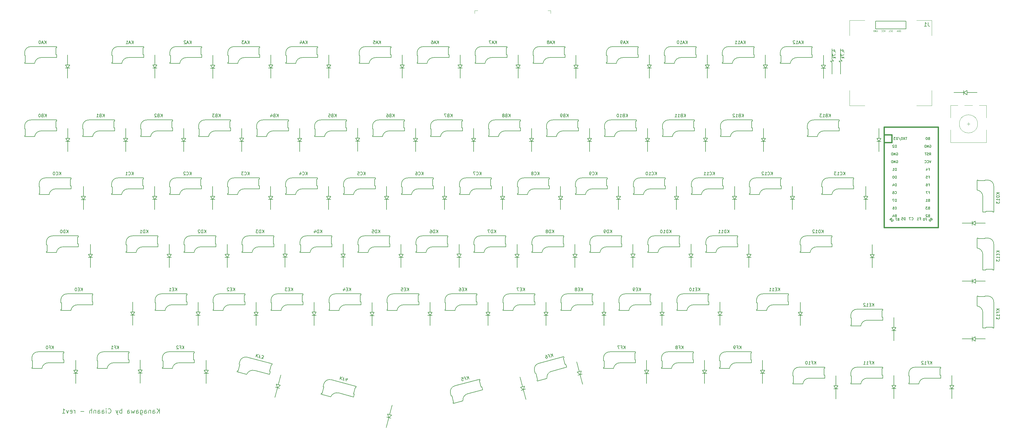
<source format=gbr>
%TF.GenerationSoftware,KiCad,Pcbnew,(6.0.1)*%
%TF.CreationDate,2022-02-07T12:22:45+01:00*%
%TF.ProjectId,middle,6d696464-6c65-42e6-9b69-6361645f7063,rev?*%
%TF.SameCoordinates,Original*%
%TF.FileFunction,Legend,Bot*%
%TF.FilePolarity,Positive*%
%FSLAX46Y46*%
G04 Gerber Fmt 4.6, Leading zero omitted, Abs format (unit mm)*
G04 Created by KiCad (PCBNEW (6.0.1)) date 2022-02-07 12:22:45*
%MOMM*%
%LPD*%
G01*
G04 APERTURE LIST*
%ADD10C,0.150000*%
%ADD11C,0.100000*%
%ADD12C,0.120000*%
%ADD13C,0.381000*%
G04 APERTURE END LIST*
D10*
X104818571Y-208560571D02*
X104818571Y-207060571D01*
X103961428Y-208560571D02*
X104604285Y-207703428D01*
X103961428Y-207060571D02*
X104818571Y-207917714D01*
X102675714Y-208560571D02*
X102675714Y-207774857D01*
X102747142Y-207632000D01*
X102890000Y-207560571D01*
X103175714Y-207560571D01*
X103318571Y-207632000D01*
X102675714Y-208489142D02*
X102818571Y-208560571D01*
X103175714Y-208560571D01*
X103318571Y-208489142D01*
X103390000Y-208346285D01*
X103390000Y-208203428D01*
X103318571Y-208060571D01*
X103175714Y-207989142D01*
X102818571Y-207989142D01*
X102675714Y-207917714D01*
X101961428Y-207560571D02*
X101961428Y-208560571D01*
X101961428Y-207703428D02*
X101890000Y-207632000D01*
X101747142Y-207560571D01*
X101532857Y-207560571D01*
X101390000Y-207632000D01*
X101318571Y-207774857D01*
X101318571Y-208560571D01*
X99961428Y-208560571D02*
X99961428Y-207774857D01*
X100032857Y-207632000D01*
X100175714Y-207560571D01*
X100461428Y-207560571D01*
X100604285Y-207632000D01*
X99961428Y-208489142D02*
X100104285Y-208560571D01*
X100461428Y-208560571D01*
X100604285Y-208489142D01*
X100675714Y-208346285D01*
X100675714Y-208203428D01*
X100604285Y-208060571D01*
X100461428Y-207989142D01*
X100104285Y-207989142D01*
X99961428Y-207917714D01*
X98604285Y-207560571D02*
X98604285Y-208774857D01*
X98675714Y-208917714D01*
X98747142Y-208989142D01*
X98890000Y-209060571D01*
X99104285Y-209060571D01*
X99247142Y-208989142D01*
X98604285Y-208489142D02*
X98747142Y-208560571D01*
X99032857Y-208560571D01*
X99175714Y-208489142D01*
X99247142Y-208417714D01*
X99318571Y-208274857D01*
X99318571Y-207846285D01*
X99247142Y-207703428D01*
X99175714Y-207632000D01*
X99032857Y-207560571D01*
X98747142Y-207560571D01*
X98604285Y-207632000D01*
X97247142Y-208560571D02*
X97247142Y-207774857D01*
X97318571Y-207632000D01*
X97461428Y-207560571D01*
X97747142Y-207560571D01*
X97890000Y-207632000D01*
X97247142Y-208489142D02*
X97390000Y-208560571D01*
X97747142Y-208560571D01*
X97890000Y-208489142D01*
X97961428Y-208346285D01*
X97961428Y-208203428D01*
X97890000Y-208060571D01*
X97747142Y-207989142D01*
X97390000Y-207989142D01*
X97247142Y-207917714D01*
X96675714Y-207560571D02*
X96390000Y-208560571D01*
X96104285Y-207846285D01*
X95818571Y-208560571D01*
X95532857Y-207560571D01*
X94318571Y-208560571D02*
X94318571Y-207774857D01*
X94390000Y-207632000D01*
X94532857Y-207560571D01*
X94818571Y-207560571D01*
X94961428Y-207632000D01*
X94318571Y-208489142D02*
X94461428Y-208560571D01*
X94818571Y-208560571D01*
X94961428Y-208489142D01*
X95032857Y-208346285D01*
X95032857Y-208203428D01*
X94961428Y-208060571D01*
X94818571Y-207989142D01*
X94461428Y-207989142D01*
X94318571Y-207917714D01*
X92461428Y-208560571D02*
X92461428Y-207060571D01*
X92461428Y-207632000D02*
X92318571Y-207560571D01*
X92032857Y-207560571D01*
X91890000Y-207632000D01*
X91818571Y-207703428D01*
X91747142Y-207846285D01*
X91747142Y-208274857D01*
X91818571Y-208417714D01*
X91890000Y-208489142D01*
X92032857Y-208560571D01*
X92318571Y-208560571D01*
X92461428Y-208489142D01*
X91247142Y-207560571D02*
X90890000Y-208560571D01*
X90532857Y-207560571D02*
X90890000Y-208560571D01*
X91032857Y-208917714D01*
X91104285Y-208989142D01*
X91247142Y-209060571D01*
X87961428Y-208417714D02*
X88032857Y-208489142D01*
X88247142Y-208560571D01*
X88390000Y-208560571D01*
X88604285Y-208489142D01*
X88747142Y-208346285D01*
X88818571Y-208203428D01*
X88890000Y-207917714D01*
X88890000Y-207703428D01*
X88818571Y-207417714D01*
X88747142Y-207274857D01*
X88604285Y-207132000D01*
X88390000Y-207060571D01*
X88247142Y-207060571D01*
X88032857Y-207132000D01*
X87961428Y-207203428D01*
X87318571Y-208560571D02*
X87318571Y-207560571D01*
X87318571Y-207060571D02*
X87390000Y-207132000D01*
X87318571Y-207203428D01*
X87247142Y-207132000D01*
X87318571Y-207060571D01*
X87318571Y-207203428D01*
X85961428Y-208560571D02*
X85961428Y-207774857D01*
X86032857Y-207632000D01*
X86175714Y-207560571D01*
X86461428Y-207560571D01*
X86604285Y-207632000D01*
X85961428Y-208489142D02*
X86104285Y-208560571D01*
X86461428Y-208560571D01*
X86604285Y-208489142D01*
X86675714Y-208346285D01*
X86675714Y-208203428D01*
X86604285Y-208060571D01*
X86461428Y-207989142D01*
X86104285Y-207989142D01*
X85961428Y-207917714D01*
X84604285Y-208560571D02*
X84604285Y-207774857D01*
X84675714Y-207632000D01*
X84818571Y-207560571D01*
X85104285Y-207560571D01*
X85247142Y-207632000D01*
X84604285Y-208489142D02*
X84747142Y-208560571D01*
X85104285Y-208560571D01*
X85247142Y-208489142D01*
X85318571Y-208346285D01*
X85318571Y-208203428D01*
X85247142Y-208060571D01*
X85104285Y-207989142D01*
X84747142Y-207989142D01*
X84604285Y-207917714D01*
X83890000Y-207560571D02*
X83890000Y-208560571D01*
X83890000Y-207703428D02*
X83818571Y-207632000D01*
X83675714Y-207560571D01*
X83461428Y-207560571D01*
X83318571Y-207632000D01*
X83247142Y-207774857D01*
X83247142Y-208560571D01*
X82532857Y-208560571D02*
X82532857Y-207060571D01*
X81890000Y-208560571D02*
X81890000Y-207774857D01*
X81961428Y-207632000D01*
X82104285Y-207560571D01*
X82318571Y-207560571D01*
X82461428Y-207632000D01*
X82532857Y-207703428D01*
X80032857Y-207989142D02*
X78890000Y-207989142D01*
X77032857Y-208560571D02*
X77032857Y-207560571D01*
X77032857Y-207846285D02*
X76961428Y-207703428D01*
X76890000Y-207632000D01*
X76747142Y-207560571D01*
X76604285Y-207560571D01*
X75532857Y-208489142D02*
X75675714Y-208560571D01*
X75961428Y-208560571D01*
X76104285Y-208489142D01*
X76175714Y-208346285D01*
X76175714Y-207774857D01*
X76104285Y-207632000D01*
X75961428Y-207560571D01*
X75675714Y-207560571D01*
X75532857Y-207632000D01*
X75461428Y-207774857D01*
X75461428Y-207917714D01*
X76175714Y-208060571D01*
X74961428Y-207560571D02*
X74604285Y-208560571D01*
X74247142Y-207560571D01*
X72890000Y-208560571D02*
X73747142Y-208560571D01*
X73318571Y-208560571D02*
X73318571Y-207060571D01*
X73461428Y-207274857D01*
X73604285Y-207417714D01*
X73747142Y-207489142D01*
%TO.C,R1*%
X329116114Y-89571428D02*
X329782780Y-89571428D01*
X328735161Y-89333333D02*
X329449447Y-89095238D01*
X329449447Y-89714285D01*
X329687542Y-90095238D02*
X329735161Y-90142857D01*
X329782780Y-90095238D01*
X329735161Y-90047619D01*
X329687542Y-90095238D01*
X329782780Y-90095238D01*
X328782780Y-90476190D02*
X328782780Y-91142857D01*
X329782780Y-90714285D01*
X329782780Y-91523809D02*
X328782780Y-91523809D01*
X329401828Y-91619047D02*
X329782780Y-91904761D01*
X329116114Y-91904761D02*
X329497066Y-91523809D01*
%TO.C,R2*%
X326347514Y-89571428D02*
X327014180Y-89571428D01*
X325966561Y-89333333D02*
X326680847Y-89095238D01*
X326680847Y-89714285D01*
X326918942Y-90095238D02*
X326966561Y-90142857D01*
X327014180Y-90095238D01*
X326966561Y-90047619D01*
X326918942Y-90095238D01*
X327014180Y-90095238D01*
X326014180Y-90476190D02*
X326014180Y-91142857D01*
X327014180Y-90714285D01*
X327014180Y-91523809D02*
X326014180Y-91523809D01*
X326633228Y-91619047D02*
X327014180Y-91904761D01*
X326347514Y-91904761D02*
X326728466Y-91523809D01*
%TO.C,KA0*%
X67581666Y-87116379D02*
X67581666Y-86116379D01*
X67010238Y-87116379D02*
X67438809Y-86544951D01*
X67010238Y-86116379D02*
X67581666Y-86687808D01*
X66629285Y-86830665D02*
X66153095Y-86830665D01*
X66724523Y-87116379D02*
X66391190Y-86116379D01*
X66057857Y-87116379D01*
X65534047Y-86116379D02*
X65438809Y-86116379D01*
X65343571Y-86163999D01*
X65295952Y-86211618D01*
X65248333Y-86306856D01*
X65200714Y-86497332D01*
X65200714Y-86735427D01*
X65248333Y-86925903D01*
X65295952Y-87021141D01*
X65343571Y-87068760D01*
X65438809Y-87116379D01*
X65534047Y-87116379D01*
X65629285Y-87068760D01*
X65676904Y-87021141D01*
X65724523Y-86925903D01*
X65772142Y-86735427D01*
X65772142Y-86497332D01*
X65724523Y-86306856D01*
X65676904Y-86211618D01*
X65629285Y-86163999D01*
X65534047Y-86116379D01*
%TO.C,KA1*%
X96231666Y-87116379D02*
X96231666Y-86116379D01*
X95660238Y-87116379D02*
X96088809Y-86544951D01*
X95660238Y-86116379D02*
X96231666Y-86687808D01*
X95279285Y-86830665D02*
X94803095Y-86830665D01*
X95374523Y-87116379D02*
X95041190Y-86116379D01*
X94707857Y-87116379D01*
X93850714Y-87116379D02*
X94422142Y-87116379D01*
X94136428Y-87116379D02*
X94136428Y-86116379D01*
X94231666Y-86259237D01*
X94326904Y-86354475D01*
X94422142Y-86402094D01*
%TO.C,KA2*%
X115281665Y-87116379D02*
X115281665Y-86116379D01*
X114710237Y-87116379D02*
X115138808Y-86544951D01*
X114710237Y-86116379D02*
X115281665Y-86687808D01*
X114329284Y-86830665D02*
X113853094Y-86830665D01*
X114424522Y-87116379D02*
X114091189Y-86116379D01*
X113757856Y-87116379D01*
X113472141Y-86211618D02*
X113424522Y-86163999D01*
X113329284Y-86116379D01*
X113091189Y-86116379D01*
X112995951Y-86163999D01*
X112948332Y-86211618D01*
X112900713Y-86306856D01*
X112900713Y-86402094D01*
X112948332Y-86544951D01*
X113519760Y-87116379D01*
X112900713Y-87116379D01*
%TO.C,KA3*%
X134331666Y-87116379D02*
X134331666Y-86116379D01*
X133760238Y-87116379D02*
X134188809Y-86544951D01*
X133760238Y-86116379D02*
X134331666Y-86687808D01*
X133379285Y-86830665D02*
X132903095Y-86830665D01*
X133474523Y-87116379D02*
X133141190Y-86116379D01*
X132807857Y-87116379D01*
X132569761Y-86116379D02*
X131950714Y-86116379D01*
X132284047Y-86497332D01*
X132141190Y-86497332D01*
X132045952Y-86544951D01*
X131998333Y-86592570D01*
X131950714Y-86687808D01*
X131950714Y-86925903D01*
X131998333Y-87021141D01*
X132045952Y-87068760D01*
X132141190Y-87116379D01*
X132426904Y-87116379D01*
X132522142Y-87068760D01*
X132569761Y-87021141D01*
%TO.C,KA4*%
X153381666Y-87116379D02*
X153381666Y-86116379D01*
X152810238Y-87116379D02*
X153238809Y-86544951D01*
X152810238Y-86116379D02*
X153381666Y-86687808D01*
X152429285Y-86830665D02*
X151953095Y-86830665D01*
X152524523Y-87116379D02*
X152191190Y-86116379D01*
X151857857Y-87116379D01*
X151095952Y-86449713D02*
X151095952Y-87116379D01*
X151334047Y-86068760D02*
X151572142Y-86783046D01*
X150953095Y-86783046D01*
%TO.C,KA5*%
X177481666Y-87116379D02*
X177481666Y-86116379D01*
X176910238Y-87116379D02*
X177338809Y-86544951D01*
X176910238Y-86116379D02*
X177481666Y-86687808D01*
X176529285Y-86830665D02*
X176053095Y-86830665D01*
X176624523Y-87116379D02*
X176291190Y-86116379D01*
X175957857Y-87116379D01*
X175148333Y-86116379D02*
X175624523Y-86116379D01*
X175672142Y-86592570D01*
X175624523Y-86544951D01*
X175529285Y-86497332D01*
X175291190Y-86497332D01*
X175195952Y-86544951D01*
X175148333Y-86592570D01*
X175100714Y-86687808D01*
X175100714Y-86925903D01*
X175148333Y-87021141D01*
X175195952Y-87068760D01*
X175291190Y-87116379D01*
X175529285Y-87116379D01*
X175624523Y-87068760D01*
X175672142Y-87021141D01*
%TO.C,KA6*%
X196531666Y-87116379D02*
X196531666Y-86116379D01*
X195960238Y-87116379D02*
X196388809Y-86544951D01*
X195960238Y-86116379D02*
X196531666Y-86687808D01*
X195579285Y-86830665D02*
X195103095Y-86830665D01*
X195674523Y-87116379D02*
X195341190Y-86116379D01*
X195007857Y-87116379D01*
X194245952Y-86116379D02*
X194436428Y-86116379D01*
X194531666Y-86163999D01*
X194579285Y-86211618D01*
X194674523Y-86354475D01*
X194722142Y-86544951D01*
X194722142Y-86925903D01*
X194674523Y-87021141D01*
X194626904Y-87068760D01*
X194531666Y-87116379D01*
X194341190Y-87116379D01*
X194245952Y-87068760D01*
X194198333Y-87021141D01*
X194150714Y-86925903D01*
X194150714Y-86687808D01*
X194198333Y-86592570D01*
X194245952Y-86544951D01*
X194341190Y-86497332D01*
X194531666Y-86497332D01*
X194626904Y-86544951D01*
X194674523Y-86592570D01*
X194722142Y-86687808D01*
%TO.C,KA7*%
X215581666Y-87116379D02*
X215581666Y-86116379D01*
X215010238Y-87116379D02*
X215438809Y-86544951D01*
X215010238Y-86116379D02*
X215581666Y-86687808D01*
X214629285Y-86830665D02*
X214153095Y-86830665D01*
X214724523Y-87116379D02*
X214391190Y-86116379D01*
X214057857Y-87116379D01*
X213819761Y-86116379D02*
X213153095Y-86116379D01*
X213581666Y-87116379D01*
%TO.C,KA8*%
X234631665Y-87116379D02*
X234631665Y-86116379D01*
X234060237Y-87116379D02*
X234488808Y-86544951D01*
X234060237Y-86116379D02*
X234631665Y-86687808D01*
X233679284Y-86830665D02*
X233203094Y-86830665D01*
X233774522Y-87116379D02*
X233441189Y-86116379D01*
X233107856Y-87116379D01*
X232631665Y-86544951D02*
X232726903Y-86497332D01*
X232774522Y-86449713D01*
X232822141Y-86354475D01*
X232822141Y-86306856D01*
X232774522Y-86211618D01*
X232726903Y-86163999D01*
X232631665Y-86116379D01*
X232441189Y-86116379D01*
X232345951Y-86163999D01*
X232298332Y-86211618D01*
X232250713Y-86306856D01*
X232250713Y-86354475D01*
X232298332Y-86449713D01*
X232345951Y-86497332D01*
X232441189Y-86544951D01*
X232631665Y-86544951D01*
X232726903Y-86592570D01*
X232774522Y-86640189D01*
X232822141Y-86735427D01*
X232822141Y-86925903D01*
X232774522Y-87021141D01*
X232726903Y-87068760D01*
X232631665Y-87116379D01*
X232441189Y-87116379D01*
X232345951Y-87068760D01*
X232298332Y-87021141D01*
X232250713Y-86925903D01*
X232250713Y-86735427D01*
X232298332Y-86640189D01*
X232345951Y-86592570D01*
X232441189Y-86544951D01*
%TO.C,KA9*%
X258731665Y-87116379D02*
X258731665Y-86116379D01*
X258160237Y-87116379D02*
X258588808Y-86544951D01*
X258160237Y-86116379D02*
X258731665Y-86687808D01*
X257779284Y-86830665D02*
X257303094Y-86830665D01*
X257874522Y-87116379D02*
X257541189Y-86116379D01*
X257207856Y-87116379D01*
X256826903Y-87116379D02*
X256636427Y-87116379D01*
X256541189Y-87068760D01*
X256493570Y-87021141D01*
X256398332Y-86878284D01*
X256350713Y-86687808D01*
X256350713Y-86306856D01*
X256398332Y-86211618D01*
X256445951Y-86163999D01*
X256541189Y-86116379D01*
X256731665Y-86116379D01*
X256826903Y-86163999D01*
X256874522Y-86211618D01*
X256922141Y-86306856D01*
X256922141Y-86544951D01*
X256874522Y-86640189D01*
X256826903Y-86687808D01*
X256731665Y-86735427D01*
X256541189Y-86735427D01*
X256445951Y-86687808D01*
X256398332Y-86640189D01*
X256350713Y-86544951D01*
%TO.C,KA10*%
X278257856Y-87116379D02*
X278257856Y-86116379D01*
X277686427Y-87116379D02*
X278114999Y-86544951D01*
X277686427Y-86116379D02*
X278257856Y-86687808D01*
X277305475Y-86830665D02*
X276829284Y-86830665D01*
X277400713Y-87116379D02*
X277067379Y-86116379D01*
X276734046Y-87116379D01*
X275876903Y-87116379D02*
X276448332Y-87116379D01*
X276162618Y-87116379D02*
X276162618Y-86116379D01*
X276257856Y-86259237D01*
X276353094Y-86354475D01*
X276448332Y-86402094D01*
X275257856Y-86116379D02*
X275162618Y-86116379D01*
X275067379Y-86163999D01*
X275019760Y-86211618D01*
X274972141Y-86306856D01*
X274924522Y-86497332D01*
X274924522Y-86735427D01*
X274972141Y-86925903D01*
X275019760Y-87021141D01*
X275067379Y-87068760D01*
X275162618Y-87116379D01*
X275257856Y-87116379D01*
X275353094Y-87068760D01*
X275400713Y-87021141D01*
X275448332Y-86925903D01*
X275495951Y-86735427D01*
X275495951Y-86497332D01*
X275448332Y-86306856D01*
X275400713Y-86211618D01*
X275353094Y-86163999D01*
X275257856Y-86116379D01*
%TO.C,KA11*%
X297307856Y-87116379D02*
X297307856Y-86116379D01*
X296736427Y-87116379D02*
X297164999Y-86544951D01*
X296736427Y-86116379D02*
X297307856Y-86687808D01*
X296355475Y-86830665D02*
X295879284Y-86830665D01*
X296450713Y-87116379D02*
X296117379Y-86116379D01*
X295784046Y-87116379D01*
X294926903Y-87116379D02*
X295498332Y-87116379D01*
X295212618Y-87116379D02*
X295212618Y-86116379D01*
X295307856Y-86259237D01*
X295403094Y-86354475D01*
X295498332Y-86402094D01*
X293974522Y-87116379D02*
X294545951Y-87116379D01*
X294260237Y-87116379D02*
X294260237Y-86116379D01*
X294355475Y-86259237D01*
X294450713Y-86354475D01*
X294545951Y-86402094D01*
%TO.C,KA12*%
X316357856Y-87116379D02*
X316357856Y-86116379D01*
X315786427Y-87116379D02*
X316214999Y-86544951D01*
X315786427Y-86116379D02*
X316357856Y-86687808D01*
X315405475Y-86830665D02*
X314929284Y-86830665D01*
X315500713Y-87116379D02*
X315167379Y-86116379D01*
X314834046Y-87116379D01*
X313976903Y-87116379D02*
X314548332Y-87116379D01*
X314262618Y-87116379D02*
X314262618Y-86116379D01*
X314357856Y-86259237D01*
X314453094Y-86354475D01*
X314548332Y-86402094D01*
X313595951Y-86211618D02*
X313548332Y-86163999D01*
X313453094Y-86116379D01*
X313214999Y-86116379D01*
X313119760Y-86163999D01*
X313072141Y-86211618D01*
X313024522Y-86306856D01*
X313024522Y-86402094D01*
X313072141Y-86544951D01*
X313643570Y-87116379D01*
X313024522Y-87116379D01*
%TO.C,KB0*%
X67653095Y-111216379D02*
X67653095Y-110216379D01*
X67081666Y-111216379D02*
X67510238Y-110644951D01*
X67081666Y-110216379D02*
X67653095Y-110787808D01*
X66319761Y-110692570D02*
X66176904Y-110740189D01*
X66129285Y-110787808D01*
X66081666Y-110883046D01*
X66081666Y-111025903D01*
X66129285Y-111121141D01*
X66176904Y-111168760D01*
X66272142Y-111216379D01*
X66653095Y-111216379D01*
X66653095Y-110216379D01*
X66319761Y-110216379D01*
X66224523Y-110263999D01*
X66176904Y-110311618D01*
X66129285Y-110406856D01*
X66129285Y-110502094D01*
X66176904Y-110597332D01*
X66224523Y-110644951D01*
X66319761Y-110692570D01*
X66653095Y-110692570D01*
X65462619Y-110216379D02*
X65367380Y-110216379D01*
X65272142Y-110263999D01*
X65224523Y-110311618D01*
X65176904Y-110406856D01*
X65129285Y-110597332D01*
X65129285Y-110835427D01*
X65176904Y-111025903D01*
X65224523Y-111121141D01*
X65272142Y-111168760D01*
X65367380Y-111216379D01*
X65462619Y-111216379D01*
X65557857Y-111168760D01*
X65605476Y-111121141D01*
X65653095Y-111025903D01*
X65700714Y-110835427D01*
X65700714Y-110597332D01*
X65653095Y-110406856D01*
X65605476Y-110311618D01*
X65557857Y-110263999D01*
X65462619Y-110216379D01*
%TO.C,KB1*%
X86703094Y-111216379D02*
X86703094Y-110216379D01*
X86131665Y-111216379D02*
X86560237Y-110644951D01*
X86131665Y-110216379D02*
X86703094Y-110787808D01*
X85369760Y-110692570D02*
X85226903Y-110740189D01*
X85179284Y-110787808D01*
X85131665Y-110883046D01*
X85131665Y-111025903D01*
X85179284Y-111121141D01*
X85226903Y-111168760D01*
X85322141Y-111216379D01*
X85703094Y-111216379D01*
X85703094Y-110216379D01*
X85369760Y-110216379D01*
X85274522Y-110263999D01*
X85226903Y-110311618D01*
X85179284Y-110406856D01*
X85179284Y-110502094D01*
X85226903Y-110597332D01*
X85274522Y-110644951D01*
X85369760Y-110692570D01*
X85703094Y-110692570D01*
X84179284Y-111216379D02*
X84750713Y-111216379D01*
X84464999Y-111216379D02*
X84464999Y-110216379D01*
X84560237Y-110359237D01*
X84655475Y-110454475D01*
X84750713Y-110502094D01*
%TO.C,KB2*%
X105753094Y-111216379D02*
X105753094Y-110216379D01*
X105181665Y-111216379D02*
X105610237Y-110644951D01*
X105181665Y-110216379D02*
X105753094Y-110787808D01*
X104419760Y-110692570D02*
X104276903Y-110740189D01*
X104229284Y-110787808D01*
X104181665Y-110883046D01*
X104181665Y-111025903D01*
X104229284Y-111121141D01*
X104276903Y-111168760D01*
X104372141Y-111216379D01*
X104753094Y-111216379D01*
X104753094Y-110216379D01*
X104419760Y-110216379D01*
X104324522Y-110263999D01*
X104276903Y-110311618D01*
X104229284Y-110406856D01*
X104229284Y-110502094D01*
X104276903Y-110597332D01*
X104324522Y-110644951D01*
X104419760Y-110692570D01*
X104753094Y-110692570D01*
X103800713Y-110311618D02*
X103753094Y-110263999D01*
X103657856Y-110216379D01*
X103419760Y-110216379D01*
X103324522Y-110263999D01*
X103276903Y-110311618D01*
X103229284Y-110406856D01*
X103229284Y-110502094D01*
X103276903Y-110644951D01*
X103848332Y-111216379D01*
X103229284Y-111216379D01*
%TO.C,KB3*%
X124803095Y-111216379D02*
X124803095Y-110216379D01*
X124231666Y-111216379D02*
X124660238Y-110644951D01*
X124231666Y-110216379D02*
X124803095Y-110787808D01*
X123469761Y-110692570D02*
X123326904Y-110740189D01*
X123279285Y-110787808D01*
X123231666Y-110883046D01*
X123231666Y-111025903D01*
X123279285Y-111121141D01*
X123326904Y-111168760D01*
X123422142Y-111216379D01*
X123803095Y-111216379D01*
X123803095Y-110216379D01*
X123469761Y-110216379D01*
X123374523Y-110263999D01*
X123326904Y-110311618D01*
X123279285Y-110406856D01*
X123279285Y-110502094D01*
X123326904Y-110597332D01*
X123374523Y-110644951D01*
X123469761Y-110692570D01*
X123803095Y-110692570D01*
X122898333Y-110216379D02*
X122279285Y-110216379D01*
X122612619Y-110597332D01*
X122469761Y-110597332D01*
X122374523Y-110644951D01*
X122326904Y-110692570D01*
X122279285Y-110787808D01*
X122279285Y-111025903D01*
X122326904Y-111121141D01*
X122374523Y-111168760D01*
X122469761Y-111216379D01*
X122755476Y-111216379D01*
X122850714Y-111168760D01*
X122898333Y-111121141D01*
%TO.C,KB4*%
X143853095Y-111216379D02*
X143853095Y-110216379D01*
X143281666Y-111216379D02*
X143710238Y-110644951D01*
X143281666Y-110216379D02*
X143853095Y-110787808D01*
X142519761Y-110692570D02*
X142376904Y-110740189D01*
X142329285Y-110787808D01*
X142281666Y-110883046D01*
X142281666Y-111025903D01*
X142329285Y-111121141D01*
X142376904Y-111168760D01*
X142472142Y-111216379D01*
X142853095Y-111216379D01*
X142853095Y-110216379D01*
X142519761Y-110216379D01*
X142424523Y-110263999D01*
X142376904Y-110311618D01*
X142329285Y-110406856D01*
X142329285Y-110502094D01*
X142376904Y-110597332D01*
X142424523Y-110644951D01*
X142519761Y-110692570D01*
X142853095Y-110692570D01*
X141424523Y-110549713D02*
X141424523Y-111216379D01*
X141662619Y-110168760D02*
X141900714Y-110883046D01*
X141281666Y-110883046D01*
%TO.C,KB5*%
X162903095Y-111216379D02*
X162903095Y-110216379D01*
X162331666Y-111216379D02*
X162760238Y-110644951D01*
X162331666Y-110216379D02*
X162903095Y-110787808D01*
X161569761Y-110692570D02*
X161426904Y-110740189D01*
X161379285Y-110787808D01*
X161331666Y-110883046D01*
X161331666Y-111025903D01*
X161379285Y-111121141D01*
X161426904Y-111168760D01*
X161522142Y-111216379D01*
X161903095Y-111216379D01*
X161903095Y-110216379D01*
X161569761Y-110216379D01*
X161474523Y-110263999D01*
X161426904Y-110311618D01*
X161379285Y-110406856D01*
X161379285Y-110502094D01*
X161426904Y-110597332D01*
X161474523Y-110644951D01*
X161569761Y-110692570D01*
X161903095Y-110692570D01*
X160426904Y-110216379D02*
X160903095Y-110216379D01*
X160950714Y-110692570D01*
X160903095Y-110644951D01*
X160807857Y-110597332D01*
X160569761Y-110597332D01*
X160474523Y-110644951D01*
X160426904Y-110692570D01*
X160379285Y-110787808D01*
X160379285Y-111025903D01*
X160426904Y-111121141D01*
X160474523Y-111168760D01*
X160569761Y-111216379D01*
X160807857Y-111216379D01*
X160903095Y-111168760D01*
X160950714Y-111121141D01*
%TO.C,KB6*%
X181953095Y-111216379D02*
X181953095Y-110216379D01*
X181381666Y-111216379D02*
X181810238Y-110644951D01*
X181381666Y-110216379D02*
X181953095Y-110787808D01*
X180619761Y-110692570D02*
X180476904Y-110740189D01*
X180429285Y-110787808D01*
X180381666Y-110883046D01*
X180381666Y-111025903D01*
X180429285Y-111121141D01*
X180476904Y-111168760D01*
X180572142Y-111216379D01*
X180953095Y-111216379D01*
X180953095Y-110216379D01*
X180619761Y-110216379D01*
X180524523Y-110263999D01*
X180476904Y-110311618D01*
X180429285Y-110406856D01*
X180429285Y-110502094D01*
X180476904Y-110597332D01*
X180524523Y-110644951D01*
X180619761Y-110692570D01*
X180953095Y-110692570D01*
X179524523Y-110216379D02*
X179715000Y-110216379D01*
X179810238Y-110263999D01*
X179857857Y-110311618D01*
X179953095Y-110454475D01*
X180000714Y-110644951D01*
X180000714Y-111025903D01*
X179953095Y-111121141D01*
X179905476Y-111168760D01*
X179810238Y-111216379D01*
X179619761Y-111216379D01*
X179524523Y-111168760D01*
X179476904Y-111121141D01*
X179429285Y-111025903D01*
X179429285Y-110787808D01*
X179476904Y-110692570D01*
X179524523Y-110644951D01*
X179619761Y-110597332D01*
X179810238Y-110597332D01*
X179905476Y-110644951D01*
X179953095Y-110692570D01*
X180000714Y-110787808D01*
%TO.C,KB7*%
X201003095Y-111216379D02*
X201003095Y-110216379D01*
X200431666Y-111216379D02*
X200860238Y-110644951D01*
X200431666Y-110216379D02*
X201003095Y-110787808D01*
X199669761Y-110692570D02*
X199526904Y-110740189D01*
X199479285Y-110787808D01*
X199431666Y-110883046D01*
X199431666Y-111025903D01*
X199479285Y-111121141D01*
X199526904Y-111168760D01*
X199622142Y-111216379D01*
X200003095Y-111216379D01*
X200003095Y-110216379D01*
X199669761Y-110216379D01*
X199574523Y-110263999D01*
X199526904Y-110311618D01*
X199479285Y-110406856D01*
X199479285Y-110502094D01*
X199526904Y-110597332D01*
X199574523Y-110644951D01*
X199669761Y-110692570D01*
X200003095Y-110692570D01*
X199098333Y-110216379D02*
X198431666Y-110216379D01*
X198860238Y-111216379D01*
%TO.C,KB9*%
X239103095Y-111216379D02*
X239103095Y-110216379D01*
X238531666Y-111216379D02*
X238960238Y-110644951D01*
X238531666Y-110216379D02*
X239103095Y-110787808D01*
X237769761Y-110692570D02*
X237626904Y-110740189D01*
X237579285Y-110787808D01*
X237531666Y-110883046D01*
X237531666Y-111025903D01*
X237579285Y-111121141D01*
X237626904Y-111168760D01*
X237722142Y-111216379D01*
X238103095Y-111216379D01*
X238103095Y-110216379D01*
X237769761Y-110216379D01*
X237674523Y-110263999D01*
X237626904Y-110311618D01*
X237579285Y-110406856D01*
X237579285Y-110502094D01*
X237626904Y-110597332D01*
X237674523Y-110644951D01*
X237769761Y-110692570D01*
X238103095Y-110692570D01*
X237055476Y-111216379D02*
X236865000Y-111216379D01*
X236769761Y-111168760D01*
X236722142Y-111121141D01*
X236626904Y-110978284D01*
X236579285Y-110787808D01*
X236579285Y-110406856D01*
X236626904Y-110311618D01*
X236674523Y-110263999D01*
X236769761Y-110216379D01*
X236960238Y-110216379D01*
X237055476Y-110263999D01*
X237103095Y-110311618D01*
X237150714Y-110406856D01*
X237150714Y-110644951D01*
X237103095Y-110740189D01*
X237055476Y-110787808D01*
X236960238Y-110835427D01*
X236769761Y-110835427D01*
X236674523Y-110787808D01*
X236626904Y-110740189D01*
X236579285Y-110644951D01*
%TO.C,KB10*%
X258629285Y-111216379D02*
X258629285Y-110216379D01*
X258057857Y-111216379D02*
X258486428Y-110644951D01*
X258057857Y-110216379D02*
X258629285Y-110787808D01*
X257295952Y-110692570D02*
X257153095Y-110740189D01*
X257105476Y-110787808D01*
X257057857Y-110883046D01*
X257057857Y-111025903D01*
X257105476Y-111121141D01*
X257153095Y-111168760D01*
X257248333Y-111216379D01*
X257629285Y-111216379D01*
X257629285Y-110216379D01*
X257295952Y-110216379D01*
X257200714Y-110263999D01*
X257153095Y-110311618D01*
X257105476Y-110406856D01*
X257105476Y-110502094D01*
X257153095Y-110597332D01*
X257200714Y-110644951D01*
X257295952Y-110692570D01*
X257629285Y-110692570D01*
X256105476Y-111216379D02*
X256676904Y-111216379D01*
X256391190Y-111216379D02*
X256391190Y-110216379D01*
X256486428Y-110359237D01*
X256581666Y-110454475D01*
X256676904Y-110502094D01*
X255486428Y-110216379D02*
X255391190Y-110216379D01*
X255295952Y-110263999D01*
X255248333Y-110311618D01*
X255200714Y-110406856D01*
X255153095Y-110597332D01*
X255153095Y-110835427D01*
X255200714Y-111025903D01*
X255248333Y-111121141D01*
X255295952Y-111168760D01*
X255391190Y-111216379D01*
X255486428Y-111216379D01*
X255581666Y-111168760D01*
X255629285Y-111121141D01*
X255676904Y-111025903D01*
X255724523Y-110835427D01*
X255724523Y-110597332D01*
X255676904Y-110406856D01*
X255629285Y-110311618D01*
X255581666Y-110263999D01*
X255486428Y-110216379D01*
%TO.C,KB11*%
X277679284Y-111216379D02*
X277679284Y-110216379D01*
X277107856Y-111216379D02*
X277536427Y-110644951D01*
X277107856Y-110216379D02*
X277679284Y-110787808D01*
X276345951Y-110692570D02*
X276203094Y-110740189D01*
X276155475Y-110787808D01*
X276107856Y-110883046D01*
X276107856Y-111025903D01*
X276155475Y-111121141D01*
X276203094Y-111168760D01*
X276298332Y-111216379D01*
X276679284Y-111216379D01*
X276679284Y-110216379D01*
X276345951Y-110216379D01*
X276250713Y-110263999D01*
X276203094Y-110311618D01*
X276155475Y-110406856D01*
X276155475Y-110502094D01*
X276203094Y-110597332D01*
X276250713Y-110644951D01*
X276345951Y-110692570D01*
X276679284Y-110692570D01*
X275155475Y-111216379D02*
X275726903Y-111216379D01*
X275441189Y-111216379D02*
X275441189Y-110216379D01*
X275536427Y-110359237D01*
X275631665Y-110454475D01*
X275726903Y-110502094D01*
X274203094Y-111216379D02*
X274774522Y-111216379D01*
X274488808Y-111216379D02*
X274488808Y-110216379D01*
X274584046Y-110359237D01*
X274679284Y-110454475D01*
X274774522Y-110502094D01*
%TO.C,KB12*%
X296729284Y-111216379D02*
X296729284Y-110216379D01*
X296157856Y-111216379D02*
X296586427Y-110644951D01*
X296157856Y-110216379D02*
X296729284Y-110787808D01*
X295395951Y-110692570D02*
X295253094Y-110740189D01*
X295205475Y-110787808D01*
X295157856Y-110883046D01*
X295157856Y-111025903D01*
X295205475Y-111121141D01*
X295253094Y-111168760D01*
X295348332Y-111216379D01*
X295729284Y-111216379D01*
X295729284Y-110216379D01*
X295395951Y-110216379D01*
X295300713Y-110263999D01*
X295253094Y-110311618D01*
X295205475Y-110406856D01*
X295205475Y-110502094D01*
X295253094Y-110597332D01*
X295300713Y-110644951D01*
X295395951Y-110692570D01*
X295729284Y-110692570D01*
X294205475Y-111216379D02*
X294776903Y-111216379D01*
X294491189Y-111216379D02*
X294491189Y-110216379D01*
X294586427Y-110359237D01*
X294681665Y-110454475D01*
X294776903Y-110502094D01*
X293824522Y-110311618D02*
X293776903Y-110263999D01*
X293681665Y-110216379D01*
X293443570Y-110216379D01*
X293348332Y-110263999D01*
X293300713Y-110311618D01*
X293253094Y-110406856D01*
X293253094Y-110502094D01*
X293300713Y-110644951D01*
X293872141Y-111216379D01*
X293253094Y-111216379D01*
%TO.C,KC1*%
X96228095Y-130266379D02*
X96228095Y-129266379D01*
X95656666Y-130266379D02*
X96085238Y-129694951D01*
X95656666Y-129266379D02*
X96228095Y-129837808D01*
X94656666Y-130171141D02*
X94704285Y-130218760D01*
X94847142Y-130266379D01*
X94942380Y-130266379D01*
X95085238Y-130218760D01*
X95180476Y-130123522D01*
X95228095Y-130028284D01*
X95275714Y-129837808D01*
X95275714Y-129694951D01*
X95228095Y-129504475D01*
X95180476Y-129409237D01*
X95085238Y-129313999D01*
X94942380Y-129266379D01*
X94847142Y-129266379D01*
X94704285Y-129313999D01*
X94656666Y-129361618D01*
X93704285Y-130266379D02*
X94275714Y-130266379D01*
X93990000Y-130266379D02*
X93990000Y-129266379D01*
X94085238Y-129409237D01*
X94180476Y-129504475D01*
X94275714Y-129552094D01*
%TO.C,KC2*%
X115278095Y-130266379D02*
X115278095Y-129266379D01*
X114706666Y-130266379D02*
X115135238Y-129694951D01*
X114706666Y-129266379D02*
X115278095Y-129837808D01*
X113706666Y-130171141D02*
X113754285Y-130218760D01*
X113897142Y-130266379D01*
X113992380Y-130266379D01*
X114135238Y-130218760D01*
X114230476Y-130123522D01*
X114278095Y-130028284D01*
X114325714Y-129837808D01*
X114325714Y-129694951D01*
X114278095Y-129504475D01*
X114230476Y-129409237D01*
X114135238Y-129313999D01*
X113992380Y-129266379D01*
X113897142Y-129266379D01*
X113754285Y-129313999D01*
X113706666Y-129361618D01*
X113325714Y-129361618D02*
X113278095Y-129313999D01*
X113182857Y-129266379D01*
X112944761Y-129266379D01*
X112849523Y-129313999D01*
X112801904Y-129361618D01*
X112754285Y-129456856D01*
X112754285Y-129552094D01*
X112801904Y-129694951D01*
X113373333Y-130266379D01*
X112754285Y-130266379D01*
%TO.C,KC3*%
X134328095Y-130266379D02*
X134328095Y-129266379D01*
X133756666Y-130266379D02*
X134185238Y-129694951D01*
X133756666Y-129266379D02*
X134328095Y-129837808D01*
X132756666Y-130171141D02*
X132804285Y-130218760D01*
X132947142Y-130266379D01*
X133042380Y-130266379D01*
X133185238Y-130218760D01*
X133280476Y-130123522D01*
X133328095Y-130028284D01*
X133375714Y-129837808D01*
X133375714Y-129694951D01*
X133328095Y-129504475D01*
X133280476Y-129409237D01*
X133185238Y-129313999D01*
X133042380Y-129266379D01*
X132947142Y-129266379D01*
X132804285Y-129313999D01*
X132756666Y-129361618D01*
X132423333Y-129266379D02*
X131804285Y-129266379D01*
X132137619Y-129647332D01*
X131994761Y-129647332D01*
X131899523Y-129694951D01*
X131851904Y-129742570D01*
X131804285Y-129837808D01*
X131804285Y-130075903D01*
X131851904Y-130171141D01*
X131899523Y-130218760D01*
X131994761Y-130266379D01*
X132280476Y-130266379D01*
X132375714Y-130218760D01*
X132423333Y-130171141D01*
%TO.C,KC4*%
X153378095Y-130266379D02*
X153378095Y-129266379D01*
X152806666Y-130266379D02*
X153235238Y-129694951D01*
X152806666Y-129266379D02*
X153378095Y-129837808D01*
X151806666Y-130171141D02*
X151854285Y-130218760D01*
X151997142Y-130266379D01*
X152092380Y-130266379D01*
X152235238Y-130218760D01*
X152330476Y-130123522D01*
X152378095Y-130028284D01*
X152425714Y-129837808D01*
X152425714Y-129694951D01*
X152378095Y-129504475D01*
X152330476Y-129409237D01*
X152235238Y-129313999D01*
X152092380Y-129266379D01*
X151997142Y-129266379D01*
X151854285Y-129313999D01*
X151806666Y-129361618D01*
X150949523Y-129599713D02*
X150949523Y-130266379D01*
X151187619Y-129218760D02*
X151425714Y-129933046D01*
X150806666Y-129933046D01*
%TO.C,KC5*%
X172428095Y-130266379D02*
X172428095Y-129266379D01*
X171856666Y-130266379D02*
X172285238Y-129694951D01*
X171856666Y-129266379D02*
X172428095Y-129837808D01*
X170856666Y-130171141D02*
X170904285Y-130218760D01*
X171047142Y-130266379D01*
X171142380Y-130266379D01*
X171285238Y-130218760D01*
X171380476Y-130123522D01*
X171428095Y-130028284D01*
X171475714Y-129837808D01*
X171475714Y-129694951D01*
X171428095Y-129504475D01*
X171380476Y-129409237D01*
X171285238Y-129313999D01*
X171142380Y-129266379D01*
X171047142Y-129266379D01*
X170904285Y-129313999D01*
X170856666Y-129361618D01*
X169951904Y-129266379D02*
X170428095Y-129266379D01*
X170475714Y-129742570D01*
X170428095Y-129694951D01*
X170332857Y-129647332D01*
X170094761Y-129647332D01*
X169999523Y-129694951D01*
X169951904Y-129742570D01*
X169904285Y-129837808D01*
X169904285Y-130075903D01*
X169951904Y-130171141D01*
X169999523Y-130218760D01*
X170094761Y-130266379D01*
X170332857Y-130266379D01*
X170428095Y-130218760D01*
X170475714Y-130171141D01*
%TO.C,KC6*%
X191478095Y-130266379D02*
X191478095Y-129266379D01*
X190906666Y-130266379D02*
X191335238Y-129694951D01*
X190906666Y-129266379D02*
X191478095Y-129837808D01*
X189906666Y-130171141D02*
X189954285Y-130218760D01*
X190097142Y-130266379D01*
X190192380Y-130266379D01*
X190335238Y-130218760D01*
X190430476Y-130123522D01*
X190478095Y-130028284D01*
X190525714Y-129837808D01*
X190525714Y-129694951D01*
X190478095Y-129504475D01*
X190430476Y-129409237D01*
X190335238Y-129313999D01*
X190192380Y-129266379D01*
X190097142Y-129266379D01*
X189954285Y-129313999D01*
X189906666Y-129361618D01*
X189049523Y-129266379D02*
X189240000Y-129266379D01*
X189335238Y-129313999D01*
X189382857Y-129361618D01*
X189478095Y-129504475D01*
X189525714Y-129694951D01*
X189525714Y-130075903D01*
X189478095Y-130171141D01*
X189430476Y-130218760D01*
X189335238Y-130266379D01*
X189144761Y-130266379D01*
X189049523Y-130218760D01*
X189001904Y-130171141D01*
X188954285Y-130075903D01*
X188954285Y-129837808D01*
X189001904Y-129742570D01*
X189049523Y-129694951D01*
X189144761Y-129647332D01*
X189335238Y-129647332D01*
X189430476Y-129694951D01*
X189478095Y-129742570D01*
X189525714Y-129837808D01*
%TO.C,KC7*%
X210528095Y-130266379D02*
X210528095Y-129266379D01*
X209956666Y-130266379D02*
X210385238Y-129694951D01*
X209956666Y-129266379D02*
X210528095Y-129837808D01*
X208956666Y-130171141D02*
X209004285Y-130218760D01*
X209147142Y-130266379D01*
X209242380Y-130266379D01*
X209385238Y-130218760D01*
X209480476Y-130123522D01*
X209528095Y-130028284D01*
X209575714Y-129837808D01*
X209575714Y-129694951D01*
X209528095Y-129504475D01*
X209480476Y-129409237D01*
X209385238Y-129313999D01*
X209242380Y-129266379D01*
X209147142Y-129266379D01*
X209004285Y-129313999D01*
X208956666Y-129361618D01*
X208623333Y-129266379D02*
X207956666Y-129266379D01*
X208385238Y-130266379D01*
%TO.C,KC8*%
X229578095Y-130266379D02*
X229578095Y-129266379D01*
X229006666Y-130266379D02*
X229435238Y-129694951D01*
X229006666Y-129266379D02*
X229578095Y-129837808D01*
X228006666Y-130171141D02*
X228054285Y-130218760D01*
X228197142Y-130266379D01*
X228292380Y-130266379D01*
X228435238Y-130218760D01*
X228530476Y-130123522D01*
X228578095Y-130028284D01*
X228625714Y-129837808D01*
X228625714Y-129694951D01*
X228578095Y-129504475D01*
X228530476Y-129409237D01*
X228435238Y-129313999D01*
X228292380Y-129266379D01*
X228197142Y-129266379D01*
X228054285Y-129313999D01*
X228006666Y-129361618D01*
X227435238Y-129694951D02*
X227530476Y-129647332D01*
X227578095Y-129599713D01*
X227625714Y-129504475D01*
X227625714Y-129456856D01*
X227578095Y-129361618D01*
X227530476Y-129313999D01*
X227435238Y-129266379D01*
X227244761Y-129266379D01*
X227149523Y-129313999D01*
X227101904Y-129361618D01*
X227054285Y-129456856D01*
X227054285Y-129504475D01*
X227101904Y-129599713D01*
X227149523Y-129647332D01*
X227244761Y-129694951D01*
X227435238Y-129694951D01*
X227530476Y-129742570D01*
X227578095Y-129790189D01*
X227625714Y-129885427D01*
X227625714Y-130075903D01*
X227578095Y-130171141D01*
X227530476Y-130218760D01*
X227435238Y-130266379D01*
X227244761Y-130266379D01*
X227149523Y-130218760D01*
X227101904Y-130171141D01*
X227054285Y-130075903D01*
X227054285Y-129885427D01*
X227101904Y-129790189D01*
X227149523Y-129742570D01*
X227244761Y-129694951D01*
%TO.C,KC9*%
X248628095Y-130266379D02*
X248628095Y-129266379D01*
X248056666Y-130266379D02*
X248485238Y-129694951D01*
X248056666Y-129266379D02*
X248628095Y-129837808D01*
X247056666Y-130171141D02*
X247104285Y-130218760D01*
X247247142Y-130266379D01*
X247342380Y-130266379D01*
X247485238Y-130218760D01*
X247580476Y-130123522D01*
X247628095Y-130028284D01*
X247675714Y-129837808D01*
X247675714Y-129694951D01*
X247628095Y-129504475D01*
X247580476Y-129409237D01*
X247485238Y-129313999D01*
X247342380Y-129266379D01*
X247247142Y-129266379D01*
X247104285Y-129313999D01*
X247056666Y-129361618D01*
X246580476Y-130266379D02*
X246390000Y-130266379D01*
X246294761Y-130218760D01*
X246247142Y-130171141D01*
X246151904Y-130028284D01*
X246104285Y-129837808D01*
X246104285Y-129456856D01*
X246151904Y-129361618D01*
X246199523Y-129313999D01*
X246294761Y-129266379D01*
X246485238Y-129266379D01*
X246580476Y-129313999D01*
X246628095Y-129361618D01*
X246675714Y-129456856D01*
X246675714Y-129694951D01*
X246628095Y-129790189D01*
X246580476Y-129837808D01*
X246485238Y-129885427D01*
X246294761Y-129885427D01*
X246199523Y-129837808D01*
X246151904Y-129790189D01*
X246104285Y-129694951D01*
%TO.C,KC10*%
X268154284Y-130266379D02*
X268154284Y-129266379D01*
X267582856Y-130266379D02*
X268011427Y-129694951D01*
X267582856Y-129266379D02*
X268154284Y-129837808D01*
X266582856Y-130171141D02*
X266630475Y-130218760D01*
X266773332Y-130266379D01*
X266868570Y-130266379D01*
X267011427Y-130218760D01*
X267106665Y-130123522D01*
X267154284Y-130028284D01*
X267201903Y-129837808D01*
X267201903Y-129694951D01*
X267154284Y-129504475D01*
X267106665Y-129409237D01*
X267011427Y-129313999D01*
X266868570Y-129266379D01*
X266773332Y-129266379D01*
X266630475Y-129313999D01*
X266582856Y-129361618D01*
X265630475Y-130266379D02*
X266201903Y-130266379D01*
X265916189Y-130266379D02*
X265916189Y-129266379D01*
X266011427Y-129409237D01*
X266106665Y-129504475D01*
X266201903Y-129552094D01*
X265011427Y-129266379D02*
X264916189Y-129266379D01*
X264820951Y-129313999D01*
X264773332Y-129361618D01*
X264725713Y-129456856D01*
X264678094Y-129647332D01*
X264678094Y-129885427D01*
X264725713Y-130075903D01*
X264773332Y-130171141D01*
X264820951Y-130218760D01*
X264916189Y-130266379D01*
X265011427Y-130266379D01*
X265106665Y-130218760D01*
X265154284Y-130171141D01*
X265201903Y-130075903D01*
X265249522Y-129885427D01*
X265249522Y-129647332D01*
X265201903Y-129456856D01*
X265154284Y-129361618D01*
X265106665Y-129313999D01*
X265011427Y-129266379D01*
%TO.C,KC11*%
X287204284Y-130266379D02*
X287204284Y-129266379D01*
X286632856Y-130266379D02*
X287061427Y-129694951D01*
X286632856Y-129266379D02*
X287204284Y-129837808D01*
X285632856Y-130171141D02*
X285680475Y-130218760D01*
X285823332Y-130266379D01*
X285918570Y-130266379D01*
X286061427Y-130218760D01*
X286156665Y-130123522D01*
X286204284Y-130028284D01*
X286251903Y-129837808D01*
X286251903Y-129694951D01*
X286204284Y-129504475D01*
X286156665Y-129409237D01*
X286061427Y-129313999D01*
X285918570Y-129266379D01*
X285823332Y-129266379D01*
X285680475Y-129313999D01*
X285632856Y-129361618D01*
X284680475Y-130266379D02*
X285251903Y-130266379D01*
X284966189Y-130266379D02*
X284966189Y-129266379D01*
X285061427Y-129409237D01*
X285156665Y-129504475D01*
X285251903Y-129552094D01*
X283728094Y-130266379D02*
X284299522Y-130266379D01*
X284013808Y-130266379D02*
X284013808Y-129266379D01*
X284109046Y-129409237D01*
X284204284Y-129504475D01*
X284299522Y-129552094D01*
%TO.C,KD1*%
X100990595Y-149316380D02*
X100990595Y-148316380D01*
X100419166Y-149316380D02*
X100847738Y-148744952D01*
X100419166Y-148316380D02*
X100990595Y-148887809D01*
X99990595Y-149316380D02*
X99990595Y-148316380D01*
X99752500Y-148316380D01*
X99609642Y-148364000D01*
X99514404Y-148459238D01*
X99466785Y-148554476D01*
X99419166Y-148744952D01*
X99419166Y-148887809D01*
X99466785Y-149078285D01*
X99514404Y-149173523D01*
X99609642Y-149268761D01*
X99752500Y-149316380D01*
X99990595Y-149316380D01*
X98466785Y-149316380D02*
X99038214Y-149316380D01*
X98752500Y-149316380D02*
X98752500Y-148316380D01*
X98847738Y-148459238D01*
X98942976Y-148554476D01*
X99038214Y-148602095D01*
%TO.C,KD2*%
X120040595Y-149316380D02*
X120040595Y-148316380D01*
X119469166Y-149316380D02*
X119897738Y-148744952D01*
X119469166Y-148316380D02*
X120040595Y-148887809D01*
X119040595Y-149316380D02*
X119040595Y-148316380D01*
X118802500Y-148316380D01*
X118659642Y-148364000D01*
X118564404Y-148459238D01*
X118516785Y-148554476D01*
X118469166Y-148744952D01*
X118469166Y-148887809D01*
X118516785Y-149078285D01*
X118564404Y-149173523D01*
X118659642Y-149268761D01*
X118802500Y-149316380D01*
X119040595Y-149316380D01*
X118088214Y-148411619D02*
X118040595Y-148364000D01*
X117945357Y-148316380D01*
X117707261Y-148316380D01*
X117612023Y-148364000D01*
X117564404Y-148411619D01*
X117516785Y-148506857D01*
X117516785Y-148602095D01*
X117564404Y-148744952D01*
X118135833Y-149316380D01*
X117516785Y-149316380D01*
%TO.C,KD3*%
X139090595Y-149316380D02*
X139090595Y-148316380D01*
X138519166Y-149316380D02*
X138947738Y-148744952D01*
X138519166Y-148316380D02*
X139090595Y-148887809D01*
X138090595Y-149316380D02*
X138090595Y-148316380D01*
X137852500Y-148316380D01*
X137709642Y-148364000D01*
X137614404Y-148459238D01*
X137566785Y-148554476D01*
X137519166Y-148744952D01*
X137519166Y-148887809D01*
X137566785Y-149078285D01*
X137614404Y-149173523D01*
X137709642Y-149268761D01*
X137852500Y-149316380D01*
X138090595Y-149316380D01*
X137185833Y-148316380D02*
X136566785Y-148316380D01*
X136900119Y-148697333D01*
X136757261Y-148697333D01*
X136662023Y-148744952D01*
X136614404Y-148792571D01*
X136566785Y-148887809D01*
X136566785Y-149125904D01*
X136614404Y-149221142D01*
X136662023Y-149268761D01*
X136757261Y-149316380D01*
X137042976Y-149316380D01*
X137138214Y-149268761D01*
X137185833Y-149221142D01*
%TO.C,KD4*%
X158140595Y-149316380D02*
X158140595Y-148316380D01*
X157569166Y-149316380D02*
X157997738Y-148744952D01*
X157569166Y-148316380D02*
X158140595Y-148887809D01*
X157140595Y-149316380D02*
X157140595Y-148316380D01*
X156902500Y-148316380D01*
X156759642Y-148364000D01*
X156664404Y-148459238D01*
X156616785Y-148554476D01*
X156569166Y-148744952D01*
X156569166Y-148887809D01*
X156616785Y-149078285D01*
X156664404Y-149173523D01*
X156759642Y-149268761D01*
X156902500Y-149316380D01*
X157140595Y-149316380D01*
X155712023Y-148649714D02*
X155712023Y-149316380D01*
X155950119Y-148268761D02*
X156188214Y-148983047D01*
X155569166Y-148983047D01*
%TO.C,KD5*%
X177190595Y-149316380D02*
X177190595Y-148316380D01*
X176619166Y-149316380D02*
X177047738Y-148744952D01*
X176619166Y-148316380D02*
X177190595Y-148887809D01*
X176190595Y-149316380D02*
X176190595Y-148316380D01*
X175952500Y-148316380D01*
X175809642Y-148364000D01*
X175714404Y-148459238D01*
X175666785Y-148554476D01*
X175619166Y-148744952D01*
X175619166Y-148887809D01*
X175666785Y-149078285D01*
X175714404Y-149173523D01*
X175809642Y-149268761D01*
X175952500Y-149316380D01*
X176190595Y-149316380D01*
X174714404Y-148316380D02*
X175190595Y-148316380D01*
X175238214Y-148792571D01*
X175190595Y-148744952D01*
X175095357Y-148697333D01*
X174857261Y-148697333D01*
X174762023Y-148744952D01*
X174714404Y-148792571D01*
X174666785Y-148887809D01*
X174666785Y-149125904D01*
X174714404Y-149221142D01*
X174762023Y-149268761D01*
X174857261Y-149316380D01*
X175095357Y-149316380D01*
X175190595Y-149268761D01*
X175238214Y-149221142D01*
%TO.C,KD6*%
X196240595Y-149316380D02*
X196240595Y-148316380D01*
X195669166Y-149316380D02*
X196097738Y-148744952D01*
X195669166Y-148316380D02*
X196240595Y-148887809D01*
X195240595Y-149316380D02*
X195240595Y-148316380D01*
X195002500Y-148316380D01*
X194859642Y-148364000D01*
X194764404Y-148459238D01*
X194716785Y-148554476D01*
X194669166Y-148744952D01*
X194669166Y-148887809D01*
X194716785Y-149078285D01*
X194764404Y-149173523D01*
X194859642Y-149268761D01*
X195002500Y-149316380D01*
X195240595Y-149316380D01*
X193812023Y-148316380D02*
X194002500Y-148316380D01*
X194097738Y-148364000D01*
X194145357Y-148411619D01*
X194240595Y-148554476D01*
X194288214Y-148744952D01*
X194288214Y-149125904D01*
X194240595Y-149221142D01*
X194192976Y-149268761D01*
X194097738Y-149316380D01*
X193907261Y-149316380D01*
X193812023Y-149268761D01*
X193764404Y-149221142D01*
X193716785Y-149125904D01*
X193716785Y-148887809D01*
X193764404Y-148792571D01*
X193812023Y-148744952D01*
X193907261Y-148697333D01*
X194097738Y-148697333D01*
X194192976Y-148744952D01*
X194240595Y-148792571D01*
X194288214Y-148887809D01*
%TO.C,KD7*%
X215290595Y-149316380D02*
X215290595Y-148316380D01*
X214719166Y-149316380D02*
X215147738Y-148744952D01*
X214719166Y-148316380D02*
X215290595Y-148887809D01*
X214290595Y-149316380D02*
X214290595Y-148316380D01*
X214052500Y-148316380D01*
X213909642Y-148364000D01*
X213814404Y-148459238D01*
X213766785Y-148554476D01*
X213719166Y-148744952D01*
X213719166Y-148887809D01*
X213766785Y-149078285D01*
X213814404Y-149173523D01*
X213909642Y-149268761D01*
X214052500Y-149316380D01*
X214290595Y-149316380D01*
X213385833Y-148316380D02*
X212719166Y-148316380D01*
X213147738Y-149316380D01*
%TO.C,KD8*%
X234340595Y-149316380D02*
X234340595Y-148316380D01*
X233769166Y-149316380D02*
X234197738Y-148744952D01*
X233769166Y-148316380D02*
X234340595Y-148887809D01*
X233340595Y-149316380D02*
X233340595Y-148316380D01*
X233102500Y-148316380D01*
X232959642Y-148364000D01*
X232864404Y-148459238D01*
X232816785Y-148554476D01*
X232769166Y-148744952D01*
X232769166Y-148887809D01*
X232816785Y-149078285D01*
X232864404Y-149173523D01*
X232959642Y-149268761D01*
X233102500Y-149316380D01*
X233340595Y-149316380D01*
X232197738Y-148744952D02*
X232292976Y-148697333D01*
X232340595Y-148649714D01*
X232388214Y-148554476D01*
X232388214Y-148506857D01*
X232340595Y-148411619D01*
X232292976Y-148364000D01*
X232197738Y-148316380D01*
X232007261Y-148316380D01*
X231912023Y-148364000D01*
X231864404Y-148411619D01*
X231816785Y-148506857D01*
X231816785Y-148554476D01*
X231864404Y-148649714D01*
X231912023Y-148697333D01*
X232007261Y-148744952D01*
X232197738Y-148744952D01*
X232292976Y-148792571D01*
X232340595Y-148840190D01*
X232388214Y-148935428D01*
X232388214Y-149125904D01*
X232340595Y-149221142D01*
X232292976Y-149268761D01*
X232197738Y-149316380D01*
X232007261Y-149316380D01*
X231912023Y-149268761D01*
X231864404Y-149221142D01*
X231816785Y-149125904D01*
X231816785Y-148935428D01*
X231864404Y-148840190D01*
X231912023Y-148792571D01*
X232007261Y-148744952D01*
%TO.C,KD9*%
X253390595Y-149316380D02*
X253390595Y-148316380D01*
X252819166Y-149316380D02*
X253247738Y-148744952D01*
X252819166Y-148316380D02*
X253390595Y-148887809D01*
X252390595Y-149316380D02*
X252390595Y-148316380D01*
X252152500Y-148316380D01*
X252009642Y-148364000D01*
X251914404Y-148459238D01*
X251866785Y-148554476D01*
X251819166Y-148744952D01*
X251819166Y-148887809D01*
X251866785Y-149078285D01*
X251914404Y-149173523D01*
X252009642Y-149268761D01*
X252152500Y-149316380D01*
X252390595Y-149316380D01*
X251342976Y-149316380D02*
X251152500Y-149316380D01*
X251057261Y-149268761D01*
X251009642Y-149221142D01*
X250914404Y-149078285D01*
X250866785Y-148887809D01*
X250866785Y-148506857D01*
X250914404Y-148411619D01*
X250962023Y-148364000D01*
X251057261Y-148316380D01*
X251247738Y-148316380D01*
X251342976Y-148364000D01*
X251390595Y-148411619D01*
X251438214Y-148506857D01*
X251438214Y-148744952D01*
X251390595Y-148840190D01*
X251342976Y-148887809D01*
X251247738Y-148935428D01*
X251057261Y-148935428D01*
X250962023Y-148887809D01*
X250914404Y-148840190D01*
X250866785Y-148744952D01*
%TO.C,KD10*%
X272916784Y-149316380D02*
X272916784Y-148316380D01*
X272345356Y-149316380D02*
X272773927Y-148744952D01*
X272345356Y-148316380D02*
X272916784Y-148887809D01*
X271916784Y-149316380D02*
X271916784Y-148316380D01*
X271678689Y-148316380D01*
X271535832Y-148364000D01*
X271440594Y-148459238D01*
X271392975Y-148554476D01*
X271345356Y-148744952D01*
X271345356Y-148887809D01*
X271392975Y-149078285D01*
X271440594Y-149173523D01*
X271535832Y-149268761D01*
X271678689Y-149316380D01*
X271916784Y-149316380D01*
X270392975Y-149316380D02*
X270964403Y-149316380D01*
X270678689Y-149316380D02*
X270678689Y-148316380D01*
X270773927Y-148459238D01*
X270869165Y-148554476D01*
X270964403Y-148602095D01*
X269773927Y-148316380D02*
X269678689Y-148316380D01*
X269583451Y-148364000D01*
X269535832Y-148411619D01*
X269488213Y-148506857D01*
X269440594Y-148697333D01*
X269440594Y-148935428D01*
X269488213Y-149125904D01*
X269535832Y-149221142D01*
X269583451Y-149268761D01*
X269678689Y-149316380D01*
X269773927Y-149316380D01*
X269869165Y-149268761D01*
X269916784Y-149221142D01*
X269964403Y-149125904D01*
X270012022Y-148935428D01*
X270012022Y-148697333D01*
X269964403Y-148506857D01*
X269916784Y-148411619D01*
X269869165Y-148364000D01*
X269773927Y-148316380D01*
%TO.C,KD11*%
X291966784Y-149316380D02*
X291966784Y-148316380D01*
X291395356Y-149316380D02*
X291823927Y-148744952D01*
X291395356Y-148316380D02*
X291966784Y-148887809D01*
X290966784Y-149316380D02*
X290966784Y-148316380D01*
X290728689Y-148316380D01*
X290585832Y-148364000D01*
X290490594Y-148459238D01*
X290442975Y-148554476D01*
X290395356Y-148744952D01*
X290395356Y-148887809D01*
X290442975Y-149078285D01*
X290490594Y-149173523D01*
X290585832Y-149268761D01*
X290728689Y-149316380D01*
X290966784Y-149316380D01*
X289442975Y-149316380D02*
X290014403Y-149316380D01*
X289728689Y-149316380D02*
X289728689Y-148316380D01*
X289823927Y-148459238D01*
X289919165Y-148554476D01*
X290014403Y-148602095D01*
X288490594Y-149316380D02*
X289062022Y-149316380D01*
X288776308Y-149316380D02*
X288776308Y-148316380D01*
X288871546Y-148459238D01*
X288966784Y-148554476D01*
X289062022Y-148602095D01*
%TO.C,KE1*%
X110467976Y-168366380D02*
X110467976Y-167366380D01*
X109896547Y-168366380D02*
X110325119Y-167794952D01*
X109896547Y-167366380D02*
X110467976Y-167937809D01*
X109467976Y-167842571D02*
X109134642Y-167842571D01*
X108991785Y-168366380D02*
X109467976Y-168366380D01*
X109467976Y-167366380D01*
X108991785Y-167366380D01*
X108039404Y-168366380D02*
X108610833Y-168366380D01*
X108325119Y-168366380D02*
X108325119Y-167366380D01*
X108420357Y-167509238D01*
X108515595Y-167604476D01*
X108610833Y-167652095D01*
%TO.C,KE2*%
X129517976Y-168366380D02*
X129517976Y-167366380D01*
X128946547Y-168366380D02*
X129375119Y-167794952D01*
X128946547Y-167366380D02*
X129517976Y-167937809D01*
X128517976Y-167842571D02*
X128184642Y-167842571D01*
X128041785Y-168366380D02*
X128517976Y-168366380D01*
X128517976Y-167366380D01*
X128041785Y-167366380D01*
X127660833Y-167461619D02*
X127613214Y-167414000D01*
X127517976Y-167366380D01*
X127279880Y-167366380D01*
X127184642Y-167414000D01*
X127137023Y-167461619D01*
X127089404Y-167556857D01*
X127089404Y-167652095D01*
X127137023Y-167794952D01*
X127708452Y-168366380D01*
X127089404Y-168366380D01*
%TO.C,KE3*%
X148567976Y-168366380D02*
X148567976Y-167366380D01*
X147996547Y-168366380D02*
X148425119Y-167794952D01*
X147996547Y-167366380D02*
X148567976Y-167937809D01*
X147567976Y-167842571D02*
X147234642Y-167842571D01*
X147091785Y-168366380D02*
X147567976Y-168366380D01*
X147567976Y-167366380D01*
X147091785Y-167366380D01*
X146758452Y-167366380D02*
X146139404Y-167366380D01*
X146472738Y-167747333D01*
X146329880Y-167747333D01*
X146234642Y-167794952D01*
X146187023Y-167842571D01*
X146139404Y-167937809D01*
X146139404Y-168175904D01*
X146187023Y-168271142D01*
X146234642Y-168318761D01*
X146329880Y-168366380D01*
X146615595Y-168366380D01*
X146710833Y-168318761D01*
X146758452Y-168271142D01*
%TO.C,KE4*%
X167617976Y-168366380D02*
X167617976Y-167366380D01*
X167046547Y-168366380D02*
X167475119Y-167794952D01*
X167046547Y-167366380D02*
X167617976Y-167937809D01*
X166617976Y-167842571D02*
X166284642Y-167842571D01*
X166141785Y-168366380D02*
X166617976Y-168366380D01*
X166617976Y-167366380D01*
X166141785Y-167366380D01*
X165284642Y-167699714D02*
X165284642Y-168366380D01*
X165522738Y-167318761D02*
X165760833Y-168033047D01*
X165141785Y-168033047D01*
%TO.C,KE5*%
X186667976Y-168366380D02*
X186667976Y-167366380D01*
X186096547Y-168366380D02*
X186525119Y-167794952D01*
X186096547Y-167366380D02*
X186667976Y-167937809D01*
X185667976Y-167842571D02*
X185334642Y-167842571D01*
X185191785Y-168366380D02*
X185667976Y-168366380D01*
X185667976Y-167366380D01*
X185191785Y-167366380D01*
X184287023Y-167366380D02*
X184763214Y-167366380D01*
X184810833Y-167842571D01*
X184763214Y-167794952D01*
X184667976Y-167747333D01*
X184429880Y-167747333D01*
X184334642Y-167794952D01*
X184287023Y-167842571D01*
X184239404Y-167937809D01*
X184239404Y-168175904D01*
X184287023Y-168271142D01*
X184334642Y-168318761D01*
X184429880Y-168366380D01*
X184667976Y-168366380D01*
X184763214Y-168318761D01*
X184810833Y-168271142D01*
%TO.C,KE6*%
X205717976Y-168366380D02*
X205717976Y-167366380D01*
X205146547Y-168366380D02*
X205575119Y-167794952D01*
X205146547Y-167366380D02*
X205717976Y-167937809D01*
X204717976Y-167842571D02*
X204384642Y-167842571D01*
X204241785Y-168366380D02*
X204717976Y-168366380D01*
X204717976Y-167366380D01*
X204241785Y-167366380D01*
X203384642Y-167366380D02*
X203575119Y-167366380D01*
X203670357Y-167414000D01*
X203717976Y-167461619D01*
X203813214Y-167604476D01*
X203860833Y-167794952D01*
X203860833Y-168175904D01*
X203813214Y-168271142D01*
X203765595Y-168318761D01*
X203670357Y-168366380D01*
X203479880Y-168366380D01*
X203384642Y-168318761D01*
X203337023Y-168271142D01*
X203289404Y-168175904D01*
X203289404Y-167937809D01*
X203337023Y-167842571D01*
X203384642Y-167794952D01*
X203479880Y-167747333D01*
X203670357Y-167747333D01*
X203765595Y-167794952D01*
X203813214Y-167842571D01*
X203860833Y-167937809D01*
%TO.C,KE7*%
X224767976Y-168366380D02*
X224767976Y-167366380D01*
X224196547Y-168366380D02*
X224625119Y-167794952D01*
X224196547Y-167366380D02*
X224767976Y-167937809D01*
X223767976Y-167842571D02*
X223434642Y-167842571D01*
X223291785Y-168366380D02*
X223767976Y-168366380D01*
X223767976Y-167366380D01*
X223291785Y-167366380D01*
X222958452Y-167366380D02*
X222291785Y-167366380D01*
X222720357Y-168366380D01*
%TO.C,KE8*%
X243817976Y-168366380D02*
X243817976Y-167366380D01*
X243246547Y-168366380D02*
X243675119Y-167794952D01*
X243246547Y-167366380D02*
X243817976Y-167937809D01*
X242817976Y-167842571D02*
X242484642Y-167842571D01*
X242341785Y-168366380D02*
X242817976Y-168366380D01*
X242817976Y-167366380D01*
X242341785Y-167366380D01*
X241770357Y-167794952D02*
X241865595Y-167747333D01*
X241913214Y-167699714D01*
X241960833Y-167604476D01*
X241960833Y-167556857D01*
X241913214Y-167461619D01*
X241865595Y-167414000D01*
X241770357Y-167366380D01*
X241579880Y-167366380D01*
X241484642Y-167414000D01*
X241437023Y-167461619D01*
X241389404Y-167556857D01*
X241389404Y-167604476D01*
X241437023Y-167699714D01*
X241484642Y-167747333D01*
X241579880Y-167794952D01*
X241770357Y-167794952D01*
X241865595Y-167842571D01*
X241913214Y-167890190D01*
X241960833Y-167985428D01*
X241960833Y-168175904D01*
X241913214Y-168271142D01*
X241865595Y-168318761D01*
X241770357Y-168366380D01*
X241579880Y-168366380D01*
X241484642Y-168318761D01*
X241437023Y-168271142D01*
X241389404Y-168175904D01*
X241389404Y-167985428D01*
X241437023Y-167890190D01*
X241484642Y-167842571D01*
X241579880Y-167794952D01*
%TO.C,KE9*%
X262867975Y-168366380D02*
X262867975Y-167366380D01*
X262296546Y-168366380D02*
X262725118Y-167794952D01*
X262296546Y-167366380D02*
X262867975Y-167937809D01*
X261867975Y-167842571D02*
X261534641Y-167842571D01*
X261391784Y-168366380D02*
X261867975Y-168366380D01*
X261867975Y-167366380D01*
X261391784Y-167366380D01*
X260915594Y-168366380D02*
X260725118Y-168366380D01*
X260629879Y-168318761D01*
X260582260Y-168271142D01*
X260487022Y-168128285D01*
X260439403Y-167937809D01*
X260439403Y-167556857D01*
X260487022Y-167461619D01*
X260534641Y-167414000D01*
X260629879Y-167366380D01*
X260820356Y-167366380D01*
X260915594Y-167414000D01*
X260963213Y-167461619D01*
X261010832Y-167556857D01*
X261010832Y-167794952D01*
X260963213Y-167890190D01*
X260915594Y-167937809D01*
X260820356Y-167985428D01*
X260629879Y-167985428D01*
X260534641Y-167937809D01*
X260487022Y-167890190D01*
X260439403Y-167794952D01*
%TO.C,KE10*%
X282394165Y-168366380D02*
X282394165Y-167366380D01*
X281822737Y-168366380D02*
X282251308Y-167794952D01*
X281822737Y-167366380D02*
X282394165Y-167937809D01*
X281394165Y-167842571D02*
X281060832Y-167842571D01*
X280917975Y-168366380D02*
X281394165Y-168366380D01*
X281394165Y-167366380D01*
X280917975Y-167366380D01*
X279965594Y-168366380D02*
X280537022Y-168366380D01*
X280251308Y-168366380D02*
X280251308Y-167366380D01*
X280346546Y-167509238D01*
X280441784Y-167604476D01*
X280537022Y-167652095D01*
X279346546Y-167366380D02*
X279251308Y-167366380D01*
X279156070Y-167414000D01*
X279108451Y-167461619D01*
X279060832Y-167556857D01*
X279013213Y-167747333D01*
X279013213Y-167985428D01*
X279060832Y-168175904D01*
X279108451Y-168271142D01*
X279156070Y-168318761D01*
X279251308Y-168366380D01*
X279346546Y-168366380D01*
X279441784Y-168318761D01*
X279489403Y-168271142D01*
X279537022Y-168175904D01*
X279584641Y-167985428D01*
X279584641Y-167747333D01*
X279537022Y-167556857D01*
X279489403Y-167461619D01*
X279441784Y-167414000D01*
X279346546Y-167366380D01*
%TO.C,KF1*%
X91394166Y-187416380D02*
X91394166Y-186416380D01*
X90822738Y-187416380D02*
X91251309Y-186844952D01*
X90822738Y-186416380D02*
X91394166Y-186987809D01*
X90060833Y-186892571D02*
X90394166Y-186892571D01*
X90394166Y-187416380D02*
X90394166Y-186416380D01*
X89917976Y-186416380D01*
X89013214Y-187416380D02*
X89584642Y-187416380D01*
X89298928Y-187416380D02*
X89298928Y-186416380D01*
X89394166Y-186559238D01*
X89489404Y-186654476D01*
X89584642Y-186702095D01*
%TO.C,KF3*%
X136792686Y-189047923D02*
X136533867Y-190013848D01*
X137344643Y-189195819D02*
X136782779Y-189636854D01*
X137085824Y-190161745D02*
X136681763Y-189461891D01*
X137945015Y-189898976D02*
X137623040Y-189812703D01*
X137758612Y-189306742D02*
X137499793Y-190272667D01*
X137959757Y-190395915D01*
X138235736Y-190469863D02*
X138833690Y-190630084D01*
X138610313Y-190175839D01*
X138748302Y-190212814D01*
X138852620Y-190191467D01*
X138910941Y-190157795D01*
X138981587Y-190078127D01*
X139043210Y-189848144D01*
X139021863Y-189743827D01*
X138988192Y-189685505D01*
X138908523Y-189614859D01*
X138632545Y-189540911D01*
X138528227Y-189562258D01*
X138469906Y-189595930D01*
%TO.C,KF6*%
X234108983Y-189921855D02*
X233850164Y-188955930D01*
X233557025Y-190069752D02*
X233823097Y-189406872D01*
X233298206Y-189103826D02*
X233998060Y-189507887D01*
X232685510Y-189760986D02*
X233007485Y-189674713D01*
X233143057Y-190180674D02*
X232884238Y-189214749D01*
X232424273Y-189337996D01*
X231642333Y-189547516D02*
X231826319Y-189498217D01*
X231930637Y-189519564D01*
X231988958Y-189553236D01*
X232117925Y-189666576D01*
X232213220Y-189838237D01*
X232311818Y-190206209D01*
X232290471Y-190310526D01*
X232256799Y-190368848D01*
X232177131Y-190439493D01*
X231993145Y-190488792D01*
X231888828Y-190467445D01*
X231830506Y-190433774D01*
X231759861Y-190354105D01*
X231698237Y-190124123D01*
X231719584Y-190019805D01*
X231753256Y-189961484D01*
X231832924Y-189890838D01*
X232016910Y-189841539D01*
X232121227Y-189862886D01*
X232179549Y-189896558D01*
X232250195Y-189976226D01*
%TO.C,KF8*%
X276844166Y-187416380D02*
X276844166Y-186416380D01*
X276272738Y-187416380D02*
X276701309Y-186844952D01*
X276272738Y-186416380D02*
X276844166Y-186987809D01*
X275510833Y-186892571D02*
X275844166Y-186892571D01*
X275844166Y-187416380D02*
X275844166Y-186416380D01*
X275367976Y-186416380D01*
X274844166Y-186844952D02*
X274939404Y-186797333D01*
X274987023Y-186749714D01*
X275034642Y-186654476D01*
X275034642Y-186606857D01*
X274987023Y-186511619D01*
X274939404Y-186464000D01*
X274844166Y-186416380D01*
X274653690Y-186416380D01*
X274558452Y-186464000D01*
X274510833Y-186511619D01*
X274463214Y-186606857D01*
X274463214Y-186654476D01*
X274510833Y-186749714D01*
X274558452Y-186797333D01*
X274653690Y-186844952D01*
X274844166Y-186844952D01*
X274939404Y-186892571D01*
X274987023Y-186940190D01*
X275034642Y-187035428D01*
X275034642Y-187225904D01*
X274987023Y-187321142D01*
X274939404Y-187368761D01*
X274844166Y-187416380D01*
X274653690Y-187416380D01*
X274558452Y-187368761D01*
X274510833Y-187321142D01*
X274463214Y-187225904D01*
X274463214Y-187035428D01*
X274510833Y-186940190D01*
X274558452Y-186892571D01*
X274653690Y-186844952D01*
%TO.C,KB13*%
X325304284Y-111216379D02*
X325304284Y-110216379D01*
X324732856Y-111216379D02*
X325161427Y-110644951D01*
X324732856Y-110216379D02*
X325304284Y-110787808D01*
X323970951Y-110692570D02*
X323828094Y-110740189D01*
X323780475Y-110787808D01*
X323732856Y-110883046D01*
X323732856Y-111025903D01*
X323780475Y-111121141D01*
X323828094Y-111168760D01*
X323923332Y-111216379D01*
X324304284Y-111216379D01*
X324304284Y-110216379D01*
X323970951Y-110216379D01*
X323875713Y-110263999D01*
X323828094Y-110311618D01*
X323780475Y-110406856D01*
X323780475Y-110502094D01*
X323828094Y-110597332D01*
X323875713Y-110644951D01*
X323970951Y-110692570D01*
X324304284Y-110692570D01*
X322780475Y-111216379D02*
X323351903Y-111216379D01*
X323066189Y-111216379D02*
X323066189Y-110216379D01*
X323161427Y-110359237D01*
X323256665Y-110454475D01*
X323351903Y-110502094D01*
X322447141Y-110216379D02*
X321828094Y-110216379D01*
X322161427Y-110597332D01*
X322018570Y-110597332D01*
X321923332Y-110644951D01*
X321875713Y-110692570D01*
X321828094Y-110787808D01*
X321828094Y-111025903D01*
X321875713Y-111121141D01*
X321923332Y-111168760D01*
X322018570Y-111216379D01*
X322304284Y-111216379D01*
X322399522Y-111168760D01*
X322447141Y-111121141D01*
%TO.C,KC0*%
X72415595Y-130266379D02*
X72415595Y-129266379D01*
X71844166Y-130266379D02*
X72272738Y-129694951D01*
X71844166Y-129266379D02*
X72415595Y-129837808D01*
X70844166Y-130171141D02*
X70891785Y-130218760D01*
X71034642Y-130266379D01*
X71129880Y-130266379D01*
X71272738Y-130218760D01*
X71367976Y-130123522D01*
X71415595Y-130028284D01*
X71463214Y-129837808D01*
X71463214Y-129694951D01*
X71415595Y-129504475D01*
X71367976Y-129409237D01*
X71272738Y-129313999D01*
X71129880Y-129266379D01*
X71034642Y-129266379D01*
X70891785Y-129313999D01*
X70844166Y-129361618D01*
X70225119Y-129266379D02*
X70129880Y-129266379D01*
X70034642Y-129313999D01*
X69987023Y-129361618D01*
X69939404Y-129456856D01*
X69891785Y-129647332D01*
X69891785Y-129885427D01*
X69939404Y-130075903D01*
X69987023Y-130171141D01*
X70034642Y-130218760D01*
X70129880Y-130266379D01*
X70225119Y-130266379D01*
X70320357Y-130218760D01*
X70367976Y-130171141D01*
X70415595Y-130075903D01*
X70463214Y-129885427D01*
X70463214Y-129647332D01*
X70415595Y-129456856D01*
X70367976Y-129361618D01*
X70320357Y-129313999D01*
X70225119Y-129266379D01*
%TO.C,KD0*%
X74796845Y-149316379D02*
X74796845Y-148316379D01*
X74225416Y-149316379D02*
X74653988Y-148744951D01*
X74225416Y-148316379D02*
X74796845Y-148887808D01*
X73796845Y-149316379D02*
X73796845Y-148316379D01*
X73558750Y-148316379D01*
X73415892Y-148363999D01*
X73320654Y-148459237D01*
X73273035Y-148554475D01*
X73225416Y-148744951D01*
X73225416Y-148887808D01*
X73273035Y-149078284D01*
X73320654Y-149173522D01*
X73415892Y-149268760D01*
X73558750Y-149316379D01*
X73796845Y-149316379D01*
X72606369Y-148316379D02*
X72511130Y-148316379D01*
X72415892Y-148363999D01*
X72368273Y-148411618D01*
X72320654Y-148506856D01*
X72273035Y-148697332D01*
X72273035Y-148935427D01*
X72320654Y-149125903D01*
X72368273Y-149221141D01*
X72415892Y-149268760D01*
X72511130Y-149316379D01*
X72606369Y-149316379D01*
X72701607Y-149268760D01*
X72749226Y-149221141D01*
X72796845Y-149125903D01*
X72844464Y-148935427D01*
X72844464Y-148697332D01*
X72796845Y-148506856D01*
X72749226Y-148411618D01*
X72701607Y-148363999D01*
X72606369Y-148316379D01*
%TO.C,KE0*%
X79511726Y-168366379D02*
X79511726Y-167366379D01*
X78940297Y-168366379D02*
X79368869Y-167794951D01*
X78940297Y-167366379D02*
X79511726Y-167937808D01*
X78511726Y-167842570D02*
X78178392Y-167842570D01*
X78035535Y-168366379D02*
X78511726Y-168366379D01*
X78511726Y-167366379D01*
X78035535Y-167366379D01*
X77416488Y-167366379D02*
X77321250Y-167366379D01*
X77226011Y-167413999D01*
X77178392Y-167461618D01*
X77130773Y-167556856D01*
X77083154Y-167747332D01*
X77083154Y-167985427D01*
X77130773Y-168175903D01*
X77178392Y-168271141D01*
X77226011Y-168318760D01*
X77321250Y-168366379D01*
X77416488Y-168366379D01*
X77511726Y-168318760D01*
X77559345Y-168271141D01*
X77606964Y-168175903D01*
X77654583Y-167985427D01*
X77654583Y-167747332D01*
X77606964Y-167556856D01*
X77559345Y-167461618D01*
X77511726Y-167413999D01*
X77416488Y-167366379D01*
%TO.C,KF0*%
X69962916Y-187416380D02*
X69962916Y-186416380D01*
X69391488Y-187416380D02*
X69820059Y-186844952D01*
X69391488Y-186416380D02*
X69962916Y-186987809D01*
X68629583Y-186892571D02*
X68962916Y-186892571D01*
X68962916Y-187416380D02*
X68962916Y-186416380D01*
X68486726Y-186416380D01*
X67915297Y-186416380D02*
X67820059Y-186416380D01*
X67724821Y-186464000D01*
X67677202Y-186511619D01*
X67629583Y-186606857D01*
X67581964Y-186797333D01*
X67581964Y-187035428D01*
X67629583Y-187225904D01*
X67677202Y-187321142D01*
X67724821Y-187368761D01*
X67820059Y-187416380D01*
X67915297Y-187416380D01*
X68010535Y-187368761D01*
X68058154Y-187321142D01*
X68105773Y-187225904D01*
X68153392Y-187035428D01*
X68153392Y-186797333D01*
X68105773Y-186606857D01*
X68058154Y-186511619D01*
X68010535Y-186464000D01*
X67915297Y-186416380D01*
%TO.C,KF2*%
X112825415Y-187416380D02*
X112825415Y-186416380D01*
X112253987Y-187416380D02*
X112682558Y-186844952D01*
X112253987Y-186416380D02*
X112825415Y-186987809D01*
X111492082Y-186892571D02*
X111825415Y-186892571D01*
X111825415Y-187416380D02*
X111825415Y-186416380D01*
X111349225Y-186416380D01*
X111015891Y-186511619D02*
X110968272Y-186464000D01*
X110873034Y-186416380D01*
X110634939Y-186416380D01*
X110539701Y-186464000D01*
X110492082Y-186511619D01*
X110444463Y-186606857D01*
X110444463Y-186702095D01*
X110492082Y-186844952D01*
X111063510Y-187416380D01*
X110444463Y-187416380D01*
%TO.C,KF4*%
X164394017Y-196443678D02*
X164135198Y-197409603D01*
X164945974Y-196591574D02*
X164384110Y-197032609D01*
X164687155Y-197557500D02*
X164283094Y-196857646D01*
X165546346Y-197294731D02*
X165224371Y-197208458D01*
X165359943Y-196702497D02*
X165101124Y-197668422D01*
X165561088Y-197791670D01*
X166429301Y-197679214D02*
X166601847Y-197035264D01*
X166100721Y-197985563D02*
X166055610Y-197233992D01*
X166653564Y-197394213D01*
%TO.C,KF5*%
X206507651Y-197317610D02*
X206248832Y-196351685D01*
X205955693Y-197465507D02*
X206221765Y-196802627D01*
X205696874Y-196499581D02*
X206396728Y-196903642D01*
X205084178Y-197156741D02*
X205406153Y-197070468D01*
X205541725Y-197576429D02*
X205282906Y-196610504D01*
X204822941Y-196733751D01*
X203995005Y-196955596D02*
X204454969Y-196832349D01*
X204624213Y-197279988D01*
X204565892Y-197246317D01*
X204461574Y-197224970D01*
X204231592Y-197286593D01*
X204151924Y-197357239D01*
X204118252Y-197415560D01*
X204096905Y-197519878D01*
X204158529Y-197749860D01*
X204229174Y-197829529D01*
X204287496Y-197863200D01*
X204391813Y-197884547D01*
X204621796Y-197822924D01*
X204701464Y-197752278D01*
X204735136Y-197693957D01*
%TO.C,KC12*%
X306254284Y-130266379D02*
X306254284Y-129266379D01*
X305682856Y-130266379D02*
X306111427Y-129694951D01*
X305682856Y-129266379D02*
X306254284Y-129837808D01*
X304682856Y-130171141D02*
X304730475Y-130218760D01*
X304873332Y-130266379D01*
X304968570Y-130266379D01*
X305111427Y-130218760D01*
X305206665Y-130123522D01*
X305254284Y-130028284D01*
X305301903Y-129837808D01*
X305301903Y-129694951D01*
X305254284Y-129504475D01*
X305206665Y-129409237D01*
X305111427Y-129313999D01*
X304968570Y-129266379D01*
X304873332Y-129266379D01*
X304730475Y-129313999D01*
X304682856Y-129361618D01*
X303730475Y-130266379D02*
X304301903Y-130266379D01*
X304016189Y-130266379D02*
X304016189Y-129266379D01*
X304111427Y-129409237D01*
X304206665Y-129504475D01*
X304301903Y-129552094D01*
X303349522Y-129361618D02*
X303301903Y-129313999D01*
X303206665Y-129266379D01*
X302968570Y-129266379D01*
X302873332Y-129313999D01*
X302825713Y-129361618D01*
X302778094Y-129456856D01*
X302778094Y-129552094D01*
X302825713Y-129694951D01*
X303397141Y-130266379D01*
X302778094Y-130266379D01*
%TO.C,KC13*%
X330066784Y-130266379D02*
X330066784Y-129266379D01*
X329495356Y-130266379D02*
X329923927Y-129694951D01*
X329495356Y-129266379D02*
X330066784Y-129837808D01*
X328495356Y-130171141D02*
X328542975Y-130218760D01*
X328685832Y-130266379D01*
X328781070Y-130266379D01*
X328923927Y-130218760D01*
X329019165Y-130123522D01*
X329066784Y-130028284D01*
X329114403Y-129837808D01*
X329114403Y-129694951D01*
X329066784Y-129504475D01*
X329019165Y-129409237D01*
X328923927Y-129313999D01*
X328781070Y-129266379D01*
X328685832Y-129266379D01*
X328542975Y-129313999D01*
X328495356Y-129361618D01*
X327542975Y-130266379D02*
X328114403Y-130266379D01*
X327828689Y-130266379D02*
X327828689Y-129266379D01*
X327923927Y-129409237D01*
X328019165Y-129504475D01*
X328114403Y-129552094D01*
X327209641Y-129266379D02*
X326590594Y-129266379D01*
X326923927Y-129647332D01*
X326781070Y-129647332D01*
X326685832Y-129694951D01*
X326638213Y-129742570D01*
X326590594Y-129837808D01*
X326590594Y-130075903D01*
X326638213Y-130171141D01*
X326685832Y-130218760D01*
X326781070Y-130266379D01*
X327066784Y-130266379D01*
X327162022Y-130218760D01*
X327209641Y-130171141D01*
%TO.C,KB8*%
X220053095Y-111216379D02*
X220053095Y-110216379D01*
X219481666Y-111216379D02*
X219910238Y-110644951D01*
X219481666Y-110216379D02*
X220053095Y-110787808D01*
X218719761Y-110692570D02*
X218576904Y-110740189D01*
X218529285Y-110787808D01*
X218481666Y-110883046D01*
X218481666Y-111025903D01*
X218529285Y-111121141D01*
X218576904Y-111168760D01*
X218672142Y-111216379D01*
X219053095Y-111216379D01*
X219053095Y-110216379D01*
X218719761Y-110216379D01*
X218624523Y-110263999D01*
X218576904Y-110311618D01*
X218529285Y-110406856D01*
X218529285Y-110502094D01*
X218576904Y-110597332D01*
X218624523Y-110644951D01*
X218719761Y-110692570D01*
X219053095Y-110692570D01*
X217910238Y-110644951D02*
X218005476Y-110597332D01*
X218053095Y-110549713D01*
X218100714Y-110454475D01*
X218100714Y-110406856D01*
X218053095Y-110311618D01*
X218005476Y-110263999D01*
X217910238Y-110216379D01*
X217719761Y-110216379D01*
X217624523Y-110263999D01*
X217576904Y-110311618D01*
X217529285Y-110406856D01*
X217529285Y-110454475D01*
X217576904Y-110549713D01*
X217624523Y-110597332D01*
X217719761Y-110644951D01*
X217910238Y-110644951D01*
X218005476Y-110692570D01*
X218053095Y-110740189D01*
X218100714Y-110835427D01*
X218100714Y-111025903D01*
X218053095Y-111121141D01*
X218005476Y-111168760D01*
X217910238Y-111216379D01*
X217719761Y-111216379D01*
X217624523Y-111168760D01*
X217576904Y-111121141D01*
X217529285Y-111025903D01*
X217529285Y-110835427D01*
X217576904Y-110740189D01*
X217624523Y-110692570D01*
X217719761Y-110644951D01*
%TO.C,J1*%
X357414333Y-80133923D02*
X357414333Y-81041066D01*
X357474809Y-81222495D01*
X357595761Y-81343447D01*
X357777190Y-81403923D01*
X357898142Y-81403923D01*
X356144333Y-81403923D02*
X356870047Y-81403923D01*
X356507190Y-81403923D02*
X356507190Y-80133923D01*
X356628142Y-80315352D01*
X356749095Y-80436304D01*
X356870047Y-80496780D01*
D11*
X348407142Y-83154380D02*
X348335714Y-83178190D01*
X348216666Y-83178190D01*
X348169047Y-83154380D01*
X348145238Y-83130571D01*
X348121428Y-83082952D01*
X348121428Y-83035333D01*
X348145238Y-82987714D01*
X348169047Y-82963904D01*
X348216666Y-82940095D01*
X348311904Y-82916285D01*
X348359523Y-82892476D01*
X348383333Y-82868666D01*
X348407142Y-82821047D01*
X348407142Y-82773428D01*
X348383333Y-82725809D01*
X348359523Y-82702000D01*
X348311904Y-82678190D01*
X348192857Y-82678190D01*
X348121428Y-82702000D01*
X347907142Y-83178190D02*
X347907142Y-82678190D01*
X347788095Y-82678190D01*
X347716666Y-82702000D01*
X347669047Y-82749619D01*
X347645238Y-82797238D01*
X347621428Y-82892476D01*
X347621428Y-82963904D01*
X347645238Y-83059142D01*
X347669047Y-83106761D01*
X347716666Y-83154380D01*
X347788095Y-83178190D01*
X347907142Y-83178190D01*
X347430952Y-83035333D02*
X347192857Y-83035333D01*
X347478571Y-83178190D02*
X347311904Y-82678190D01*
X347145238Y-83178190D01*
X343366666Y-82678190D02*
X343200000Y-83178190D01*
X343033333Y-82678190D01*
X342580952Y-83130571D02*
X342604761Y-83154380D01*
X342676190Y-83178190D01*
X342723809Y-83178190D01*
X342795238Y-83154380D01*
X342842857Y-83106761D01*
X342866666Y-83059142D01*
X342890476Y-82963904D01*
X342890476Y-82892476D01*
X342866666Y-82797238D01*
X342842857Y-82749619D01*
X342795238Y-82702000D01*
X342723809Y-82678190D01*
X342676190Y-82678190D01*
X342604761Y-82702000D01*
X342580952Y-82725809D01*
X342080952Y-83130571D02*
X342104761Y-83154380D01*
X342176190Y-83178190D01*
X342223809Y-83178190D01*
X342295238Y-83154380D01*
X342342857Y-83106761D01*
X342366666Y-83059142D01*
X342390476Y-82963904D01*
X342390476Y-82892476D01*
X342366666Y-82797238D01*
X342342857Y-82749619D01*
X342295238Y-82702000D01*
X342223809Y-82678190D01*
X342176190Y-82678190D01*
X342104761Y-82702000D01*
X342080952Y-82725809D01*
X340480952Y-82702000D02*
X340528571Y-82678190D01*
X340600000Y-82678190D01*
X340671428Y-82702000D01*
X340719047Y-82749619D01*
X340742857Y-82797238D01*
X340766666Y-82892476D01*
X340766666Y-82963904D01*
X340742857Y-83059142D01*
X340719047Y-83106761D01*
X340671428Y-83154380D01*
X340600000Y-83178190D01*
X340552380Y-83178190D01*
X340480952Y-83154380D01*
X340457142Y-83130571D01*
X340457142Y-82963904D01*
X340552380Y-82963904D01*
X340242857Y-83178190D02*
X340242857Y-82678190D01*
X339957142Y-83178190D01*
X339957142Y-82678190D01*
X339719047Y-83178190D02*
X339719047Y-82678190D01*
X339600000Y-82678190D01*
X339528571Y-82702000D01*
X339480952Y-82749619D01*
X339457142Y-82797238D01*
X339433333Y-82892476D01*
X339433333Y-82963904D01*
X339457142Y-83059142D01*
X339480952Y-83106761D01*
X339528571Y-83154380D01*
X339600000Y-83178190D01*
X339719047Y-83178190D01*
X345695238Y-83154380D02*
X345623809Y-83178190D01*
X345504761Y-83178190D01*
X345457142Y-83154380D01*
X345433333Y-83130571D01*
X345409523Y-83082952D01*
X345409523Y-83035333D01*
X345433333Y-82987714D01*
X345457142Y-82963904D01*
X345504761Y-82940095D01*
X345600000Y-82916285D01*
X345647619Y-82892476D01*
X345671428Y-82868666D01*
X345695238Y-82821047D01*
X345695238Y-82773428D01*
X345671428Y-82725809D01*
X345647619Y-82702000D01*
X345600000Y-82678190D01*
X345480952Y-82678190D01*
X345409523Y-82702000D01*
X344909523Y-83130571D02*
X344933333Y-83154380D01*
X345004761Y-83178190D01*
X345052380Y-83178190D01*
X345123809Y-83154380D01*
X345171428Y-83106761D01*
X345195238Y-83059142D01*
X345219047Y-82963904D01*
X345219047Y-82892476D01*
X345195238Y-82797238D01*
X345171428Y-82749619D01*
X345123809Y-82702000D01*
X345052380Y-82678190D01*
X345004761Y-82678190D01*
X344933333Y-82702000D01*
X344909523Y-82725809D01*
X344457142Y-83178190D02*
X344695238Y-83178190D01*
X344695238Y-82678190D01*
D10*
%TO.C,U0*%
X358394991Y-144744297D02*
X358347851Y-144838578D01*
X358347851Y-144885719D01*
X358371421Y-144956429D01*
X358442132Y-145027140D01*
X358512842Y-145050710D01*
X358559983Y-145050710D01*
X358630693Y-145027140D01*
X358819255Y-144838578D01*
X358324280Y-144343603D01*
X358159289Y-144508595D01*
X358135719Y-144579306D01*
X358135719Y-144626446D01*
X358159289Y-144697157D01*
X358206429Y-144744297D01*
X358277140Y-144767867D01*
X358324280Y-144767867D01*
X358394991Y-144744297D01*
X358559983Y-144579306D01*
X357617174Y-145050710D02*
X357711455Y-144956429D01*
X357782165Y-144932859D01*
X357829306Y-144932859D01*
X357947157Y-144956429D01*
X358065008Y-145027140D01*
X358253570Y-145215702D01*
X358277140Y-145286412D01*
X358277140Y-145333553D01*
X358253570Y-145404264D01*
X358159289Y-145498544D01*
X358088578Y-145522115D01*
X358041438Y-145522115D01*
X357970727Y-145498544D01*
X357852876Y-145380693D01*
X357829306Y-145309983D01*
X357829306Y-145262842D01*
X357852876Y-145192132D01*
X357947157Y-145097851D01*
X358017867Y-145074280D01*
X358065008Y-145074280D01*
X358135719Y-145097851D01*
X357557666Y-133492857D02*
X357824333Y-133492857D01*
X357824333Y-133911904D02*
X357824333Y-133111904D01*
X357443380Y-133111904D01*
X356795761Y-133111904D02*
X356948142Y-133111904D01*
X357024333Y-133150000D01*
X357062428Y-133188095D01*
X357138619Y-133302380D01*
X357176714Y-133454761D01*
X357176714Y-133759523D01*
X357138619Y-133835714D01*
X357100523Y-133873809D01*
X357024333Y-133911904D01*
X356871952Y-133911904D01*
X356795761Y-133873809D01*
X356757666Y-133835714D01*
X356719571Y-133759523D01*
X356719571Y-133569047D01*
X356757666Y-133492857D01*
X356795761Y-133454761D01*
X356871952Y-133416666D01*
X357024333Y-133416666D01*
X357100523Y-133454761D01*
X357138619Y-133492857D01*
X357176714Y-133569047D01*
X350448604Y-117871904D02*
X349991461Y-117871904D01*
X350220032Y-118671904D02*
X350220032Y-117871904D01*
X349800985Y-117871904D02*
X349267651Y-118671904D01*
X349267651Y-117871904D02*
X349800985Y-118671904D01*
X348810508Y-117871904D02*
X348734318Y-117871904D01*
X348658128Y-117910000D01*
X348620032Y-117948095D01*
X348581937Y-118024285D01*
X348543842Y-118176666D01*
X348543842Y-118367142D01*
X348581937Y-118519523D01*
X348620032Y-118595714D01*
X348658128Y-118633809D01*
X348734318Y-118671904D01*
X348810508Y-118671904D01*
X348886699Y-118633809D01*
X348924794Y-118595714D01*
X348962889Y-118519523D01*
X349000985Y-118367142D01*
X349000985Y-118176666D01*
X348962889Y-118024285D01*
X348924794Y-117948095D01*
X348886699Y-117910000D01*
X348810508Y-117871904D01*
X347629556Y-117833809D02*
X348315270Y-118862380D01*
X347362889Y-118671904D02*
X347362889Y-117871904D01*
X347172413Y-117871904D01*
X347058128Y-117910000D01*
X346981937Y-117986190D01*
X346943842Y-118062380D01*
X346905747Y-118214761D01*
X346905747Y-118329047D01*
X346943842Y-118481428D01*
X346981937Y-118557619D01*
X347058128Y-118633809D01*
X347172413Y-118671904D01*
X347362889Y-118671904D01*
X346639080Y-117871904D02*
X346143842Y-117871904D01*
X346410508Y-118176666D01*
X346296223Y-118176666D01*
X346220032Y-118214761D01*
X346181937Y-118252857D01*
X346143842Y-118329047D01*
X346143842Y-118519523D01*
X346181937Y-118595714D01*
X346220032Y-118633809D01*
X346296223Y-118671904D01*
X346524794Y-118671904D01*
X346600985Y-118633809D01*
X346639080Y-118595714D01*
X346692809Y-143652857D02*
X346578523Y-143690952D01*
X346540428Y-143729047D01*
X346502333Y-143805238D01*
X346502333Y-143919523D01*
X346540428Y-143995714D01*
X346578523Y-144033809D01*
X346654714Y-144071904D01*
X346959476Y-144071904D01*
X346959476Y-143271904D01*
X346692809Y-143271904D01*
X346616619Y-143310000D01*
X346578523Y-143348095D01*
X346540428Y-143424285D01*
X346540428Y-143500476D01*
X346578523Y-143576666D01*
X346616619Y-143614761D01*
X346692809Y-143652857D01*
X346959476Y-143652857D01*
X345816619Y-143538571D02*
X345816619Y-144071904D01*
X346007095Y-143233809D02*
X346197571Y-143805238D01*
X345702333Y-143805238D01*
X357614809Y-118252857D02*
X357500523Y-118290952D01*
X357462428Y-118329047D01*
X357424333Y-118405238D01*
X357424333Y-118519523D01*
X357462428Y-118595714D01*
X357500523Y-118633809D01*
X357576714Y-118671904D01*
X357881476Y-118671904D01*
X357881476Y-117871904D01*
X357614809Y-117871904D01*
X357538619Y-117910000D01*
X357500523Y-117948095D01*
X357462428Y-118024285D01*
X357462428Y-118100476D01*
X357500523Y-118176666D01*
X357538619Y-118214761D01*
X357614809Y-118252857D01*
X357881476Y-118252857D01*
X356929095Y-117871904D02*
X356852904Y-117871904D01*
X356776714Y-117910000D01*
X356738619Y-117948095D01*
X356700523Y-118024285D01*
X356662428Y-118176666D01*
X356662428Y-118367142D01*
X356700523Y-118519523D01*
X356738619Y-118595714D01*
X356776714Y-118633809D01*
X356852904Y-118671904D01*
X356929095Y-118671904D01*
X357005285Y-118633809D01*
X357043380Y-118595714D01*
X357081476Y-118519523D01*
X357119571Y-118367142D01*
X357119571Y-118176666D01*
X357081476Y-118024285D01*
X357043380Y-117948095D01*
X357005285Y-117910000D01*
X356929095Y-117871904D01*
X346921380Y-141112857D02*
X346654714Y-141112857D01*
X346540428Y-141531904D02*
X346921380Y-141531904D01*
X346921380Y-140731904D01*
X346540428Y-140731904D01*
X345854714Y-140731904D02*
X346007095Y-140731904D01*
X346083285Y-140770000D01*
X346121380Y-140808095D01*
X346197571Y-140922380D01*
X346235666Y-141074761D01*
X346235666Y-141379523D01*
X346197571Y-141455714D01*
X346159476Y-141493809D01*
X346083285Y-141531904D01*
X345930904Y-141531904D01*
X345854714Y-141493809D01*
X345816619Y-141455714D01*
X345778523Y-141379523D01*
X345778523Y-141189047D01*
X345816619Y-141112857D01*
X345854714Y-141074761D01*
X345930904Y-141036666D01*
X346083285Y-141036666D01*
X346159476Y-141074761D01*
X346197571Y-141112857D01*
X346235666Y-141189047D01*
X354636666Y-144622857D02*
X354903333Y-144622857D01*
X354903333Y-145041904D02*
X354903333Y-144241904D01*
X354522380Y-144241904D01*
X353798571Y-145041904D02*
X354255714Y-145041904D01*
X354027142Y-145041904D02*
X354027142Y-144241904D01*
X354103333Y-144356190D01*
X354179523Y-144432380D01*
X354255714Y-144470476D01*
X346959476Y-128831904D02*
X346959476Y-128031904D01*
X346769000Y-128031904D01*
X346654714Y-128070000D01*
X346578523Y-128146190D01*
X346540428Y-128222380D01*
X346502333Y-128374761D01*
X346502333Y-128489047D01*
X346540428Y-128641428D01*
X346578523Y-128717619D01*
X346654714Y-128793809D01*
X346769000Y-128831904D01*
X346959476Y-128831904D01*
X345740428Y-128831904D02*
X346197571Y-128831904D01*
X345969000Y-128831904D02*
X345969000Y-128031904D01*
X346045190Y-128146190D01*
X346121380Y-128222380D01*
X346197571Y-128260476D01*
X357557666Y-136032857D02*
X357824333Y-136032857D01*
X357824333Y-136451904D02*
X357824333Y-135651904D01*
X357443380Y-135651904D01*
X357214809Y-135651904D02*
X356681476Y-135651904D01*
X357024333Y-136451904D01*
X357900523Y-120450000D02*
X357976714Y-120411904D01*
X358091000Y-120411904D01*
X358205285Y-120450000D01*
X358281476Y-120526190D01*
X358319571Y-120602380D01*
X358357666Y-120754761D01*
X358357666Y-120869047D01*
X358319571Y-121021428D01*
X358281476Y-121097619D01*
X358205285Y-121173809D01*
X358091000Y-121211904D01*
X358014809Y-121211904D01*
X357900523Y-121173809D01*
X357862428Y-121135714D01*
X357862428Y-120869047D01*
X358014809Y-120869047D01*
X357519571Y-121211904D02*
X357519571Y-120411904D01*
X357062428Y-121211904D01*
X357062428Y-120411904D01*
X356681476Y-121211904D02*
X356681476Y-120411904D01*
X356491000Y-120411904D01*
X356376714Y-120450000D01*
X356300523Y-120526190D01*
X356262428Y-120602380D01*
X356224333Y-120754761D01*
X356224333Y-120869047D01*
X356262428Y-121021428D01*
X356300523Y-121097619D01*
X356376714Y-121173809D01*
X356491000Y-121211904D01*
X356681476Y-121211904D01*
X346502333Y-136375714D02*
X346540428Y-136413809D01*
X346654714Y-136451904D01*
X346730904Y-136451904D01*
X346845190Y-136413809D01*
X346921380Y-136337619D01*
X346959476Y-136261428D01*
X346997571Y-136109047D01*
X346997571Y-135994761D01*
X346959476Y-135842380D01*
X346921380Y-135766190D01*
X346845190Y-135690000D01*
X346730904Y-135651904D01*
X346654714Y-135651904D01*
X346540428Y-135690000D01*
X346502333Y-135728095D01*
X345816619Y-135651904D02*
X345969000Y-135651904D01*
X346045190Y-135690000D01*
X346083285Y-135728095D01*
X346159476Y-135842380D01*
X346197571Y-135994761D01*
X346197571Y-136299523D01*
X346159476Y-136375714D01*
X346121380Y-136413809D01*
X346045190Y-136451904D01*
X345892809Y-136451904D01*
X345816619Y-136413809D01*
X345778523Y-136375714D01*
X345740428Y-136299523D01*
X345740428Y-136109047D01*
X345778523Y-136032857D01*
X345816619Y-135994761D01*
X345892809Y-135956666D01*
X346045190Y-135956666D01*
X346121380Y-135994761D01*
X346159476Y-136032857D01*
X346197571Y-136109047D01*
X346959476Y-121211904D02*
X346959476Y-120411904D01*
X346769000Y-120411904D01*
X346654714Y-120450000D01*
X346578523Y-120526190D01*
X346540428Y-120602380D01*
X346502333Y-120754761D01*
X346502333Y-120869047D01*
X346540428Y-121021428D01*
X346578523Y-121097619D01*
X346654714Y-121173809D01*
X346769000Y-121211904D01*
X346959476Y-121211904D01*
X346197571Y-120488095D02*
X346159476Y-120450000D01*
X346083285Y-120411904D01*
X345892809Y-120411904D01*
X345816619Y-120450000D01*
X345778523Y-120488095D01*
X345740428Y-120564285D01*
X345740428Y-120640476D01*
X345778523Y-120754761D01*
X346235666Y-121211904D01*
X345740428Y-121211904D01*
X346959476Y-131371904D02*
X346959476Y-130571904D01*
X346769000Y-130571904D01*
X346654714Y-130610000D01*
X346578523Y-130686190D01*
X346540428Y-130762380D01*
X346502333Y-130914761D01*
X346502333Y-131029047D01*
X346540428Y-131181428D01*
X346578523Y-131257619D01*
X346654714Y-131333809D01*
X346769000Y-131371904D01*
X346959476Y-131371904D01*
X346007095Y-130571904D02*
X345930904Y-130571904D01*
X345854714Y-130610000D01*
X345816619Y-130648095D01*
X345778523Y-130724285D01*
X345740428Y-130876666D01*
X345740428Y-131067142D01*
X345778523Y-131219523D01*
X345816619Y-131295714D01*
X345854714Y-131333809D01*
X345930904Y-131371904D01*
X346007095Y-131371904D01*
X346083285Y-131333809D01*
X346121380Y-131295714D01*
X346159476Y-131219523D01*
X346197571Y-131067142D01*
X346197571Y-130876666D01*
X346159476Y-130724285D01*
X346121380Y-130648095D01*
X346083285Y-130610000D01*
X346007095Y-130571904D01*
X349880476Y-145041904D02*
X349880476Y-144241904D01*
X349690000Y-144241904D01*
X349575714Y-144280000D01*
X349499523Y-144356190D01*
X349461428Y-144432380D01*
X349423333Y-144584761D01*
X349423333Y-144699047D01*
X349461428Y-144851428D01*
X349499523Y-144927619D01*
X349575714Y-145003809D01*
X349690000Y-145041904D01*
X349880476Y-145041904D01*
X348699523Y-144241904D02*
X349080476Y-144241904D01*
X349118571Y-144622857D01*
X349080476Y-144584761D01*
X349004285Y-144546666D01*
X348813809Y-144546666D01*
X348737619Y-144584761D01*
X348699523Y-144622857D01*
X348661428Y-144699047D01*
X348661428Y-144889523D01*
X348699523Y-144965714D01*
X348737619Y-145003809D01*
X348813809Y-145041904D01*
X349004285Y-145041904D01*
X349080476Y-145003809D01*
X349118571Y-144965714D01*
X357614809Y-138572857D02*
X357500523Y-138610952D01*
X357462428Y-138649047D01*
X357424333Y-138725238D01*
X357424333Y-138839523D01*
X357462428Y-138915714D01*
X357500523Y-138953809D01*
X357576714Y-138991904D01*
X357881476Y-138991904D01*
X357881476Y-138191904D01*
X357614809Y-138191904D01*
X357538619Y-138230000D01*
X357500523Y-138268095D01*
X357462428Y-138344285D01*
X357462428Y-138420476D01*
X357500523Y-138496666D01*
X357538619Y-138534761D01*
X357614809Y-138572857D01*
X357881476Y-138572857D01*
X356662428Y-138991904D02*
X357119571Y-138991904D01*
X356891000Y-138991904D02*
X356891000Y-138191904D01*
X356967190Y-138306190D01*
X357043380Y-138382380D01*
X357119571Y-138420476D01*
X346959476Y-138991904D02*
X346959476Y-138191904D01*
X346769000Y-138191904D01*
X346654714Y-138230000D01*
X346578523Y-138306190D01*
X346540428Y-138382380D01*
X346502333Y-138534761D01*
X346502333Y-138649047D01*
X346540428Y-138801428D01*
X346578523Y-138877619D01*
X346654714Y-138953809D01*
X346769000Y-138991904D01*
X346959476Y-138991904D01*
X346235666Y-138191904D02*
X345702333Y-138191904D01*
X346045190Y-138991904D01*
X345194297Y-144815008D02*
X345288578Y-144862148D01*
X345335719Y-144862148D01*
X345406429Y-144838578D01*
X345477140Y-144767867D01*
X345500710Y-144697157D01*
X345500710Y-144650016D01*
X345477140Y-144579306D01*
X345288578Y-144390744D01*
X344793603Y-144885719D01*
X344958595Y-145050710D01*
X345029306Y-145074280D01*
X345076446Y-145074280D01*
X345147157Y-145050710D01*
X345194297Y-145003570D01*
X345217867Y-144932859D01*
X345217867Y-144885719D01*
X345194297Y-144815008D01*
X345029306Y-144650016D01*
X345524280Y-145616396D02*
X345288578Y-145380693D01*
X345500710Y-145121421D01*
X345500710Y-145168561D01*
X345524280Y-145239272D01*
X345642132Y-145357123D01*
X345712842Y-145380693D01*
X345759983Y-145380693D01*
X345830693Y-145357123D01*
X345948544Y-145239272D01*
X345972115Y-145168561D01*
X345972115Y-145121421D01*
X345948544Y-145050710D01*
X345830693Y-144932859D01*
X345759983Y-144909289D01*
X345712842Y-144909289D01*
X347613333Y-144830000D02*
X347513333Y-144863333D01*
X347480000Y-144896666D01*
X347446666Y-144963333D01*
X347446666Y-145063333D01*
X347480000Y-145130000D01*
X347513333Y-145163333D01*
X347580000Y-145196666D01*
X347846666Y-145196666D01*
X347846666Y-144496666D01*
X347613333Y-144496666D01*
X347546666Y-144530000D01*
X347513333Y-144563333D01*
X347480000Y-144630000D01*
X347480000Y-144696666D01*
X347513333Y-144763333D01*
X347546666Y-144796666D01*
X347613333Y-144830000D01*
X347846666Y-144830000D01*
X347213333Y-144496666D02*
X346746666Y-144496666D01*
X347046666Y-145196666D01*
X357614809Y-143652857D02*
X357500523Y-143690952D01*
X357462428Y-143729047D01*
X357424333Y-143805238D01*
X357424333Y-143919523D01*
X357462428Y-143995714D01*
X357500523Y-144033809D01*
X357576714Y-144071904D01*
X357881476Y-144071904D01*
X357881476Y-143271904D01*
X357614809Y-143271904D01*
X357538619Y-143310000D01*
X357500523Y-143348095D01*
X357462428Y-143424285D01*
X357462428Y-143500476D01*
X357500523Y-143576666D01*
X357538619Y-143614761D01*
X357614809Y-143652857D01*
X357881476Y-143652857D01*
X357119571Y-143348095D02*
X357081476Y-143310000D01*
X357005285Y-143271904D01*
X356814809Y-143271904D01*
X356738619Y-143310000D01*
X356700523Y-143348095D01*
X356662428Y-143424285D01*
X356662428Y-143500476D01*
X356700523Y-143614761D01*
X357157666Y-144071904D01*
X356662428Y-144071904D01*
X357768095Y-123731904D02*
X358034761Y-123350952D01*
X358225238Y-123731904D02*
X358225238Y-122931904D01*
X357920476Y-122931904D01*
X357844285Y-122970000D01*
X357806190Y-123008095D01*
X357768095Y-123084285D01*
X357768095Y-123198571D01*
X357806190Y-123274761D01*
X357844285Y-123312857D01*
X357920476Y-123350952D01*
X358225238Y-123350952D01*
X357463333Y-123693809D02*
X357349047Y-123731904D01*
X357158571Y-123731904D01*
X357082380Y-123693809D01*
X357044285Y-123655714D01*
X357006190Y-123579523D01*
X357006190Y-123503333D01*
X357044285Y-123427142D01*
X357082380Y-123389047D01*
X357158571Y-123350952D01*
X357310952Y-123312857D01*
X357387142Y-123274761D01*
X357425238Y-123236666D01*
X357463333Y-123160476D01*
X357463333Y-123084285D01*
X357425238Y-123008095D01*
X357387142Y-122970000D01*
X357310952Y-122931904D01*
X357120476Y-122931904D01*
X357006190Y-122970000D01*
X356777619Y-122931904D02*
X356320476Y-122931904D01*
X356549047Y-123731904D02*
X356549047Y-122931904D01*
X346978523Y-122990000D02*
X347054714Y-122951904D01*
X347169000Y-122951904D01*
X347283285Y-122990000D01*
X347359476Y-123066190D01*
X347397571Y-123142380D01*
X347435666Y-123294761D01*
X347435666Y-123409047D01*
X347397571Y-123561428D01*
X347359476Y-123637619D01*
X347283285Y-123713809D01*
X347169000Y-123751904D01*
X347092809Y-123751904D01*
X346978523Y-123713809D01*
X346940428Y-123675714D01*
X346940428Y-123409047D01*
X347092809Y-123409047D01*
X346597571Y-123751904D02*
X346597571Y-122951904D01*
X346140428Y-123751904D01*
X346140428Y-122951904D01*
X345759476Y-123751904D02*
X345759476Y-122951904D01*
X345569000Y-122951904D01*
X345454714Y-122990000D01*
X345378523Y-123066190D01*
X345340428Y-123142380D01*
X345302333Y-123294761D01*
X345302333Y-123409047D01*
X345340428Y-123561428D01*
X345378523Y-123637619D01*
X345454714Y-123713809D01*
X345569000Y-123751904D01*
X345759476Y-123751904D01*
X351963333Y-144965714D02*
X352001428Y-145003809D01*
X352115714Y-145041904D01*
X352191904Y-145041904D01*
X352306190Y-145003809D01*
X352382380Y-144927619D01*
X352420476Y-144851428D01*
X352458571Y-144699047D01*
X352458571Y-144584761D01*
X352420476Y-144432380D01*
X352382380Y-144356190D01*
X352306190Y-144280000D01*
X352191904Y-144241904D01*
X352115714Y-144241904D01*
X352001428Y-144280000D01*
X351963333Y-144318095D01*
X351696666Y-144241904D02*
X351163333Y-144241904D01*
X351506190Y-145041904D01*
X346978523Y-125530000D02*
X347054714Y-125491904D01*
X347169000Y-125491904D01*
X347283285Y-125530000D01*
X347359476Y-125606190D01*
X347397571Y-125682380D01*
X347435666Y-125834761D01*
X347435666Y-125949047D01*
X347397571Y-126101428D01*
X347359476Y-126177619D01*
X347283285Y-126253809D01*
X347169000Y-126291904D01*
X347092809Y-126291904D01*
X346978523Y-126253809D01*
X346940428Y-126215714D01*
X346940428Y-125949047D01*
X347092809Y-125949047D01*
X346597571Y-126291904D02*
X346597571Y-125491904D01*
X346140428Y-126291904D01*
X346140428Y-125491904D01*
X345759476Y-126291904D02*
X345759476Y-125491904D01*
X345569000Y-125491904D01*
X345454714Y-125530000D01*
X345378523Y-125606190D01*
X345340428Y-125682380D01*
X345302333Y-125834761D01*
X345302333Y-125949047D01*
X345340428Y-126101428D01*
X345378523Y-126177619D01*
X345454714Y-126253809D01*
X345569000Y-126291904D01*
X345759476Y-126291904D01*
X357557666Y-128412857D02*
X357824333Y-128412857D01*
X357824333Y-128831904D02*
X357824333Y-128031904D01*
X357443380Y-128031904D01*
X356795761Y-128298571D02*
X356795761Y-128831904D01*
X356986238Y-127993809D02*
X357176714Y-128565238D01*
X356681476Y-128565238D01*
X357557666Y-130952857D02*
X357824333Y-130952857D01*
X357824333Y-131371904D02*
X357824333Y-130571904D01*
X357443380Y-130571904D01*
X356757666Y-130571904D02*
X357138619Y-130571904D01*
X357176714Y-130952857D01*
X357138619Y-130914761D01*
X357062428Y-130876666D01*
X356871952Y-130876666D01*
X356795761Y-130914761D01*
X356757666Y-130952857D01*
X356719571Y-131029047D01*
X356719571Y-131219523D01*
X356757666Y-131295714D01*
X356795761Y-131333809D01*
X356871952Y-131371904D01*
X357062428Y-131371904D01*
X357138619Y-131333809D01*
X357176714Y-131295714D01*
X358357666Y-125491904D02*
X358091000Y-126291904D01*
X357824333Y-125491904D01*
X357100523Y-126215714D02*
X357138619Y-126253809D01*
X357252904Y-126291904D01*
X357329095Y-126291904D01*
X357443380Y-126253809D01*
X357519571Y-126177619D01*
X357557666Y-126101428D01*
X357595761Y-125949047D01*
X357595761Y-125834761D01*
X357557666Y-125682380D01*
X357519571Y-125606190D01*
X357443380Y-125530000D01*
X357329095Y-125491904D01*
X357252904Y-125491904D01*
X357138619Y-125530000D01*
X357100523Y-125568095D01*
X356300523Y-126215714D02*
X356338619Y-126253809D01*
X356452904Y-126291904D01*
X356529095Y-126291904D01*
X356643380Y-126253809D01*
X356719571Y-126177619D01*
X356757666Y-126101428D01*
X356795761Y-125949047D01*
X356795761Y-125834761D01*
X356757666Y-125682380D01*
X356719571Y-125606190D01*
X356643380Y-125530000D01*
X356529095Y-125491904D01*
X356452904Y-125491904D01*
X356338619Y-125530000D01*
X356300523Y-125568095D01*
X356563333Y-144830000D02*
X356796666Y-144830000D01*
X356796666Y-145196666D02*
X356796666Y-144496666D01*
X356463333Y-144496666D01*
X356063333Y-144496666D02*
X355996666Y-144496666D01*
X355930000Y-144530000D01*
X355896666Y-144563333D01*
X355863333Y-144630000D01*
X355830000Y-144763333D01*
X355830000Y-144930000D01*
X355863333Y-145063333D01*
X355896666Y-145130000D01*
X355930000Y-145163333D01*
X355996666Y-145196666D01*
X356063333Y-145196666D01*
X356130000Y-145163333D01*
X356163333Y-145130000D01*
X356196666Y-145063333D01*
X356230000Y-144930000D01*
X356230000Y-144763333D01*
X356196666Y-144630000D01*
X356163333Y-144563333D01*
X356130000Y-144530000D01*
X356063333Y-144496666D01*
X346959476Y-133911904D02*
X346959476Y-133111904D01*
X346769000Y-133111904D01*
X346654714Y-133150000D01*
X346578523Y-133226190D01*
X346540428Y-133302380D01*
X346502333Y-133454761D01*
X346502333Y-133569047D01*
X346540428Y-133721428D01*
X346578523Y-133797619D01*
X346654714Y-133873809D01*
X346769000Y-133911904D01*
X346959476Y-133911904D01*
X345816619Y-133378571D02*
X345816619Y-133911904D01*
X346007095Y-133073809D02*
X346197571Y-133645238D01*
X345702333Y-133645238D01*
X357614809Y-141112857D02*
X357500523Y-141150952D01*
X357462428Y-141189047D01*
X357424333Y-141265238D01*
X357424333Y-141379523D01*
X357462428Y-141455714D01*
X357500523Y-141493809D01*
X357576714Y-141531904D01*
X357881476Y-141531904D01*
X357881476Y-140731904D01*
X357614809Y-140731904D01*
X357538619Y-140770000D01*
X357500523Y-140808095D01*
X357462428Y-140884285D01*
X357462428Y-140960476D01*
X357500523Y-141036666D01*
X357538619Y-141074761D01*
X357614809Y-141112857D01*
X357881476Y-141112857D01*
X357157666Y-140731904D02*
X356662428Y-140731904D01*
X356929095Y-141036666D01*
X356814809Y-141036666D01*
X356738619Y-141074761D01*
X356700523Y-141112857D01*
X356662428Y-141189047D01*
X356662428Y-141379523D01*
X356700523Y-141455714D01*
X356738619Y-141493809D01*
X356814809Y-141531904D01*
X357043380Y-141531904D01*
X357119571Y-141493809D01*
X357157666Y-141455714D01*
%TO.C,KD12*%
X322923034Y-149316379D02*
X322923034Y-148316379D01*
X322351606Y-149316379D02*
X322780177Y-148744951D01*
X322351606Y-148316379D02*
X322923034Y-148887808D01*
X321923034Y-149316379D02*
X321923034Y-148316379D01*
X321684939Y-148316379D01*
X321542082Y-148363999D01*
X321446844Y-148459237D01*
X321399225Y-148554475D01*
X321351606Y-148744951D01*
X321351606Y-148887808D01*
X321399225Y-149078284D01*
X321446844Y-149173522D01*
X321542082Y-149268760D01*
X321684939Y-149316379D01*
X321923034Y-149316379D01*
X320399225Y-149316379D02*
X320970653Y-149316379D01*
X320684939Y-149316379D02*
X320684939Y-148316379D01*
X320780177Y-148459237D01*
X320875415Y-148554475D01*
X320970653Y-148602094D01*
X320018272Y-148411618D02*
X319970653Y-148363999D01*
X319875415Y-148316379D01*
X319637320Y-148316379D01*
X319542082Y-148363999D01*
X319494463Y-148411618D01*
X319446844Y-148506856D01*
X319446844Y-148602094D01*
X319494463Y-148744951D01*
X320065891Y-149316379D01*
X319446844Y-149316379D01*
%TO.C,KE11*%
X308587915Y-168366380D02*
X308587915Y-167366380D01*
X308016487Y-168366380D02*
X308445058Y-167794952D01*
X308016487Y-167366380D02*
X308587915Y-167937809D01*
X307587915Y-167842571D02*
X307254582Y-167842571D01*
X307111725Y-168366380D02*
X307587915Y-168366380D01*
X307587915Y-167366380D01*
X307111725Y-167366380D01*
X306159344Y-168366380D02*
X306730772Y-168366380D01*
X306445058Y-168366380D02*
X306445058Y-167366380D01*
X306540296Y-167509238D01*
X306635534Y-167604476D01*
X306730772Y-167652095D01*
X305206963Y-168366380D02*
X305778391Y-168366380D01*
X305492677Y-168366380D02*
X305492677Y-167366380D01*
X305587915Y-167509238D01*
X305683153Y-167604476D01*
X305778391Y-167652095D01*
%TO.C,KF7*%
X257794165Y-187416380D02*
X257794165Y-186416380D01*
X257222737Y-187416380D02*
X257651308Y-186844952D01*
X257222737Y-186416380D02*
X257794165Y-186987809D01*
X256460832Y-186892571D02*
X256794165Y-186892571D01*
X256794165Y-187416380D02*
X256794165Y-186416380D01*
X256317975Y-186416380D01*
X256032260Y-186416380D02*
X255365594Y-186416380D01*
X255794165Y-187416380D01*
%TO.C,KF9*%
X295894166Y-187416380D02*
X295894166Y-186416380D01*
X295322738Y-187416380D02*
X295751309Y-186844952D01*
X295322738Y-186416380D02*
X295894166Y-186987809D01*
X294560833Y-186892571D02*
X294894166Y-186892571D01*
X294894166Y-187416380D02*
X294894166Y-186416380D01*
X294417976Y-186416380D01*
X293989404Y-187416380D02*
X293798928Y-187416380D01*
X293703690Y-187368761D01*
X293656071Y-187321142D01*
X293560833Y-187178285D01*
X293513214Y-186987809D01*
X293513214Y-186606857D01*
X293560833Y-186511619D01*
X293608452Y-186464000D01*
X293703690Y-186416380D01*
X293894166Y-186416380D01*
X293989404Y-186464000D01*
X294037023Y-186511619D01*
X294084642Y-186606857D01*
X294084642Y-186844952D01*
X294037023Y-186940190D01*
X293989404Y-186987809D01*
X293894166Y-187035428D01*
X293703690Y-187035428D01*
X293608452Y-186987809D01*
X293560833Y-186940190D01*
X293513214Y-186844952D01*
%TO.C,KF12*%
X358570356Y-192466379D02*
X358570356Y-191466379D01*
X357998927Y-192466379D02*
X358427499Y-191894951D01*
X357998927Y-191466379D02*
X358570356Y-192037808D01*
X357237022Y-191942570D02*
X357570356Y-191942570D01*
X357570356Y-192466379D02*
X357570356Y-191466379D01*
X357094165Y-191466379D01*
X356189403Y-192466379D02*
X356760832Y-192466379D01*
X356475118Y-192466379D02*
X356475118Y-191466379D01*
X356570356Y-191609237D01*
X356665594Y-191704475D01*
X356760832Y-191752094D01*
X355808451Y-191561618D02*
X355760832Y-191513999D01*
X355665594Y-191466379D01*
X355427499Y-191466379D01*
X355332260Y-191513999D01*
X355284641Y-191561618D01*
X355237022Y-191656856D01*
X355237022Y-191752094D01*
X355284641Y-191894951D01*
X355856070Y-192466379D01*
X355237022Y-192466379D01*
%TO.C,KF11*%
X339520357Y-192466379D02*
X339520357Y-191466379D01*
X338948928Y-192466379D02*
X339377500Y-191894951D01*
X338948928Y-191466379D02*
X339520357Y-192037808D01*
X338187023Y-191942570D02*
X338520357Y-191942570D01*
X338520357Y-192466379D02*
X338520357Y-191466379D01*
X338044166Y-191466379D01*
X337139404Y-192466379D02*
X337710833Y-192466379D01*
X337425119Y-192466379D02*
X337425119Y-191466379D01*
X337520357Y-191609237D01*
X337615595Y-191704475D01*
X337710833Y-191752094D01*
X336187023Y-192466379D02*
X336758452Y-192466379D01*
X336472738Y-192466379D02*
X336472738Y-191466379D01*
X336567976Y-191609237D01*
X336663214Y-191704475D01*
X336758452Y-191752094D01*
%TO.C,KF10*%
X320470357Y-192466379D02*
X320470357Y-191466379D01*
X319898928Y-192466379D02*
X320327500Y-191894951D01*
X319898928Y-191466379D02*
X320470357Y-192037808D01*
X319137023Y-191942570D02*
X319470357Y-191942570D01*
X319470357Y-192466379D02*
X319470357Y-191466379D01*
X318994166Y-191466379D01*
X318089404Y-192466379D02*
X318660833Y-192466379D01*
X318375119Y-192466379D02*
X318375119Y-191466379D01*
X318470357Y-191609237D01*
X318565595Y-191704475D01*
X318660833Y-191752094D01*
X317470357Y-191466379D02*
X317375119Y-191466379D01*
X317279880Y-191513999D01*
X317232261Y-191561618D01*
X317184642Y-191656856D01*
X317137023Y-191847332D01*
X317137023Y-192085427D01*
X317184642Y-192275903D01*
X317232261Y-192371141D01*
X317279880Y-192418760D01*
X317375119Y-192466379D01*
X317470357Y-192466379D01*
X317565595Y-192418760D01*
X317613214Y-192371141D01*
X317660833Y-192275903D01*
X317708452Y-192085427D01*
X317708452Y-191847332D01*
X317660833Y-191656856D01*
X317613214Y-191561618D01*
X317565595Y-191513999D01*
X317470357Y-191466379D01*
%TO.C,KE12*%
X339544165Y-173416379D02*
X339544165Y-172416379D01*
X338972737Y-173416379D02*
X339401308Y-172844951D01*
X338972737Y-172416379D02*
X339544165Y-172987808D01*
X338544165Y-172892570D02*
X338210832Y-172892570D01*
X338067975Y-173416379D02*
X338544165Y-173416379D01*
X338544165Y-172416379D01*
X338067975Y-172416379D01*
X337115594Y-173416379D02*
X337687022Y-173416379D01*
X337401308Y-173416379D02*
X337401308Y-172416379D01*
X337496546Y-172559237D01*
X337591784Y-172654475D01*
X337687022Y-172702094D01*
X336734641Y-172511618D02*
X336687022Y-172463999D01*
X336591784Y-172416379D01*
X336353689Y-172416379D01*
X336258451Y-172463999D01*
X336210832Y-172511618D01*
X336163213Y-172606856D01*
X336163213Y-172702094D01*
X336210832Y-172844951D01*
X336782260Y-173416379D01*
X336163213Y-173416379D01*
%TO.C,KD13*%
X380817379Y-136099713D02*
X379817379Y-136099713D01*
X380817379Y-136671141D02*
X380245951Y-136242570D01*
X379817379Y-136671141D02*
X380388808Y-136099713D01*
X380817379Y-137099713D02*
X379817379Y-137099713D01*
X379817379Y-137337808D01*
X379864999Y-137480665D01*
X379960237Y-137575903D01*
X380055475Y-137623522D01*
X380245951Y-137671141D01*
X380388808Y-137671141D01*
X380579284Y-137623522D01*
X380674522Y-137575903D01*
X380769760Y-137480665D01*
X380817379Y-137337808D01*
X380817379Y-137099713D01*
X380817379Y-138623522D02*
X380817379Y-138052094D01*
X380817379Y-138337808D02*
X379817379Y-138337808D01*
X379960237Y-138242570D01*
X380055475Y-138147332D01*
X380103094Y-138052094D01*
X379817379Y-138956856D02*
X379817379Y-139575903D01*
X380198332Y-139242570D01*
X380198332Y-139385427D01*
X380245951Y-139480665D01*
X380293570Y-139528284D01*
X380388808Y-139575903D01*
X380626903Y-139575903D01*
X380722141Y-139528284D01*
X380769760Y-139480665D01*
X380817379Y-139385427D01*
X380817379Y-139099713D01*
X380769760Y-139004475D01*
X380722141Y-138956856D01*
%TO.C,KE13*%
X380817379Y-155197333D02*
X379817379Y-155197333D01*
X380817379Y-155768761D02*
X380245951Y-155340190D01*
X379817379Y-155768761D02*
X380388808Y-155197333D01*
X380293570Y-156197333D02*
X380293570Y-156530666D01*
X380817379Y-156673523D02*
X380817379Y-156197333D01*
X379817379Y-156197333D01*
X379817379Y-156673523D01*
X380817379Y-157625904D02*
X380817379Y-157054476D01*
X380817379Y-157340190D02*
X379817379Y-157340190D01*
X379960237Y-157244952D01*
X380055475Y-157149714D01*
X380103094Y-157054476D01*
X379817379Y-157959238D02*
X379817379Y-158578285D01*
X380198332Y-158244952D01*
X380198332Y-158387809D01*
X380245951Y-158483047D01*
X380293570Y-158530666D01*
X380388808Y-158578285D01*
X380626903Y-158578285D01*
X380722141Y-158530666D01*
X380769760Y-158483047D01*
X380817379Y-158387809D01*
X380817379Y-158102095D01*
X380769760Y-158006857D01*
X380722141Y-157959238D01*
%TO.C,KF13*%
X380817379Y-174271142D02*
X379817379Y-174271142D01*
X380817379Y-174842571D02*
X380245951Y-174414000D01*
X379817379Y-174842571D02*
X380388808Y-174271142D01*
X380293570Y-175604476D02*
X380293570Y-175271142D01*
X380817379Y-175271142D02*
X379817379Y-175271142D01*
X379817379Y-175747333D01*
X380817379Y-176652095D02*
X380817379Y-176080666D01*
X380817379Y-176366380D02*
X379817379Y-176366380D01*
X379960237Y-176271142D01*
X380055475Y-176175904D01*
X380103094Y-176080666D01*
X379817379Y-176985428D02*
X379817379Y-177604476D01*
X380198332Y-177271142D01*
X380198332Y-177414000D01*
X380245951Y-177509238D01*
X380293570Y-177556857D01*
X380388808Y-177604476D01*
X380626903Y-177604476D01*
X380722141Y-177556857D01*
X380769760Y-177509238D01*
X380817379Y-177414000D01*
X380817379Y-177128285D01*
X380769760Y-177033047D01*
X380722141Y-176985428D01*
%TO.C,DA1*%
X102621500Y-94091300D02*
X104018500Y-94091300D01*
X102608800Y-95132700D02*
X104018500Y-95132700D01*
X103320000Y-94082000D02*
X103320000Y-90802000D01*
X103320000Y-95132700D02*
X102621500Y-94091300D01*
X103320000Y-98422000D02*
X103320000Y-95142000D01*
X104018500Y-94091300D02*
X103332700Y-95120000D01*
%TO.C,DA2*%
X121631500Y-94149300D02*
X123028500Y-94149300D01*
X122330000Y-94140000D02*
X122330000Y-90860000D01*
X122330000Y-98480000D02*
X122330000Y-95200000D01*
X121618800Y-95190700D02*
X123028500Y-95190700D01*
X123028500Y-94149300D02*
X122342700Y-95178000D01*
X122330000Y-95190700D02*
X121631500Y-94149300D01*
%TO.C,DA3*%
X140701500Y-94091300D02*
X142098500Y-94091300D01*
X141400000Y-94082000D02*
X141400000Y-90802000D01*
X141400000Y-98422000D02*
X141400000Y-95142000D01*
X141400000Y-95132700D02*
X140701500Y-94091300D01*
X140688800Y-95132700D02*
X142098500Y-95132700D01*
X142098500Y-94091300D02*
X141412700Y-95120000D01*
%TO.C,DA4*%
X161148500Y-94091300D02*
X160462700Y-95120000D01*
X159751500Y-94091300D02*
X161148500Y-94091300D01*
X160450000Y-95132700D02*
X159751500Y-94091300D01*
X160450000Y-98422000D02*
X160450000Y-95142000D01*
X160450000Y-94082000D02*
X160450000Y-90802000D01*
X159738800Y-95132700D02*
X161148500Y-95132700D01*
%TO.C,DA5*%
X184580000Y-95132700D02*
X183881500Y-94091300D01*
X183868800Y-95132700D02*
X185278500Y-95132700D01*
X184580000Y-98422000D02*
X184580000Y-95142000D01*
X184580000Y-94082000D02*
X184580000Y-90802000D01*
X183881500Y-94091300D02*
X185278500Y-94091300D01*
X185278500Y-94091300D02*
X184592700Y-95120000D01*
%TO.C,DA6*%
X203620000Y-95132700D02*
X202921500Y-94091300D01*
X204318500Y-94091300D02*
X203632700Y-95120000D01*
X203620000Y-94082000D02*
X203620000Y-90802000D01*
X202921500Y-94091300D02*
X204318500Y-94091300D01*
X203620000Y-98422000D02*
X203620000Y-95142000D01*
X202908800Y-95132700D02*
X204318500Y-95132700D01*
%TO.C,DA7*%
X223368500Y-94091300D02*
X222682700Y-95120000D01*
X221971500Y-94091300D02*
X223368500Y-94091300D01*
X222670000Y-95132700D02*
X221971500Y-94091300D01*
X221958800Y-95132700D02*
X223368500Y-95132700D01*
X222670000Y-98422000D02*
X222670000Y-95142000D01*
X222670000Y-94082000D02*
X222670000Y-90802000D01*
%TO.C,DA8*%
X240988800Y-95190700D02*
X242398500Y-95190700D01*
X241700000Y-98480000D02*
X241700000Y-95200000D01*
X241001500Y-94149300D02*
X242398500Y-94149300D01*
X241700000Y-95190700D02*
X241001500Y-94149300D01*
X242398500Y-94149300D02*
X241712700Y-95178000D01*
X241700000Y-94140000D02*
X241700000Y-90860000D01*
%TO.C,DA9*%
X265088800Y-95132700D02*
X266498500Y-95132700D01*
X266498500Y-94091300D02*
X265812700Y-95120000D01*
X265800000Y-94082000D02*
X265800000Y-90802000D01*
X265800000Y-95132700D02*
X265101500Y-94091300D01*
X265101500Y-94091300D02*
X266498500Y-94091300D01*
X265800000Y-98422000D02*
X265800000Y-95142000D01*
%TO.C,DA10*%
X284138800Y-95132700D02*
X285548500Y-95132700D01*
X284850000Y-95132700D02*
X284151500Y-94091300D01*
X284151500Y-94091300D02*
X285548500Y-94091300D01*
X284850000Y-98422000D02*
X284850000Y-95142000D01*
X284850000Y-94082000D02*
X284850000Y-90802000D01*
X285548500Y-94091300D02*
X284862700Y-95120000D01*
%TO.C,DA11*%
X303231500Y-94091300D02*
X304628500Y-94091300D01*
X303218800Y-95132700D02*
X304628500Y-95132700D01*
X304628500Y-94091300D02*
X303942700Y-95120000D01*
X303930000Y-98422000D02*
X303930000Y-95142000D01*
X303930000Y-94082000D02*
X303930000Y-90802000D01*
X303930000Y-95132700D02*
X303231500Y-94091300D01*
%TO.C,DA12*%
X322291500Y-94141300D02*
X323688500Y-94141300D01*
X322278800Y-95182700D02*
X323688500Y-95182700D01*
X323688500Y-94141300D02*
X323002700Y-95170000D01*
X322990000Y-94132000D02*
X322990000Y-90852000D01*
X322990000Y-98472000D02*
X322990000Y-95192000D01*
X322990000Y-95182700D02*
X322291500Y-94141300D01*
%TO.C,DB0*%
X73991500Y-118221300D02*
X75388500Y-118221300D01*
X73978800Y-119262700D02*
X75388500Y-119262700D01*
X75388500Y-118221300D02*
X74702700Y-119250000D01*
X74690000Y-118212000D02*
X74690000Y-114932000D01*
X74690000Y-119262700D02*
X73991500Y-118221300D01*
X74690000Y-122552000D02*
X74690000Y-119272000D01*
%TO.C,DB1*%
X93021500Y-118221300D02*
X94418500Y-118221300D01*
X93720000Y-118212000D02*
X93720000Y-114932000D01*
X93720000Y-122552000D02*
X93720000Y-119272000D01*
X93720000Y-119262700D02*
X93021500Y-118221300D01*
X94418500Y-118221300D02*
X93732700Y-119250000D01*
X93008800Y-119262700D02*
X94418500Y-119262700D01*
%TO.C,DB2*%
X113468500Y-118221300D02*
X112782700Y-119250000D01*
X112770000Y-119262700D02*
X112071500Y-118221300D01*
X112770000Y-118212000D02*
X112770000Y-114932000D01*
X112770000Y-122552000D02*
X112770000Y-119272000D01*
X112071500Y-118221300D02*
X113468500Y-118221300D01*
X112058800Y-119262700D02*
X113468500Y-119262700D01*
%TO.C,DB3*%
X131850000Y-118162000D02*
X131850000Y-114882000D01*
X132548500Y-118171300D02*
X131862700Y-119200000D01*
X131138800Y-119212700D02*
X132548500Y-119212700D01*
X131850000Y-119212700D02*
X131151500Y-118171300D01*
X131850000Y-122502000D02*
X131850000Y-119222000D01*
X131151500Y-118171300D02*
X132548500Y-118171300D01*
%TO.C,DB4*%
X150900000Y-119262700D02*
X150201500Y-118221300D01*
X151598500Y-118221300D02*
X150912700Y-119250000D01*
X150900000Y-118212000D02*
X150900000Y-114932000D01*
X150900000Y-122552000D02*
X150900000Y-119272000D01*
X150201500Y-118221300D02*
X151598500Y-118221300D01*
X150188800Y-119262700D02*
X151598500Y-119262700D01*
%TO.C,DB5*%
X169940000Y-122482000D02*
X169940000Y-119202000D01*
X170638500Y-118151300D02*
X169952700Y-119180000D01*
X169940000Y-119192700D02*
X169241500Y-118151300D01*
X169228800Y-119192700D02*
X170638500Y-119192700D01*
X169940000Y-118142000D02*
X169940000Y-114862000D01*
X169241500Y-118151300D02*
X170638500Y-118151300D01*
%TO.C,DB6*%
X188970000Y-122552000D02*
X188970000Y-119272000D01*
X188970000Y-118212000D02*
X188970000Y-114932000D01*
X189668500Y-118221300D02*
X188982700Y-119250000D01*
X188258800Y-119262700D02*
X189668500Y-119262700D01*
X188271500Y-118221300D02*
X189668500Y-118221300D01*
X188970000Y-119262700D02*
X188271500Y-118221300D01*
%TO.C,DB7*%
X207341500Y-118201300D02*
X208738500Y-118201300D01*
X208738500Y-118201300D02*
X208052700Y-119230000D01*
X208040000Y-122532000D02*
X208040000Y-119252000D01*
X208040000Y-118192000D02*
X208040000Y-114912000D01*
X208040000Y-119242700D02*
X207341500Y-118201300D01*
X207328800Y-119242700D02*
X208738500Y-119242700D01*
%TO.C,DB8*%
X227080000Y-122552000D02*
X227080000Y-119272000D01*
X226368800Y-119262700D02*
X227778500Y-119262700D01*
X227080000Y-119262700D02*
X226381500Y-118221300D01*
X227778500Y-118221300D02*
X227092700Y-119250000D01*
X227080000Y-118212000D02*
X227080000Y-114932000D01*
X226381500Y-118221300D02*
X227778500Y-118221300D01*
%TO.C,DB9*%
X246140000Y-118192000D02*
X246140000Y-114912000D01*
X246140000Y-122532000D02*
X246140000Y-119252000D01*
X245428800Y-119242700D02*
X246838500Y-119242700D01*
X245441500Y-118201300D02*
X246838500Y-118201300D01*
X246838500Y-118201300D02*
X246152700Y-119230000D01*
X246140000Y-119242700D02*
X245441500Y-118201300D01*
%TO.C,DB10*%
X265180000Y-118192000D02*
X265180000Y-114912000D01*
X265180000Y-119242700D02*
X264481500Y-118201300D01*
X265878500Y-118201300D02*
X265192700Y-119230000D01*
X264468800Y-119242700D02*
X265878500Y-119242700D01*
X264481500Y-118201300D02*
X265878500Y-118201300D01*
X265180000Y-122532000D02*
X265180000Y-119252000D01*
%TO.C,DB11*%
X283528800Y-119212700D02*
X284938500Y-119212700D01*
X284938500Y-118171300D02*
X284252700Y-119200000D01*
X284240000Y-118162000D02*
X284240000Y-114882000D01*
X284240000Y-119212700D02*
X283541500Y-118171300D01*
X283541500Y-118171300D02*
X284938500Y-118171300D01*
X284240000Y-122502000D02*
X284240000Y-119222000D01*
%TO.C,DB12*%
X303978500Y-118201300D02*
X303292700Y-119230000D01*
X302581500Y-118201300D02*
X303978500Y-118201300D01*
X303280000Y-119242700D02*
X302581500Y-118201300D01*
X303280000Y-118192000D02*
X303280000Y-114912000D01*
X303280000Y-122532000D02*
X303280000Y-119252000D01*
X302568800Y-119242700D02*
X303978500Y-119242700D01*
%TO.C,DB13*%
X341938500Y-118179300D02*
X341252700Y-119208000D01*
X341240000Y-119220700D02*
X340541500Y-118179300D01*
X341240000Y-122510000D02*
X341240000Y-119230000D01*
X341240000Y-118170000D02*
X341240000Y-114890000D01*
X340528800Y-119220700D02*
X341938500Y-119220700D01*
X340541500Y-118179300D02*
X341938500Y-118179300D01*
%TO.C,DC0*%
X79830000Y-141620000D02*
X79830000Y-138340000D01*
X79131500Y-137289300D02*
X80528500Y-137289300D01*
X80528500Y-137289300D02*
X79842700Y-138318000D01*
X79118800Y-138330700D02*
X80528500Y-138330700D01*
X79830000Y-138330700D02*
X79131500Y-137289300D01*
X79830000Y-137280000D02*
X79830000Y-134000000D01*
%TO.C,DC1*%
X103260000Y-137270000D02*
X103260000Y-133990000D01*
X103958500Y-137279300D02*
X103272700Y-138308000D01*
X102561500Y-137279300D02*
X103958500Y-137279300D01*
X103260000Y-138320700D02*
X102561500Y-137279300D01*
X103260000Y-141610000D02*
X103260000Y-138330000D01*
X102548800Y-138320700D02*
X103958500Y-138320700D01*
%TO.C,DC2*%
X122300000Y-137270000D02*
X122300000Y-133990000D01*
X121601500Y-137279300D02*
X122998500Y-137279300D01*
X122300000Y-141610000D02*
X122300000Y-138330000D01*
X122998500Y-137279300D02*
X122312700Y-138308000D01*
X122300000Y-138320700D02*
X121601500Y-137279300D01*
X121588800Y-138320700D02*
X122998500Y-138320700D01*
%TO.C,DC3*%
X141370000Y-137252000D02*
X141370000Y-133972000D01*
X140671500Y-137261300D02*
X142068500Y-137261300D01*
X141370000Y-141592000D02*
X141370000Y-138312000D01*
X141370000Y-138302700D02*
X140671500Y-137261300D01*
X142068500Y-137261300D02*
X141382700Y-138290000D01*
X140658800Y-138302700D02*
X142068500Y-138302700D01*
%TO.C,DC4*%
X160410000Y-141582000D02*
X160410000Y-138302000D01*
X160410000Y-138292700D02*
X159711500Y-137251300D01*
X160410000Y-137242000D02*
X160410000Y-133962000D01*
X159698800Y-138292700D02*
X161108500Y-138292700D01*
X161108500Y-137251300D02*
X160422700Y-138280000D01*
X159711500Y-137251300D02*
X161108500Y-137251300D01*
%TO.C,DC5*%
X179460000Y-138282700D02*
X178761500Y-137241300D01*
X180158500Y-137241300D02*
X179472700Y-138270000D01*
X178761500Y-137241300D02*
X180158500Y-137241300D01*
X178748800Y-138282700D02*
X180158500Y-138282700D01*
X179460000Y-141572000D02*
X179460000Y-138292000D01*
X179460000Y-137232000D02*
X179460000Y-133952000D01*
%TO.C,DC6*%
X197808800Y-138282700D02*
X199218500Y-138282700D01*
X198520000Y-138282700D02*
X197821500Y-137241300D01*
X198520000Y-137232000D02*
X198520000Y-133952000D01*
X198520000Y-141572000D02*
X198520000Y-138292000D01*
X199218500Y-137241300D02*
X198532700Y-138270000D01*
X197821500Y-137241300D02*
X199218500Y-137241300D01*
%TO.C,DC7*%
X217570000Y-137232000D02*
X217570000Y-133952000D01*
X217570000Y-141572000D02*
X217570000Y-138292000D01*
X216871500Y-137241300D02*
X218268500Y-137241300D01*
X216858800Y-138282700D02*
X218268500Y-138282700D01*
X218268500Y-137241300D02*
X217582700Y-138270000D01*
X217570000Y-138282700D02*
X216871500Y-137241300D01*
%TO.C,DC8*%
X235911500Y-137260300D02*
X237308500Y-137260300D01*
X235898800Y-138301700D02*
X237308500Y-138301700D01*
X236610000Y-141591000D02*
X236610000Y-138311000D01*
X236610000Y-137251000D02*
X236610000Y-133971000D01*
X237308500Y-137260300D02*
X236622700Y-138289000D01*
X236610000Y-138301700D02*
X235911500Y-137260300D01*
%TO.C,DC9*%
X255650000Y-138301700D02*
X254951500Y-137260300D01*
X254938800Y-138301700D02*
X256348500Y-138301700D01*
X255650000Y-141591000D02*
X255650000Y-138311000D01*
X256348500Y-137260300D02*
X255662700Y-138289000D01*
X255650000Y-137251000D02*
X255650000Y-133971000D01*
X254951500Y-137260300D02*
X256348500Y-137260300D01*
%TO.C,DC10*%
X274021500Y-137281300D02*
X275418500Y-137281300D01*
X274008800Y-138322700D02*
X275418500Y-138322700D01*
X275418500Y-137281300D02*
X274732700Y-138310000D01*
X274720000Y-141612000D02*
X274720000Y-138332000D01*
X274720000Y-137272000D02*
X274720000Y-133992000D01*
X274720000Y-138322700D02*
X274021500Y-137281300D01*
%TO.C,DC11*%
X293780000Y-138302700D02*
X293081500Y-137261300D01*
X294478500Y-137261300D02*
X293792700Y-138290000D01*
X293081500Y-137261300D02*
X294478500Y-137261300D01*
X293780000Y-137252000D02*
X293780000Y-133972000D01*
X293780000Y-141592000D02*
X293780000Y-138312000D01*
X293068800Y-138302700D02*
X294478500Y-138302700D01*
%TO.C,DC12*%
X312111500Y-137261300D02*
X313508500Y-137261300D01*
X313508500Y-137261300D02*
X312822700Y-138290000D01*
X312810000Y-137252000D02*
X312810000Y-133972000D01*
X312098800Y-138302700D02*
X313508500Y-138302700D01*
X312810000Y-138302700D02*
X312111500Y-137261300D01*
X312810000Y-141592000D02*
X312810000Y-138312000D01*
%TO.C,DC13*%
X336189800Y-138291700D02*
X337599500Y-138291700D01*
X336901000Y-138291700D02*
X336202500Y-137250300D01*
X336202500Y-137250300D02*
X337599500Y-137250300D01*
X336901000Y-137241000D02*
X336901000Y-133961000D01*
X337599500Y-137250300D02*
X336913700Y-138279000D01*
X336901000Y-141581000D02*
X336901000Y-138301000D01*
%TO.C,DD0*%
X82149000Y-156274000D02*
X82149000Y-152994000D01*
X82149000Y-157324700D02*
X81450500Y-156283300D01*
X82847500Y-156283300D02*
X82161700Y-157312000D01*
X81450500Y-156283300D02*
X82847500Y-156283300D01*
X81437800Y-157324700D02*
X82847500Y-157324700D01*
X82149000Y-160614000D02*
X82149000Y-157334000D01*
%TO.C,DD1*%
X108021000Y-157344700D02*
X107322500Y-156303300D01*
X107322500Y-156303300D02*
X108719500Y-156303300D01*
X108021000Y-156294000D02*
X108021000Y-153014000D01*
X108719500Y-156303300D02*
X108033700Y-157332000D01*
X107309800Y-157344700D02*
X108719500Y-157344700D01*
X108021000Y-160634000D02*
X108021000Y-157354000D01*
%TO.C,DD2*%
X127081000Y-156314000D02*
X127081000Y-153034000D01*
X127081000Y-160654000D02*
X127081000Y-157374000D01*
X127081000Y-157364700D02*
X126382500Y-156323300D01*
X127779500Y-156323300D02*
X127093700Y-157352000D01*
X126369800Y-157364700D02*
X127779500Y-157364700D01*
X126382500Y-156323300D02*
X127779500Y-156323300D01*
%TO.C,DD3*%
X146809500Y-156233300D02*
X146123700Y-157262000D01*
X145412500Y-156233300D02*
X146809500Y-156233300D01*
X146111000Y-156224000D02*
X146111000Y-152944000D01*
X146111000Y-160564000D02*
X146111000Y-157284000D01*
X145399800Y-157274700D02*
X146809500Y-157274700D01*
X146111000Y-157274700D02*
X145412500Y-156233300D01*
%TO.C,DD4*%
X165181000Y-160584000D02*
X165181000Y-157304000D01*
X165181000Y-156244000D02*
X165181000Y-152964000D01*
X165181000Y-157294700D02*
X164482500Y-156253300D01*
X164469800Y-157294700D02*
X165879500Y-157294700D01*
X164482500Y-156253300D02*
X165879500Y-156253300D01*
X165879500Y-156253300D02*
X165193700Y-157282000D01*
%TO.C,DD5*%
X184211000Y-160641000D02*
X184211000Y-157361000D01*
X184211000Y-156301000D02*
X184211000Y-153021000D01*
X184211000Y-157351700D02*
X183512500Y-156310300D01*
X184909500Y-156310300D02*
X184223700Y-157339000D01*
X183512500Y-156310300D02*
X184909500Y-156310300D01*
X183499800Y-157351700D02*
X184909500Y-157351700D01*
%TO.C,DD6*%
X203281000Y-156264000D02*
X203281000Y-152984000D01*
X202569800Y-157314700D02*
X203979500Y-157314700D01*
X203281000Y-160604000D02*
X203281000Y-157324000D01*
X203281000Y-157314700D02*
X202582500Y-156273300D01*
X203979500Y-156273300D02*
X203293700Y-157302000D01*
X202582500Y-156273300D02*
X203979500Y-156273300D01*
%TO.C,DD7*%
X223029500Y-156319300D02*
X222343700Y-157348000D01*
X222331000Y-156310000D02*
X222331000Y-153030000D01*
X221619800Y-157360700D02*
X223029500Y-157360700D01*
X222331000Y-160650000D02*
X222331000Y-157370000D01*
X221632500Y-156319300D02*
X223029500Y-156319300D01*
X222331000Y-157360700D02*
X221632500Y-156319300D01*
%TO.C,DD8*%
X240649800Y-157324700D02*
X242059500Y-157324700D01*
X241361000Y-157324700D02*
X240662500Y-156283300D01*
X242059500Y-156283300D02*
X241373700Y-157312000D01*
X240662500Y-156283300D02*
X242059500Y-156283300D01*
X241361000Y-156274000D02*
X241361000Y-152994000D01*
X241361000Y-160614000D02*
X241361000Y-157334000D01*
%TO.C,DD9*%
X260411000Y-157314700D02*
X259712500Y-156273300D01*
X260411000Y-160604000D02*
X260411000Y-157324000D01*
X259712500Y-156273300D02*
X261109500Y-156273300D01*
X259699800Y-157314700D02*
X261109500Y-157314700D01*
X261109500Y-156273300D02*
X260423700Y-157302000D01*
X260411000Y-156264000D02*
X260411000Y-152984000D01*
%TO.C,DD10*%
X279471000Y-157304700D02*
X278772500Y-156263300D01*
X280169500Y-156263300D02*
X279483700Y-157292000D01*
X278759800Y-157304700D02*
X280169500Y-157304700D01*
X279471000Y-160594000D02*
X279471000Y-157314000D01*
X278772500Y-156263300D02*
X280169500Y-156263300D01*
X279471000Y-156254000D02*
X279471000Y-152974000D01*
%TO.C,DD11*%
X297809500Y-156309300D02*
X299206500Y-156309300D01*
X297796800Y-157350700D02*
X299206500Y-157350700D01*
X298508000Y-160640000D02*
X298508000Y-157360000D01*
X298508000Y-157350700D02*
X297809500Y-156309300D01*
X298508000Y-156300000D02*
X298508000Y-153020000D01*
X299206500Y-156309300D02*
X298520700Y-157338000D01*
%TO.C,DD12*%
X339020000Y-160752000D02*
X339020000Y-157472000D01*
X339020000Y-156412000D02*
X339020000Y-153132000D01*
X338308800Y-157462700D02*
X339718500Y-157462700D01*
X338321500Y-156421300D02*
X339718500Y-156421300D01*
X339718500Y-156421300D02*
X339032700Y-157450000D01*
X339020000Y-157462700D02*
X338321500Y-156421300D01*
%TO.C,DD13*%
X371868100Y-146082000D02*
X372909500Y-145383500D01*
X372909500Y-146780500D02*
X371880800Y-146094700D01*
X368578800Y-146082000D02*
X371858800Y-146082000D01*
X372918800Y-146082000D02*
X376198800Y-146082000D01*
X371868100Y-145370800D02*
X371868100Y-146780500D01*
X372909500Y-145383500D02*
X372909500Y-146780500D01*
%TO.C,DE0*%
X96050000Y-175282000D02*
X96050000Y-172002000D01*
X96050000Y-179622000D02*
X96050000Y-176342000D01*
X96050000Y-176332700D02*
X95351500Y-175291300D01*
X95338800Y-176332700D02*
X96748500Y-176332700D01*
X95351500Y-175291300D02*
X96748500Y-175291300D01*
X96748500Y-175291300D02*
X96062700Y-176320000D01*
%TO.C,DE1*%
X117526000Y-176361700D02*
X116827500Y-175320300D01*
X117526000Y-175311000D02*
X117526000Y-172031000D01*
X116814800Y-176361700D02*
X118224500Y-176361700D01*
X118224500Y-175320300D02*
X117538700Y-176349000D01*
X117526000Y-179651000D02*
X117526000Y-176371000D01*
X116827500Y-175320300D02*
X118224500Y-175320300D01*
%TO.C,DE2*%
X137274500Y-175330300D02*
X136588700Y-176359000D01*
X135877500Y-175330300D02*
X137274500Y-175330300D01*
X136576000Y-175321000D02*
X136576000Y-172041000D01*
X135864800Y-176371700D02*
X137274500Y-176371700D01*
X136576000Y-179661000D02*
X136576000Y-176381000D01*
X136576000Y-176371700D02*
X135877500Y-175330300D01*
%TO.C,DE3*%
X155636000Y-179654000D02*
X155636000Y-176374000D01*
X155636000Y-175314000D02*
X155636000Y-172034000D01*
X154924800Y-176364700D02*
X156334500Y-176364700D01*
X154937500Y-175323300D02*
X156334500Y-175323300D01*
X155636000Y-176364700D02*
X154937500Y-175323300D01*
X156334500Y-175323300D02*
X155648700Y-176352000D01*
%TO.C,DE4*%
X173987500Y-175403300D02*
X175384500Y-175403300D01*
X174686000Y-175394000D02*
X174686000Y-172114000D01*
X174686000Y-176444700D02*
X173987500Y-175403300D01*
X174686000Y-179734000D02*
X174686000Y-176454000D01*
X175384500Y-175403300D02*
X174698700Y-176432000D01*
X173974800Y-176444700D02*
X175384500Y-176444700D01*
%TO.C,DE5*%
X193027500Y-175361300D02*
X194424500Y-175361300D01*
X193014800Y-176402700D02*
X194424500Y-176402700D01*
X193726000Y-179692000D02*
X193726000Y-176412000D01*
X193726000Y-176402700D02*
X193027500Y-175361300D01*
X194424500Y-175361300D02*
X193738700Y-176390000D01*
X193726000Y-175352000D02*
X193726000Y-172072000D01*
%TO.C,DE6*%
X212776000Y-176380700D02*
X212077500Y-175339300D01*
X213474500Y-175339300D02*
X212788700Y-176368000D01*
X212776000Y-179670000D02*
X212776000Y-176390000D01*
X212064800Y-176380700D02*
X213474500Y-176380700D01*
X212776000Y-175330000D02*
X212776000Y-172050000D01*
X212077500Y-175339300D02*
X213474500Y-175339300D01*
%TO.C,DE7*%
X231856000Y-176400700D02*
X231157500Y-175359300D01*
X231144800Y-176400700D02*
X232554500Y-176400700D01*
X231157500Y-175359300D02*
X232554500Y-175359300D01*
X231856000Y-175350000D02*
X231856000Y-172070000D01*
X232554500Y-175359300D02*
X231868700Y-176388000D01*
X231856000Y-179690000D02*
X231856000Y-176410000D01*
%TO.C,DE8*%
X250187500Y-175370300D02*
X251584500Y-175370300D01*
X250174800Y-176411700D02*
X251584500Y-176411700D01*
X250886000Y-175361000D02*
X250886000Y-172081000D01*
X250886000Y-176411700D02*
X250187500Y-175370300D01*
X251584500Y-175370300D02*
X250898700Y-176399000D01*
X250886000Y-179701000D02*
X250886000Y-176421000D01*
%TO.C,DE9*%
X269261500Y-175360300D02*
X270658500Y-175360300D01*
X269960000Y-175351000D02*
X269960000Y-172071000D01*
X269248800Y-176401700D02*
X270658500Y-176401700D01*
X269960000Y-176401700D02*
X269261500Y-175360300D01*
X270658500Y-175360300D02*
X269972700Y-176389000D01*
X269960000Y-179691000D02*
X269960000Y-176411000D01*
%TO.C,DE10*%
X288317500Y-175310300D02*
X289714500Y-175310300D01*
X289714500Y-175310300D02*
X289028700Y-176339000D01*
X289016000Y-175301000D02*
X289016000Y-172021000D01*
X289016000Y-176351700D02*
X288317500Y-175310300D01*
X288304800Y-176351700D02*
X289714500Y-176351700D01*
X289016000Y-179641000D02*
X289016000Y-176361000D01*
%TO.C,DE11*%
X314711500Y-175361300D02*
X316108500Y-175361300D01*
X315410000Y-175352000D02*
X315410000Y-172072000D01*
X315410000Y-179692000D02*
X315410000Y-176412000D01*
X314698800Y-176402700D02*
X316108500Y-176402700D01*
X315410000Y-176402700D02*
X314711500Y-175361300D01*
X316108500Y-175361300D02*
X315422700Y-176390000D01*
%TO.C,DF0*%
X78021500Y-194410300D02*
X77335700Y-195439000D01*
X76611800Y-195451700D02*
X78021500Y-195451700D01*
X76624500Y-194410300D02*
X78021500Y-194410300D01*
X77323000Y-194401000D02*
X77323000Y-191121000D01*
X77323000Y-195451700D02*
X76624500Y-194410300D01*
X77323000Y-198741000D02*
X77323000Y-195461000D01*
%TO.C,DF1*%
X97774800Y-195351700D02*
X99184500Y-195351700D01*
X98486000Y-198641000D02*
X98486000Y-195361000D01*
X99184500Y-194310300D02*
X98498700Y-195339000D01*
X98486000Y-194301000D02*
X98486000Y-191021000D01*
X98486000Y-195351700D02*
X97787500Y-194310300D01*
X97787500Y-194310300D02*
X99184500Y-194310300D01*
%TO.C,DF2*%
X120189000Y-194411000D02*
X120189000Y-191131000D01*
X120189000Y-198751000D02*
X120189000Y-195471000D01*
X119477800Y-195461700D02*
X120887500Y-195461700D01*
X120887500Y-194420300D02*
X120201700Y-195449000D01*
X120189000Y-195461700D02*
X119490500Y-194420300D01*
X119490500Y-194420300D02*
X120887500Y-194420300D01*
%TO.C,DF3*%
X143184869Y-198979354D02*
X144534267Y-199340924D01*
X143861975Y-199151156D02*
X144710901Y-195982919D01*
X144534267Y-199340924D02*
X143605588Y-200157074D01*
X143590034Y-200166054D02*
X143184869Y-198979354D01*
X142738700Y-203343274D02*
X143587627Y-200175037D01*
X142903067Y-199981982D02*
X144264733Y-200346839D01*
%TO.C,DF4*%
X179523067Y-209823982D02*
X180884733Y-210188839D01*
X179358700Y-213185274D02*
X180207627Y-210017037D01*
X179804869Y-208821354D02*
X181154267Y-209182924D01*
X180481975Y-208993156D02*
X181330901Y-205824919D01*
X181154267Y-209182924D02*
X180225588Y-209999074D01*
X180210034Y-210008054D02*
X179804869Y-208821354D01*
%TO.C,DF5*%
X224389966Y-200818054D02*
X223445733Y-199992924D01*
X224795131Y-199631354D02*
X224398947Y-200802500D01*
X223445733Y-199992924D02*
X224795131Y-199631354D01*
X225241300Y-203995274D02*
X224392373Y-200827037D01*
X223703000Y-201002126D02*
X225064666Y-200637269D01*
X224118025Y-199803156D02*
X223269099Y-196634919D01*
%TO.C,DF6*%
X242363000Y-196030126D02*
X243724666Y-195665269D01*
X243901300Y-199023274D02*
X243052373Y-195855037D01*
X243455131Y-194659354D02*
X243058947Y-195830500D01*
X242105733Y-195020924D02*
X243455131Y-194659354D01*
X242778025Y-194831156D02*
X241929099Y-191662919D01*
X243049966Y-195846054D02*
X242105733Y-195020924D01*
%TO.C,DF7*%
X264893000Y-195481700D02*
X264194500Y-194440300D01*
X264893000Y-194431000D02*
X264893000Y-191151000D01*
X264181800Y-195481700D02*
X265591500Y-195481700D01*
X264893000Y-198771000D02*
X264893000Y-195491000D01*
X265591500Y-194440300D02*
X264905700Y-195469000D01*
X264194500Y-194440300D02*
X265591500Y-194440300D01*
%TO.C,DF8*%
X283224800Y-195430700D02*
X284634500Y-195430700D01*
X283237500Y-194389300D02*
X284634500Y-194389300D01*
X283936000Y-198720000D02*
X283936000Y-195440000D01*
X284634500Y-194389300D02*
X283948700Y-195418000D01*
X283936000Y-194380000D02*
X283936000Y-191100000D01*
X283936000Y-195430700D02*
X283237500Y-194389300D01*
%TO.C,DF9*%
X302277800Y-195441700D02*
X303687500Y-195441700D01*
X302290500Y-194400300D02*
X303687500Y-194400300D01*
X302989000Y-194391000D02*
X302989000Y-191111000D01*
X302989000Y-195441700D02*
X302290500Y-194400300D01*
X302989000Y-198731000D02*
X302989000Y-195451000D01*
X303687500Y-194400300D02*
X303001700Y-195429000D01*
%TO.C,R1*%
X328593800Y-93318200D02*
X328093800Y-92818200D01*
X329093800Y-92818200D02*
X328593800Y-92318200D01*
X328093800Y-92818200D02*
X329093800Y-92818200D01*
X328593800Y-92318200D02*
X328593800Y-88718200D01*
X328593800Y-97018200D02*
X328593800Y-93318200D01*
%TO.C,R2*%
X325825200Y-92318200D02*
X325825200Y-88718200D01*
X325325200Y-92818200D02*
X326325200Y-92818200D01*
X325825200Y-97018200D02*
X325825200Y-93318200D01*
X326325200Y-92818200D02*
X325825200Y-92318200D01*
X325825200Y-93318200D02*
X325325200Y-92818200D01*
%TO.C,KA0*%
X60515000Y-93563999D02*
X60515000Y-93203999D01*
X71015000Y-90663999D02*
X70815000Y-90663999D01*
X60745000Y-90963999D02*
X60745000Y-93203999D01*
X71015000Y-88063999D02*
X62614999Y-88063999D01*
X60515000Y-90963999D02*
X60715000Y-90963999D01*
X70795000Y-90663999D02*
X70795000Y-88413999D01*
X66015000Y-91663999D02*
X71015000Y-91663999D01*
X60515000Y-89963999D02*
X60515000Y-90963999D01*
X60715000Y-93203999D02*
X60515000Y-93203999D01*
X60515000Y-93563999D02*
X63795000Y-93563999D01*
X70815000Y-88413999D02*
X71015000Y-88413999D01*
X71015000Y-91663999D02*
X71015000Y-90663999D01*
X71015000Y-88413999D02*
X71015000Y-88063999D01*
X62614999Y-88063998D02*
G75*
G03*
X60515000Y-89964000I-100000J-1999999D01*
G01*
X66015000Y-91663999D02*
G75*
G03*
X63798682Y-93542528I-65001J-2169999D01*
G01*
%TO.C,KA1*%
X99465000Y-88413999D02*
X99665000Y-88413999D01*
X89165000Y-89963999D02*
X89165000Y-90963999D01*
X99665000Y-91663999D02*
X99665000Y-90663999D01*
X99665000Y-90663999D02*
X99465000Y-90663999D01*
X89365000Y-93203999D02*
X89165000Y-93203999D01*
X99665000Y-88413999D02*
X99665000Y-88063999D01*
X99665000Y-88063999D02*
X91264999Y-88063999D01*
X89395000Y-90963999D02*
X89395000Y-93203999D01*
X99445000Y-90663999D02*
X99445000Y-88413999D01*
X89165000Y-90963999D02*
X89365000Y-90963999D01*
X94665000Y-91663999D02*
X99665000Y-91663999D01*
X89165000Y-93563999D02*
X92445000Y-93563999D01*
X89165000Y-93563999D02*
X89165000Y-93203999D01*
X91264999Y-88063998D02*
G75*
G03*
X89165000Y-89964000I-100000J-1999999D01*
G01*
X94665000Y-91663999D02*
G75*
G03*
X92448682Y-93542528I-65001J-2169999D01*
G01*
%TO.C,KA2*%
X118714999Y-88063999D02*
X110314998Y-88063999D01*
X118514999Y-88413999D02*
X118714999Y-88413999D01*
X108414999Y-93203999D02*
X108214999Y-93203999D01*
X118714999Y-91663999D02*
X118714999Y-90663999D01*
X108214999Y-93563999D02*
X108214999Y-93203999D01*
X118714999Y-90663999D02*
X118514999Y-90663999D01*
X118714999Y-88413999D02*
X118714999Y-88063999D01*
X113714999Y-91663999D02*
X118714999Y-91663999D01*
X108214999Y-93563999D02*
X111494999Y-93563999D01*
X108214999Y-90963999D02*
X108414999Y-90963999D01*
X118494999Y-90663999D02*
X118494999Y-88413999D01*
X108214999Y-89963999D02*
X108214999Y-90963999D01*
X108444999Y-90963999D02*
X108444999Y-93203999D01*
X113714999Y-91663999D02*
G75*
G03*
X111498681Y-93542528I-65001J-2169999D01*
G01*
X110314998Y-88063998D02*
G75*
G03*
X108214999Y-89964000I-100000J-1999999D01*
G01*
%TO.C,KA3*%
X127265000Y-89963999D02*
X127265000Y-90963999D01*
X137765000Y-90663999D02*
X137565000Y-90663999D01*
X137765000Y-88063999D02*
X129364999Y-88063999D01*
X127495000Y-90963999D02*
X127495000Y-93203999D01*
X127265000Y-93563999D02*
X127265000Y-93203999D01*
X127465000Y-93203999D02*
X127265000Y-93203999D01*
X137765000Y-88413999D02*
X137765000Y-88063999D01*
X127265000Y-93563999D02*
X130545000Y-93563999D01*
X132765000Y-91663999D02*
X137765000Y-91663999D01*
X137565000Y-88413999D02*
X137765000Y-88413999D01*
X127265000Y-90963999D02*
X127465000Y-90963999D01*
X137545000Y-90663999D02*
X137545000Y-88413999D01*
X137765000Y-91663999D02*
X137765000Y-90663999D01*
X132765000Y-91663999D02*
G75*
G03*
X130548682Y-93542528I-65001J-2169999D01*
G01*
X129364999Y-88063998D02*
G75*
G03*
X127265000Y-89964000I-100000J-1999999D01*
G01*
%TO.C,KA4*%
X146315000Y-93563999D02*
X149595000Y-93563999D01*
X156815000Y-88063999D02*
X148414999Y-88063999D01*
X151815000Y-91663999D02*
X156815000Y-91663999D01*
X156815000Y-91663999D02*
X156815000Y-90663999D01*
X156815000Y-90663999D02*
X156615000Y-90663999D01*
X146315000Y-90963999D02*
X146515000Y-90963999D01*
X146545000Y-90963999D02*
X146545000Y-93203999D01*
X156615000Y-88413999D02*
X156815000Y-88413999D01*
X156815000Y-88413999D02*
X156815000Y-88063999D01*
X156595000Y-90663999D02*
X156595000Y-88413999D01*
X146315000Y-93563999D02*
X146315000Y-93203999D01*
X146515000Y-93203999D02*
X146315000Y-93203999D01*
X146315000Y-89963999D02*
X146315000Y-90963999D01*
X148414999Y-88063998D02*
G75*
G03*
X146315000Y-89964000I-100000J-1999999D01*
G01*
X151815000Y-91663999D02*
G75*
G03*
X149598682Y-93542528I-65001J-2169999D01*
G01*
%TO.C,KA5*%
X170415000Y-90963999D02*
X170615000Y-90963999D01*
X180695000Y-90663999D02*
X180695000Y-88413999D01*
X170615000Y-93203999D02*
X170415000Y-93203999D01*
X180915000Y-88413999D02*
X180915000Y-88063999D01*
X180915000Y-88063999D02*
X172514999Y-88063999D01*
X170415000Y-89963999D02*
X170415000Y-90963999D01*
X180915000Y-91663999D02*
X180915000Y-90663999D01*
X170645000Y-90963999D02*
X170645000Y-93203999D01*
X175915000Y-91663999D02*
X180915000Y-91663999D01*
X180715000Y-88413999D02*
X180915000Y-88413999D01*
X180915000Y-90663999D02*
X180715000Y-90663999D01*
X170415000Y-93563999D02*
X173695000Y-93563999D01*
X170415000Y-93563999D02*
X170415000Y-93203999D01*
X172514999Y-88063998D02*
G75*
G03*
X170415000Y-89964000I-100000J-1999999D01*
G01*
X175915000Y-91663999D02*
G75*
G03*
X173698682Y-93542528I-65001J-2169999D01*
G01*
%TO.C,KA6*%
X189465000Y-89963999D02*
X189465000Y-90963999D01*
X199965000Y-88413999D02*
X199965000Y-88063999D01*
X199745000Y-90663999D02*
X199745000Y-88413999D01*
X189465000Y-93563999D02*
X189465000Y-93203999D01*
X199965000Y-90663999D02*
X199765000Y-90663999D01*
X199965000Y-91663999D02*
X199965000Y-90663999D01*
X189665000Y-93203999D02*
X189465000Y-93203999D01*
X194965000Y-91663999D02*
X199965000Y-91663999D01*
X199765000Y-88413999D02*
X199965000Y-88413999D01*
X189695000Y-90963999D02*
X189695000Y-93203999D01*
X189465000Y-93563999D02*
X192745000Y-93563999D01*
X199965000Y-88063999D02*
X191564999Y-88063999D01*
X189465000Y-90963999D02*
X189665000Y-90963999D01*
X191564999Y-88063998D02*
G75*
G03*
X189465000Y-89964000I-100000J-1999999D01*
G01*
X194965000Y-91663999D02*
G75*
G03*
X192748682Y-93542528I-65001J-2169999D01*
G01*
%TO.C,KA7*%
X219015000Y-88413999D02*
X219015000Y-88063999D01*
X208715000Y-93203999D02*
X208515000Y-93203999D01*
X219015000Y-88063999D02*
X210614999Y-88063999D01*
X218795000Y-90663999D02*
X218795000Y-88413999D01*
X208745000Y-90963999D02*
X208745000Y-93203999D01*
X219015000Y-91663999D02*
X219015000Y-90663999D01*
X214015000Y-91663999D02*
X219015000Y-91663999D01*
X208515000Y-93563999D02*
X208515000Y-93203999D01*
X208515000Y-90963999D02*
X208715000Y-90963999D01*
X218815000Y-88413999D02*
X219015000Y-88413999D01*
X208515000Y-93563999D02*
X211795000Y-93563999D01*
X219015000Y-90663999D02*
X218815000Y-90663999D01*
X208515000Y-89963999D02*
X208515000Y-90963999D01*
X210614999Y-88063998D02*
G75*
G03*
X208515000Y-89964000I-100000J-1999999D01*
G01*
X214015000Y-91663999D02*
G75*
G03*
X211798682Y-93542528I-65001J-2169999D01*
G01*
%TO.C,KA8*%
X238064999Y-91663999D02*
X238064999Y-90663999D01*
X238064999Y-88413999D02*
X238064999Y-88063999D01*
X227564999Y-89963999D02*
X227564999Y-90963999D01*
X227794999Y-90963999D02*
X227794999Y-93203999D01*
X233064999Y-91663999D02*
X238064999Y-91663999D01*
X227564999Y-90963999D02*
X227764999Y-90963999D01*
X238064999Y-88063999D02*
X229664998Y-88063999D01*
X237844999Y-90663999D02*
X237844999Y-88413999D01*
X227564999Y-93563999D02*
X230844999Y-93563999D01*
X237864999Y-88413999D02*
X238064999Y-88413999D01*
X227764999Y-93203999D02*
X227564999Y-93203999D01*
X238064999Y-90663999D02*
X237864999Y-90663999D01*
X227564999Y-93563999D02*
X227564999Y-93203999D01*
X229664998Y-88063998D02*
G75*
G03*
X227564999Y-89964000I-100000J-1999999D01*
G01*
X233064999Y-91663999D02*
G75*
G03*
X230848681Y-93542528I-65001J-2169999D01*
G01*
%TO.C,KA9*%
X262164999Y-88413999D02*
X262164999Y-88063999D01*
X251894999Y-90963999D02*
X251894999Y-93203999D01*
X261944999Y-90663999D02*
X261944999Y-88413999D01*
X251664999Y-93563999D02*
X254944999Y-93563999D01*
X251664999Y-89963999D02*
X251664999Y-90963999D01*
X251664999Y-93563999D02*
X251664999Y-93203999D01*
X261964999Y-88413999D02*
X262164999Y-88413999D01*
X262164999Y-91663999D02*
X262164999Y-90663999D01*
X251664999Y-90963999D02*
X251864999Y-90963999D01*
X262164999Y-88063999D02*
X253764998Y-88063999D01*
X257164999Y-91663999D02*
X262164999Y-91663999D01*
X262164999Y-90663999D02*
X261964999Y-90663999D01*
X251864999Y-93203999D02*
X251664999Y-93203999D01*
X257164999Y-91663999D02*
G75*
G03*
X254948681Y-93542528I-65001J-2169999D01*
G01*
X253764998Y-88063998D02*
G75*
G03*
X251664999Y-89964000I-100000J-1999999D01*
G01*
%TO.C,KA10*%
X276214999Y-91663999D02*
X281214999Y-91663999D01*
X281014999Y-88413999D02*
X281214999Y-88413999D01*
X270914999Y-93203999D02*
X270714999Y-93203999D01*
X270944999Y-90963999D02*
X270944999Y-93203999D01*
X281214999Y-90663999D02*
X281014999Y-90663999D01*
X281214999Y-91663999D02*
X281214999Y-90663999D01*
X281214999Y-88413999D02*
X281214999Y-88063999D01*
X280994999Y-90663999D02*
X280994999Y-88413999D01*
X281214999Y-88063999D02*
X272814998Y-88063999D01*
X270714999Y-89963999D02*
X270714999Y-90963999D01*
X270714999Y-90963999D02*
X270914999Y-90963999D01*
X270714999Y-93563999D02*
X273994999Y-93563999D01*
X270714999Y-93563999D02*
X270714999Y-93203999D01*
X276214999Y-91663999D02*
G75*
G03*
X273998681Y-93542528I-65001J-2169999D01*
G01*
X272814998Y-88063998D02*
G75*
G03*
X270714999Y-89964000I-100000J-1999999D01*
G01*
%TO.C,KA11*%
X289994999Y-90963999D02*
X289994999Y-93203999D01*
X300264999Y-88063999D02*
X291864998Y-88063999D01*
X289764999Y-89963999D02*
X289764999Y-90963999D01*
X300264999Y-90663999D02*
X300064999Y-90663999D01*
X289764999Y-93563999D02*
X289764999Y-93203999D01*
X289764999Y-93563999D02*
X293044999Y-93563999D01*
X295264999Y-91663999D02*
X300264999Y-91663999D01*
X289964999Y-93203999D02*
X289764999Y-93203999D01*
X300264999Y-88413999D02*
X300264999Y-88063999D01*
X300064999Y-88413999D02*
X300264999Y-88413999D01*
X289764999Y-90963999D02*
X289964999Y-90963999D01*
X300044999Y-90663999D02*
X300044999Y-88413999D01*
X300264999Y-91663999D02*
X300264999Y-90663999D01*
X291864998Y-88063998D02*
G75*
G03*
X289764999Y-89964000I-100000J-1999999D01*
G01*
X295264999Y-91663999D02*
G75*
G03*
X293048681Y-93542528I-65001J-2169999D01*
G01*
%TO.C,KA12*%
X308814999Y-93563999D02*
X308814999Y-93203999D01*
X319314999Y-88413999D02*
X319314999Y-88063999D01*
X308814999Y-90963999D02*
X309014999Y-90963999D01*
X319314999Y-90663999D02*
X319114999Y-90663999D01*
X319314999Y-88063999D02*
X310914998Y-88063999D01*
X308814999Y-89963999D02*
X308814999Y-90963999D01*
X314314999Y-91663999D02*
X319314999Y-91663999D01*
X319114999Y-88413999D02*
X319314999Y-88413999D01*
X319094999Y-90663999D02*
X319094999Y-88413999D01*
X319314999Y-91663999D02*
X319314999Y-90663999D01*
X309014999Y-93203999D02*
X308814999Y-93203999D01*
X309044999Y-90963999D02*
X309044999Y-93203999D01*
X308814999Y-93563999D02*
X312094999Y-93563999D01*
X314314999Y-91663999D02*
G75*
G03*
X312098681Y-93542528I-65001J-2169999D01*
G01*
X310914998Y-88063998D02*
G75*
G03*
X308814999Y-89964000I-100000J-1999999D01*
G01*
%TO.C,KB0*%
X60515000Y-117663999D02*
X63795000Y-117663999D01*
X60515000Y-115063999D02*
X60715000Y-115063999D01*
X71015000Y-115763999D02*
X71015000Y-114763999D01*
X66015000Y-115763999D02*
X71015000Y-115763999D01*
X71015000Y-114763999D02*
X70815000Y-114763999D01*
X60515000Y-114063999D02*
X60515000Y-115063999D01*
X70795000Y-114763999D02*
X70795000Y-112513999D01*
X60715000Y-117303999D02*
X60515000Y-117303999D01*
X60745000Y-115063999D02*
X60745000Y-117303999D01*
X70815000Y-112513999D02*
X71015000Y-112513999D01*
X71015000Y-112163999D02*
X62614999Y-112163999D01*
X71015000Y-112513999D02*
X71015000Y-112163999D01*
X60515000Y-117663999D02*
X60515000Y-117303999D01*
X66015000Y-115763999D02*
G75*
G03*
X63798682Y-117642528I-65001J-2169999D01*
G01*
X62614999Y-112163998D02*
G75*
G03*
X60515000Y-114064000I-100000J-1999999D01*
G01*
%TO.C,KB1*%
X85064999Y-115763999D02*
X90064999Y-115763999D01*
X90064999Y-115763999D02*
X90064999Y-114763999D01*
X79764999Y-117303999D02*
X79564999Y-117303999D01*
X89844999Y-114763999D02*
X89844999Y-112513999D01*
X90064999Y-114763999D02*
X89864999Y-114763999D01*
X90064999Y-112513999D02*
X90064999Y-112163999D01*
X79564999Y-117663999D02*
X79564999Y-117303999D01*
X79564999Y-115063999D02*
X79764999Y-115063999D01*
X89864999Y-112513999D02*
X90064999Y-112513999D01*
X79564999Y-114063999D02*
X79564999Y-115063999D01*
X79564999Y-117663999D02*
X82844999Y-117663999D01*
X90064999Y-112163999D02*
X81664998Y-112163999D01*
X79794999Y-115063999D02*
X79794999Y-117303999D01*
X81664998Y-112163998D02*
G75*
G03*
X79564999Y-114064000I-100000J-1999999D01*
G01*
X85064999Y-115763999D02*
G75*
G03*
X82848681Y-117642528I-65001J-2169999D01*
G01*
%TO.C,KB2*%
X98614999Y-117663999D02*
X101894999Y-117663999D01*
X98814999Y-117303999D02*
X98614999Y-117303999D01*
X98614999Y-117663999D02*
X98614999Y-117303999D01*
X108894999Y-114763999D02*
X108894999Y-112513999D01*
X109114999Y-115763999D02*
X109114999Y-114763999D01*
X98844999Y-115063999D02*
X98844999Y-117303999D01*
X104114999Y-115763999D02*
X109114999Y-115763999D01*
X98614999Y-114063999D02*
X98614999Y-115063999D01*
X109114999Y-114763999D02*
X108914999Y-114763999D01*
X108914999Y-112513999D02*
X109114999Y-112513999D01*
X109114999Y-112513999D02*
X109114999Y-112163999D01*
X98614999Y-115063999D02*
X98814999Y-115063999D01*
X109114999Y-112163999D02*
X100714998Y-112163999D01*
X100714998Y-112163998D02*
G75*
G03*
X98614999Y-114064000I-100000J-1999999D01*
G01*
X104114999Y-115763999D02*
G75*
G03*
X101898681Y-117642528I-65001J-2169999D01*
G01*
%TO.C,KB3*%
X117665000Y-117663999D02*
X120945000Y-117663999D01*
X128165000Y-114763999D02*
X127965000Y-114763999D01*
X123165000Y-115763999D02*
X128165000Y-115763999D01*
X128165000Y-112163999D02*
X119764999Y-112163999D01*
X117895000Y-115063999D02*
X117895000Y-117303999D01*
X117865000Y-117303999D02*
X117665000Y-117303999D01*
X127945000Y-114763999D02*
X127945000Y-112513999D01*
X117665000Y-117663999D02*
X117665000Y-117303999D01*
X128165000Y-112513999D02*
X128165000Y-112163999D01*
X117665000Y-115063999D02*
X117865000Y-115063999D01*
X128165000Y-115763999D02*
X128165000Y-114763999D01*
X127965000Y-112513999D02*
X128165000Y-112513999D01*
X117665000Y-114063999D02*
X117665000Y-115063999D01*
X119764999Y-112163998D02*
G75*
G03*
X117665000Y-114064000I-100000J-1999999D01*
G01*
X123165000Y-115763999D02*
G75*
G03*
X120948682Y-117642528I-65001J-2169999D01*
G01*
%TO.C,KB4*%
X136945000Y-115063999D02*
X136945000Y-117303999D01*
X136715000Y-114063999D02*
X136715000Y-115063999D01*
X136715000Y-117663999D02*
X139995000Y-117663999D01*
X136715000Y-117663999D02*
X136715000Y-117303999D01*
X142215000Y-115763999D02*
X147215000Y-115763999D01*
X147215000Y-114763999D02*
X147015000Y-114763999D01*
X147215000Y-112163999D02*
X138814999Y-112163999D01*
X147215000Y-112513999D02*
X147215000Y-112163999D01*
X136915000Y-117303999D02*
X136715000Y-117303999D01*
X146995000Y-114763999D02*
X146995000Y-112513999D01*
X147015000Y-112513999D02*
X147215000Y-112513999D01*
X147215000Y-115763999D02*
X147215000Y-114763999D01*
X136715000Y-115063999D02*
X136915000Y-115063999D01*
X142215000Y-115763999D02*
G75*
G03*
X139998682Y-117642528I-65001J-2169999D01*
G01*
X138814999Y-112163998D02*
G75*
G03*
X136715000Y-114064000I-100000J-1999999D01*
G01*
%TO.C,KB5*%
X155765000Y-117663999D02*
X159045000Y-117663999D01*
X166065000Y-112513999D02*
X166265000Y-112513999D01*
X166265000Y-114763999D02*
X166065000Y-114763999D01*
X155765000Y-114063999D02*
X155765000Y-115063999D01*
X166265000Y-115763999D02*
X166265000Y-114763999D01*
X166265000Y-112163999D02*
X157864999Y-112163999D01*
X155965000Y-117303999D02*
X155765000Y-117303999D01*
X155995000Y-115063999D02*
X155995000Y-117303999D01*
X166265000Y-112513999D02*
X166265000Y-112163999D01*
X161265000Y-115763999D02*
X166265000Y-115763999D01*
X155765000Y-117663999D02*
X155765000Y-117303999D01*
X166045000Y-114763999D02*
X166045000Y-112513999D01*
X155765000Y-115063999D02*
X155965000Y-115063999D01*
X161265000Y-115763999D02*
G75*
G03*
X159048682Y-117642528I-65001J-2169999D01*
G01*
X157864999Y-112163998D02*
G75*
G03*
X155765000Y-114064000I-100000J-1999999D01*
G01*
%TO.C,KB6*%
X174815000Y-117663999D02*
X178095000Y-117663999D01*
X174815000Y-115063999D02*
X175015000Y-115063999D01*
X185315000Y-115763999D02*
X185315000Y-114763999D01*
X185315000Y-112513999D02*
X185315000Y-112163999D01*
X174815000Y-114063999D02*
X174815000Y-115063999D01*
X180315000Y-115763999D02*
X185315000Y-115763999D01*
X185115000Y-112513999D02*
X185315000Y-112513999D01*
X185315000Y-112163999D02*
X176914999Y-112163999D01*
X185315000Y-114763999D02*
X185115000Y-114763999D01*
X185095000Y-114763999D02*
X185095000Y-112513999D01*
X174815000Y-117663999D02*
X174815000Y-117303999D01*
X175015000Y-117303999D02*
X174815000Y-117303999D01*
X175045000Y-115063999D02*
X175045000Y-117303999D01*
X180315000Y-115763999D02*
G75*
G03*
X178098682Y-117642528I-65001J-2169999D01*
G01*
X176914999Y-112163998D02*
G75*
G03*
X174815000Y-114064000I-100000J-1999999D01*
G01*
%TO.C,KB7*%
X199365000Y-115763999D02*
X204365000Y-115763999D01*
X204365000Y-112513999D02*
X204365000Y-112163999D01*
X204365000Y-114763999D02*
X204165000Y-114763999D01*
X204365000Y-115763999D02*
X204365000Y-114763999D01*
X193865000Y-114063999D02*
X193865000Y-115063999D01*
X204165000Y-112513999D02*
X204365000Y-112513999D01*
X194065000Y-117303999D02*
X193865000Y-117303999D01*
X194095000Y-115063999D02*
X194095000Y-117303999D01*
X193865000Y-115063999D02*
X194065000Y-115063999D01*
X193865000Y-117663999D02*
X197145000Y-117663999D01*
X204365000Y-112163999D02*
X195964999Y-112163999D01*
X193865000Y-117663999D02*
X193865000Y-117303999D01*
X204145000Y-114763999D02*
X204145000Y-112513999D01*
X199365000Y-115763999D02*
G75*
G03*
X197148682Y-117642528I-65001J-2169999D01*
G01*
X195964999Y-112163998D02*
G75*
G03*
X193865000Y-114064000I-100000J-1999999D01*
G01*
%TO.C,KB9*%
X242465000Y-114763999D02*
X242265000Y-114763999D01*
X232165000Y-117303999D02*
X231965000Y-117303999D01*
X242465000Y-112163999D02*
X234064999Y-112163999D01*
X231965000Y-117663999D02*
X231965000Y-117303999D01*
X242265000Y-112513999D02*
X242465000Y-112513999D01*
X231965000Y-117663999D02*
X235245000Y-117663999D01*
X242245000Y-114763999D02*
X242245000Y-112513999D01*
X237465000Y-115763999D02*
X242465000Y-115763999D01*
X231965000Y-114063999D02*
X231965000Y-115063999D01*
X231965000Y-115063999D02*
X232165000Y-115063999D01*
X242465000Y-112513999D02*
X242465000Y-112163999D01*
X232195000Y-115063999D02*
X232195000Y-117303999D01*
X242465000Y-115763999D02*
X242465000Y-114763999D01*
X234064999Y-112163998D02*
G75*
G03*
X231965000Y-114064000I-100000J-1999999D01*
G01*
X237465000Y-115763999D02*
G75*
G03*
X235248682Y-117642528I-65001J-2169999D01*
G01*
%TO.C,KB10*%
X261515000Y-114763999D02*
X261315000Y-114763999D01*
X251015000Y-115063999D02*
X251215000Y-115063999D01*
X251015000Y-117663999D02*
X251015000Y-117303999D01*
X261515000Y-115763999D02*
X261515000Y-114763999D01*
X256515000Y-115763999D02*
X261515000Y-115763999D01*
X251215000Y-117303999D02*
X251015000Y-117303999D01*
X261295000Y-114763999D02*
X261295000Y-112513999D01*
X251245000Y-115063999D02*
X251245000Y-117303999D01*
X261515000Y-112163999D02*
X253114999Y-112163999D01*
X251015000Y-117663999D02*
X254295000Y-117663999D01*
X261515000Y-112513999D02*
X261515000Y-112163999D01*
X251015000Y-114063999D02*
X251015000Y-115063999D01*
X261315000Y-112513999D02*
X261515000Y-112513999D01*
X256515000Y-115763999D02*
G75*
G03*
X254298682Y-117642528I-65001J-2169999D01*
G01*
X253114999Y-112163998D02*
G75*
G03*
X251015000Y-114064000I-100000J-1999999D01*
G01*
%TO.C,KB11*%
X270064999Y-115063999D02*
X270264999Y-115063999D01*
X270064999Y-117663999D02*
X273344999Y-117663999D01*
X275564999Y-115763999D02*
X280564999Y-115763999D01*
X280564999Y-112513999D02*
X280564999Y-112163999D01*
X280564999Y-114763999D02*
X280364999Y-114763999D01*
X280364999Y-112513999D02*
X280564999Y-112513999D01*
X270064999Y-114063999D02*
X270064999Y-115063999D01*
X270294999Y-115063999D02*
X270294999Y-117303999D01*
X270064999Y-117663999D02*
X270064999Y-117303999D01*
X280564999Y-115763999D02*
X280564999Y-114763999D01*
X280564999Y-112163999D02*
X272164998Y-112163999D01*
X270264999Y-117303999D02*
X270064999Y-117303999D01*
X280344999Y-114763999D02*
X280344999Y-112513999D01*
X275564999Y-115763999D02*
G75*
G03*
X273348681Y-117642528I-65001J-2169999D01*
G01*
X272164998Y-112163998D02*
G75*
G03*
X270064999Y-114064000I-100000J-1999999D01*
G01*
%TO.C,KB12*%
X299614999Y-115763999D02*
X299614999Y-114763999D01*
X289314999Y-117303999D02*
X289114999Y-117303999D01*
X289344999Y-115063999D02*
X289344999Y-117303999D01*
X299414999Y-112513999D02*
X299614999Y-112513999D01*
X289114999Y-115063999D02*
X289314999Y-115063999D01*
X299614999Y-112163999D02*
X291214998Y-112163999D01*
X299614999Y-112513999D02*
X299614999Y-112163999D01*
X289114999Y-117663999D02*
X289114999Y-117303999D01*
X299394999Y-114763999D02*
X299394999Y-112513999D01*
X289114999Y-114063999D02*
X289114999Y-115063999D01*
X299614999Y-114763999D02*
X299414999Y-114763999D01*
X294614999Y-115763999D02*
X299614999Y-115763999D01*
X289114999Y-117663999D02*
X292394999Y-117663999D01*
X294614999Y-115763999D02*
G75*
G03*
X292398681Y-117642528I-65001J-2169999D01*
G01*
X291214998Y-112163998D02*
G75*
G03*
X289114999Y-114064000I-100000J-1999999D01*
G01*
%TO.C,KC1*%
X89090000Y-133113999D02*
X89090000Y-134113999D01*
X99370000Y-133813999D02*
X99370000Y-131563999D01*
X89090000Y-136713999D02*
X89090000Y-136353999D01*
X99390000Y-131563999D02*
X99590000Y-131563999D01*
X89090000Y-134113999D02*
X89290000Y-134113999D01*
X99590000Y-131563999D02*
X99590000Y-131213999D01*
X89320000Y-134113999D02*
X89320000Y-136353999D01*
X99590000Y-131213999D02*
X91189999Y-131213999D01*
X99590000Y-134813999D02*
X99590000Y-133813999D01*
X89090000Y-136713999D02*
X92370000Y-136713999D01*
X89290000Y-136353999D02*
X89090000Y-136353999D01*
X99590000Y-133813999D02*
X99390000Y-133813999D01*
X94590000Y-134813999D02*
X99590000Y-134813999D01*
X94590000Y-134813999D02*
G75*
G03*
X92373682Y-136692528I-65001J-2169999D01*
G01*
X91189999Y-131213998D02*
G75*
G03*
X89090000Y-133114000I-100000J-1999999D01*
G01*
%TO.C,KC2*%
X108140000Y-134113999D02*
X108340000Y-134113999D01*
X118420000Y-133813999D02*
X118420000Y-131563999D01*
X118440000Y-131563999D02*
X118640000Y-131563999D01*
X118640000Y-133813999D02*
X118440000Y-133813999D01*
X118640000Y-131563999D02*
X118640000Y-131213999D01*
X118640000Y-134813999D02*
X118640000Y-133813999D01*
X108140000Y-136713999D02*
X108140000Y-136353999D01*
X108140000Y-133113999D02*
X108140000Y-134113999D01*
X118640000Y-131213999D02*
X110239999Y-131213999D01*
X108340000Y-136353999D02*
X108140000Y-136353999D01*
X108370000Y-134113999D02*
X108370000Y-136353999D01*
X108140000Y-136713999D02*
X111420000Y-136713999D01*
X113640000Y-134813999D02*
X118640000Y-134813999D01*
X110239999Y-131213998D02*
G75*
G03*
X108140000Y-133114000I-100000J-1999999D01*
G01*
X113640000Y-134813999D02*
G75*
G03*
X111423682Y-136692528I-65001J-2169999D01*
G01*
%TO.C,KC3*%
X137690000Y-134813999D02*
X137690000Y-133813999D01*
X137690000Y-131563999D02*
X137690000Y-131213999D01*
X137690000Y-131213999D02*
X129289999Y-131213999D01*
X127190000Y-136713999D02*
X127190000Y-136353999D01*
X127420000Y-134113999D02*
X127420000Y-136353999D01*
X137690000Y-133813999D02*
X137490000Y-133813999D01*
X127190000Y-134113999D02*
X127390000Y-134113999D01*
X137470000Y-133813999D02*
X137470000Y-131563999D01*
X127190000Y-136713999D02*
X130470000Y-136713999D01*
X132690000Y-134813999D02*
X137690000Y-134813999D01*
X127190000Y-133113999D02*
X127190000Y-134113999D01*
X127390000Y-136353999D02*
X127190000Y-136353999D01*
X137490000Y-131563999D02*
X137690000Y-131563999D01*
X129289999Y-131213998D02*
G75*
G03*
X127190000Y-133114000I-100000J-1999999D01*
G01*
X132690000Y-134813999D02*
G75*
G03*
X130473682Y-136692528I-65001J-2169999D01*
G01*
%TO.C,KC4*%
X156740000Y-134813999D02*
X156740000Y-133813999D01*
X156520000Y-133813999D02*
X156520000Y-131563999D01*
X146240000Y-133113999D02*
X146240000Y-134113999D01*
X146240000Y-136713999D02*
X146240000Y-136353999D01*
X146240000Y-136713999D02*
X149520000Y-136713999D01*
X156740000Y-133813999D02*
X156540000Y-133813999D01*
X156740000Y-131213999D02*
X148339999Y-131213999D01*
X146470000Y-134113999D02*
X146470000Y-136353999D01*
X146240000Y-134113999D02*
X146440000Y-134113999D01*
X156540000Y-131563999D02*
X156740000Y-131563999D01*
X151740000Y-134813999D02*
X156740000Y-134813999D01*
X156740000Y-131563999D02*
X156740000Y-131213999D01*
X146440000Y-136353999D02*
X146240000Y-136353999D01*
X148339999Y-131213998D02*
G75*
G03*
X146240000Y-133114000I-100000J-1999999D01*
G01*
X151740000Y-134813999D02*
G75*
G03*
X149523682Y-136692528I-65001J-2169999D01*
G01*
%TO.C,KC5*%
X165520000Y-134113999D02*
X165520000Y-136353999D01*
X175590000Y-131563999D02*
X175790000Y-131563999D01*
X165490000Y-136353999D02*
X165290000Y-136353999D01*
X175790000Y-131563999D02*
X175790000Y-131213999D01*
X175790000Y-133813999D02*
X175590000Y-133813999D01*
X175790000Y-134813999D02*
X175790000Y-133813999D01*
X175790000Y-131213999D02*
X167389999Y-131213999D01*
X165290000Y-134113999D02*
X165490000Y-134113999D01*
X170790000Y-134813999D02*
X175790000Y-134813999D01*
X175570000Y-133813999D02*
X175570000Y-131563999D01*
X165290000Y-136713999D02*
X165290000Y-136353999D01*
X165290000Y-133113999D02*
X165290000Y-134113999D01*
X165290000Y-136713999D02*
X168570000Y-136713999D01*
X170790000Y-134813999D02*
G75*
G03*
X168573682Y-136692528I-65001J-2169999D01*
G01*
X167389999Y-131213998D02*
G75*
G03*
X165290000Y-133114000I-100000J-1999999D01*
G01*
%TO.C,KC6*%
X194640000Y-131563999D02*
X194840000Y-131563999D01*
X189840000Y-134813999D02*
X194840000Y-134813999D01*
X184570000Y-134113999D02*
X184570000Y-136353999D01*
X194840000Y-131563999D02*
X194840000Y-131213999D01*
X194840000Y-134813999D02*
X194840000Y-133813999D01*
X194840000Y-131213999D02*
X186439999Y-131213999D01*
X184340000Y-134113999D02*
X184540000Y-134113999D01*
X194620000Y-133813999D02*
X194620000Y-131563999D01*
X184340000Y-136713999D02*
X184340000Y-136353999D01*
X184540000Y-136353999D02*
X184340000Y-136353999D01*
X184340000Y-133113999D02*
X184340000Y-134113999D01*
X184340000Y-136713999D02*
X187620000Y-136713999D01*
X194840000Y-133813999D02*
X194640000Y-133813999D01*
X186439999Y-131213998D02*
G75*
G03*
X184340000Y-133114000I-100000J-1999999D01*
G01*
X189840000Y-134813999D02*
G75*
G03*
X187623682Y-136692528I-65001J-2169999D01*
G01*
%TO.C,KC7*%
X203390000Y-136713999D02*
X206670000Y-136713999D01*
X203390000Y-133113999D02*
X203390000Y-134113999D01*
X213890000Y-133813999D02*
X213690000Y-133813999D01*
X203390000Y-136713999D02*
X203390000Y-136353999D01*
X213890000Y-131213999D02*
X205489999Y-131213999D01*
X203390000Y-134113999D02*
X203590000Y-134113999D01*
X213670000Y-133813999D02*
X213670000Y-131563999D01*
X213890000Y-134813999D02*
X213890000Y-133813999D01*
X203620000Y-134113999D02*
X203620000Y-136353999D01*
X208890000Y-134813999D02*
X213890000Y-134813999D01*
X213690000Y-131563999D02*
X213890000Y-131563999D01*
X203590000Y-136353999D02*
X203390000Y-136353999D01*
X213890000Y-131563999D02*
X213890000Y-131213999D01*
X205489999Y-131213998D02*
G75*
G03*
X203390000Y-133114000I-100000J-1999999D01*
G01*
X208890000Y-134813999D02*
G75*
G03*
X206673682Y-136692528I-65001J-2169999D01*
G01*
%TO.C,KC8*%
X222640000Y-136353999D02*
X222440000Y-136353999D01*
X222440000Y-134113999D02*
X222640000Y-134113999D01*
X227940000Y-134813999D02*
X232940000Y-134813999D01*
X232720000Y-133813999D02*
X232720000Y-131563999D01*
X222440000Y-136713999D02*
X222440000Y-136353999D01*
X222670000Y-134113999D02*
X222670000Y-136353999D01*
X222440000Y-136713999D02*
X225720000Y-136713999D01*
X232940000Y-133813999D02*
X232740000Y-133813999D01*
X232940000Y-131563999D02*
X232940000Y-131213999D01*
X232940000Y-131213999D02*
X224539999Y-131213999D01*
X232740000Y-131563999D02*
X232940000Y-131563999D01*
X222440000Y-133113999D02*
X222440000Y-134113999D01*
X232940000Y-134813999D02*
X232940000Y-133813999D01*
X224539999Y-131213998D02*
G75*
G03*
X222440000Y-133114000I-100000J-1999999D01*
G01*
X227940000Y-134813999D02*
G75*
G03*
X225723682Y-136692528I-65001J-2169999D01*
G01*
%TO.C,KC9*%
X251990000Y-131213999D02*
X243589999Y-131213999D01*
X241490000Y-133113999D02*
X241490000Y-134113999D01*
X241490000Y-136713999D02*
X244770000Y-136713999D01*
X251770000Y-133813999D02*
X251770000Y-131563999D01*
X251990000Y-134813999D02*
X251990000Y-133813999D01*
X251990000Y-131563999D02*
X251990000Y-131213999D01*
X241690000Y-136353999D02*
X241490000Y-136353999D01*
X246990000Y-134813999D02*
X251990000Y-134813999D01*
X251790000Y-131563999D02*
X251990000Y-131563999D01*
X241490000Y-134113999D02*
X241690000Y-134113999D01*
X241490000Y-136713999D02*
X241490000Y-136353999D01*
X241720000Y-134113999D02*
X241720000Y-136353999D01*
X251990000Y-133813999D02*
X251790000Y-133813999D01*
X243589999Y-131213998D02*
G75*
G03*
X241490000Y-133114000I-100000J-1999999D01*
G01*
X246990000Y-134813999D02*
G75*
G03*
X244773682Y-136692528I-65001J-2169999D01*
G01*
%TO.C,KC10*%
X270819999Y-133813999D02*
X270819999Y-131563999D01*
X260769999Y-134113999D02*
X260769999Y-136353999D01*
X270839999Y-131563999D02*
X271039999Y-131563999D01*
X260539999Y-134113999D02*
X260739999Y-134113999D01*
X271039999Y-134813999D02*
X271039999Y-133813999D01*
X260539999Y-136713999D02*
X263819999Y-136713999D01*
X260539999Y-133113999D02*
X260539999Y-134113999D01*
X260739999Y-136353999D02*
X260539999Y-136353999D01*
X271039999Y-131563999D02*
X271039999Y-131213999D01*
X271039999Y-131213999D02*
X262639998Y-131213999D01*
X271039999Y-133813999D02*
X270839999Y-133813999D01*
X260539999Y-136713999D02*
X260539999Y-136353999D01*
X266039999Y-134813999D02*
X271039999Y-134813999D01*
X266039999Y-134813999D02*
G75*
G03*
X263823681Y-136692528I-65001J-2169999D01*
G01*
X262639998Y-131213998D02*
G75*
G03*
X260539999Y-133114000I-100000J-1999999D01*
G01*
%TO.C,KC11*%
X289889999Y-131563999D02*
X290089999Y-131563999D01*
X289869999Y-133813999D02*
X289869999Y-131563999D01*
X279589999Y-133113999D02*
X279589999Y-134113999D01*
X285089999Y-134813999D02*
X290089999Y-134813999D01*
X279589999Y-136713999D02*
X282869999Y-136713999D01*
X279589999Y-134113999D02*
X279789999Y-134113999D01*
X279589999Y-136713999D02*
X279589999Y-136353999D01*
X279819999Y-134113999D02*
X279819999Y-136353999D01*
X290089999Y-134813999D02*
X290089999Y-133813999D01*
X279789999Y-136353999D02*
X279589999Y-136353999D01*
X290089999Y-133813999D02*
X289889999Y-133813999D01*
X290089999Y-131563999D02*
X290089999Y-131213999D01*
X290089999Y-131213999D02*
X281689998Y-131213999D01*
X285089999Y-134813999D02*
G75*
G03*
X282873681Y-136692528I-65001J-2169999D01*
G01*
X281689998Y-131213998D02*
G75*
G03*
X279589999Y-133114000I-100000J-1999999D01*
G01*
%TO.C,KD1*%
X104132500Y-152864000D02*
X104132500Y-150614000D01*
X104352500Y-150614000D02*
X104352500Y-150264000D01*
X93852500Y-152164000D02*
X93852500Y-153164000D01*
X99352500Y-153864000D02*
X104352500Y-153864000D01*
X104152500Y-150614000D02*
X104352500Y-150614000D01*
X104352500Y-150264000D02*
X95952499Y-150264000D01*
X94052500Y-155404000D02*
X93852500Y-155404000D01*
X104352500Y-152864000D02*
X104152500Y-152864000D01*
X93852500Y-155764000D02*
X93852500Y-155404000D01*
X93852500Y-153164000D02*
X94052500Y-153164000D01*
X94082500Y-153164000D02*
X94082500Y-155404000D01*
X93852500Y-155764000D02*
X97132500Y-155764000D01*
X104352500Y-153864000D02*
X104352500Y-152864000D01*
X95952499Y-150263999D02*
G75*
G03*
X93852500Y-152164001I-100000J-1999999D01*
G01*
X99352500Y-153864000D02*
G75*
G03*
X97136182Y-155742529I-65001J-2169999D01*
G01*
%TO.C,KD2*%
X113132500Y-153164000D02*
X113132500Y-155404000D01*
X112902500Y-155764000D02*
X112902500Y-155404000D01*
X123402500Y-152864000D02*
X123202500Y-152864000D01*
X123182500Y-152864000D02*
X123182500Y-150614000D01*
X123202500Y-150614000D02*
X123402500Y-150614000D01*
X112902500Y-152164000D02*
X112902500Y-153164000D01*
X118402500Y-153864000D02*
X123402500Y-153864000D01*
X113102500Y-155404000D02*
X112902500Y-155404000D01*
X112902500Y-153164000D02*
X113102500Y-153164000D01*
X123402500Y-150614000D02*
X123402500Y-150264000D01*
X123402500Y-150264000D02*
X115002499Y-150264000D01*
X112902500Y-155764000D02*
X116182500Y-155764000D01*
X123402500Y-153864000D02*
X123402500Y-152864000D01*
X115002499Y-150263999D02*
G75*
G03*
X112902500Y-152164001I-100000J-1999999D01*
G01*
X118402500Y-153864000D02*
G75*
G03*
X116186182Y-155742529I-65001J-2169999D01*
G01*
%TO.C,KD3*%
X142452500Y-152864000D02*
X142252500Y-152864000D01*
X142232500Y-152864000D02*
X142232500Y-150614000D01*
X142452500Y-150614000D02*
X142452500Y-150264000D01*
X132182500Y-153164000D02*
X132182500Y-155404000D01*
X131952500Y-155764000D02*
X131952500Y-155404000D01*
X131952500Y-155764000D02*
X135232500Y-155764000D01*
X132152500Y-155404000D02*
X131952500Y-155404000D01*
X137452500Y-153864000D02*
X142452500Y-153864000D01*
X142452500Y-153864000D02*
X142452500Y-152864000D01*
X142252500Y-150614000D02*
X142452500Y-150614000D01*
X131952500Y-153164000D02*
X132152500Y-153164000D01*
X131952500Y-152164000D02*
X131952500Y-153164000D01*
X142452500Y-150264000D02*
X134052499Y-150264000D01*
X134052499Y-150263999D02*
G75*
G03*
X131952500Y-152164001I-100000J-1999999D01*
G01*
X137452500Y-153864000D02*
G75*
G03*
X135236182Y-155742529I-65001J-2169999D01*
G01*
%TO.C,KD4*%
X151232500Y-153164000D02*
X151232500Y-155404000D01*
X151202500Y-155404000D02*
X151002500Y-155404000D01*
X151002500Y-155764000D02*
X154282500Y-155764000D01*
X161502500Y-152864000D02*
X161302500Y-152864000D01*
X151002500Y-153164000D02*
X151202500Y-153164000D01*
X161502500Y-153864000D02*
X161502500Y-152864000D01*
X161502500Y-150614000D02*
X161502500Y-150264000D01*
X151002500Y-152164000D02*
X151002500Y-153164000D01*
X151002500Y-155764000D02*
X151002500Y-155404000D01*
X161302500Y-150614000D02*
X161502500Y-150614000D01*
X156502500Y-153864000D02*
X161502500Y-153864000D01*
X161282500Y-152864000D02*
X161282500Y-150614000D01*
X161502500Y-150264000D02*
X153102499Y-150264000D01*
X156502500Y-153864000D02*
G75*
G03*
X154286182Y-155742529I-65001J-2169999D01*
G01*
X153102499Y-150263999D02*
G75*
G03*
X151002500Y-152164001I-100000J-1999999D01*
G01*
%TO.C,KD5*%
X170052500Y-155764000D02*
X173332500Y-155764000D01*
X180552500Y-150614000D02*
X180552500Y-150264000D01*
X180552500Y-150264000D02*
X172152499Y-150264000D01*
X170252500Y-155404000D02*
X170052500Y-155404000D01*
X180552500Y-152864000D02*
X180352500Y-152864000D01*
X170052500Y-155764000D02*
X170052500Y-155404000D01*
X180332500Y-152864000D02*
X180332500Y-150614000D01*
X170282500Y-153164000D02*
X170282500Y-155404000D01*
X175552500Y-153864000D02*
X180552500Y-153864000D01*
X180352500Y-150614000D02*
X180552500Y-150614000D01*
X180552500Y-153864000D02*
X180552500Y-152864000D01*
X170052500Y-153164000D02*
X170252500Y-153164000D01*
X170052500Y-152164000D02*
X170052500Y-153164000D01*
X172152499Y-150263999D02*
G75*
G03*
X170052500Y-152164001I-100000J-1999999D01*
G01*
X175552500Y-153864000D02*
G75*
G03*
X173336182Y-155742529I-65001J-2169999D01*
G01*
%TO.C,KD6*%
X189102500Y-153164000D02*
X189302500Y-153164000D01*
X189332500Y-153164000D02*
X189332500Y-155404000D01*
X199402500Y-150614000D02*
X199602500Y-150614000D01*
X199382500Y-152864000D02*
X199382500Y-150614000D01*
X189102500Y-152164000D02*
X189102500Y-153164000D01*
X189102500Y-155764000D02*
X189102500Y-155404000D01*
X199602500Y-152864000D02*
X199402500Y-152864000D01*
X199602500Y-150614000D02*
X199602500Y-150264000D01*
X194602500Y-153864000D02*
X199602500Y-153864000D01*
X189302500Y-155404000D02*
X189102500Y-155404000D01*
X189102500Y-155764000D02*
X192382500Y-155764000D01*
X199602500Y-150264000D02*
X191202499Y-150264000D01*
X199602500Y-153864000D02*
X199602500Y-152864000D01*
X194602500Y-153864000D02*
G75*
G03*
X192386182Y-155742529I-65001J-2169999D01*
G01*
X191202499Y-150263999D02*
G75*
G03*
X189102500Y-152164001I-100000J-1999999D01*
G01*
%TO.C,KD7*%
X218652500Y-152864000D02*
X218452500Y-152864000D01*
X208352500Y-155404000D02*
X208152500Y-155404000D01*
X218652500Y-150614000D02*
X218652500Y-150264000D01*
X218432500Y-152864000D02*
X218432500Y-150614000D01*
X208152500Y-153164000D02*
X208352500Y-153164000D01*
X208152500Y-155764000D02*
X208152500Y-155404000D01*
X218652500Y-153864000D02*
X218652500Y-152864000D01*
X218652500Y-150264000D02*
X210252499Y-150264000D01*
X208152500Y-155764000D02*
X211432500Y-155764000D01*
X208152500Y-152164000D02*
X208152500Y-153164000D01*
X213652500Y-153864000D02*
X218652500Y-153864000D01*
X208382500Y-153164000D02*
X208382500Y-155404000D01*
X218452500Y-150614000D02*
X218652500Y-150614000D01*
X213652500Y-153864000D02*
G75*
G03*
X211436182Y-155742529I-65001J-2169999D01*
G01*
X210252499Y-150263999D02*
G75*
G03*
X208152500Y-152164001I-100000J-1999999D01*
G01*
%TO.C,KD8*%
X227202500Y-152164000D02*
X227202500Y-153164000D01*
X227202500Y-155764000D02*
X227202500Y-155404000D01*
X227202500Y-153164000D02*
X227402500Y-153164000D01*
X237702500Y-150614000D02*
X237702500Y-150264000D01*
X227202500Y-155764000D02*
X230482500Y-155764000D01*
X227402500Y-155404000D02*
X227202500Y-155404000D01*
X237702500Y-150264000D02*
X229302499Y-150264000D01*
X232702500Y-153864000D02*
X237702500Y-153864000D01*
X237702500Y-153864000D02*
X237702500Y-152864000D01*
X237502500Y-150614000D02*
X237702500Y-150614000D01*
X237702500Y-152864000D02*
X237502500Y-152864000D01*
X227432500Y-153164000D02*
X227432500Y-155404000D01*
X237482500Y-152864000D02*
X237482500Y-150614000D01*
X232702500Y-153864000D02*
G75*
G03*
X230486182Y-155742529I-65001J-2169999D01*
G01*
X229302499Y-150263999D02*
G75*
G03*
X227202500Y-152164001I-100000J-1999999D01*
G01*
%TO.C,KD9*%
X256752500Y-150614000D02*
X256752500Y-150264000D01*
X246252500Y-153164000D02*
X246452500Y-153164000D01*
X256752500Y-152864000D02*
X256552500Y-152864000D01*
X256532500Y-152864000D02*
X256532500Y-150614000D01*
X256752500Y-150264000D02*
X248352499Y-150264000D01*
X251752500Y-153864000D02*
X256752500Y-153864000D01*
X246482500Y-153164000D02*
X246482500Y-155404000D01*
X246252500Y-155764000D02*
X246252500Y-155404000D01*
X246252500Y-152164000D02*
X246252500Y-153164000D01*
X246452500Y-155404000D02*
X246252500Y-155404000D01*
X256752500Y-153864000D02*
X256752500Y-152864000D01*
X256552500Y-150614000D02*
X256752500Y-150614000D01*
X246252500Y-155764000D02*
X249532500Y-155764000D01*
X251752500Y-153864000D02*
G75*
G03*
X249536182Y-155742529I-65001J-2169999D01*
G01*
X248352499Y-150263999D02*
G75*
G03*
X246252500Y-152164001I-100000J-1999999D01*
G01*
%TO.C,KD10*%
X265532499Y-153164000D02*
X265532499Y-155404000D01*
X275802499Y-150614000D02*
X275802499Y-150264000D01*
X265302499Y-153164000D02*
X265502499Y-153164000D01*
X275582499Y-152864000D02*
X275582499Y-150614000D01*
X265302499Y-155764000D02*
X268582499Y-155764000D01*
X275802499Y-153864000D02*
X275802499Y-152864000D01*
X275602499Y-150614000D02*
X275802499Y-150614000D01*
X265502499Y-155404000D02*
X265302499Y-155404000D01*
X270802499Y-153864000D02*
X275802499Y-153864000D01*
X265302499Y-152164000D02*
X265302499Y-153164000D01*
X265302499Y-155764000D02*
X265302499Y-155404000D01*
X275802499Y-150264000D02*
X267402498Y-150264000D01*
X275802499Y-152864000D02*
X275602499Y-152864000D01*
X270802499Y-153864000D02*
G75*
G03*
X268586181Y-155742529I-65001J-2169999D01*
G01*
X267402498Y-150263999D02*
G75*
G03*
X265302499Y-152164001I-100000J-1999999D01*
G01*
%TO.C,KD11*%
X294852499Y-153864000D02*
X294852499Y-152864000D01*
X284582499Y-153164000D02*
X284582499Y-155404000D01*
X284352499Y-155764000D02*
X287632499Y-155764000D01*
X284552499Y-155404000D02*
X284352499Y-155404000D01*
X294852499Y-150264000D02*
X286452498Y-150264000D01*
X294632499Y-152864000D02*
X294632499Y-150614000D01*
X294652499Y-150614000D02*
X294852499Y-150614000D01*
X294852499Y-150614000D02*
X294852499Y-150264000D01*
X284352499Y-152164000D02*
X284352499Y-153164000D01*
X294852499Y-152864000D02*
X294652499Y-152864000D01*
X284352499Y-153164000D02*
X284552499Y-153164000D01*
X284352499Y-155764000D02*
X284352499Y-155404000D01*
X289852499Y-153864000D02*
X294852499Y-153864000D01*
X289852499Y-153864000D02*
G75*
G03*
X287636181Y-155742529I-65001J-2169999D01*
G01*
X286452498Y-150263999D02*
G75*
G03*
X284352499Y-152164001I-100000J-1999999D01*
G01*
%TO.C,KE1*%
X113877500Y-169664000D02*
X113877500Y-169314000D01*
X103377500Y-174814000D02*
X106657500Y-174814000D01*
X108877500Y-172914000D02*
X113877500Y-172914000D01*
X103377500Y-174814000D02*
X103377500Y-174454000D01*
X113877500Y-171914000D02*
X113677500Y-171914000D01*
X113877500Y-172914000D02*
X113877500Y-171914000D01*
X103607500Y-172214000D02*
X103607500Y-174454000D01*
X113877500Y-169314000D02*
X105477499Y-169314000D01*
X103377500Y-171214000D02*
X103377500Y-172214000D01*
X103577500Y-174454000D02*
X103377500Y-174454000D01*
X113677500Y-169664000D02*
X113877500Y-169664000D01*
X113657500Y-171914000D02*
X113657500Y-169664000D01*
X103377500Y-172214000D02*
X103577500Y-172214000D01*
X105477499Y-169313999D02*
G75*
G03*
X103377500Y-171214001I-100000J-1999999D01*
G01*
X108877500Y-172914000D02*
G75*
G03*
X106661182Y-174792529I-65001J-2169999D01*
G01*
%TO.C,KE2*%
X122427500Y-174814000D02*
X125707500Y-174814000D01*
X122657500Y-172214000D02*
X122657500Y-174454000D01*
X132927500Y-172914000D02*
X132927500Y-171914000D01*
X132927500Y-169314000D02*
X124527499Y-169314000D01*
X122627500Y-174454000D02*
X122427500Y-174454000D01*
X132707500Y-171914000D02*
X132707500Y-169664000D01*
X127927500Y-172914000D02*
X132927500Y-172914000D01*
X132727500Y-169664000D02*
X132927500Y-169664000D01*
X132927500Y-169664000D02*
X132927500Y-169314000D01*
X122427500Y-171214000D02*
X122427500Y-172214000D01*
X122427500Y-174814000D02*
X122427500Y-174454000D01*
X132927500Y-171914000D02*
X132727500Y-171914000D01*
X122427500Y-172214000D02*
X122627500Y-172214000D01*
X124527499Y-169313999D02*
G75*
G03*
X122427500Y-171214001I-100000J-1999999D01*
G01*
X127927500Y-172914000D02*
G75*
G03*
X125711182Y-174792529I-65001J-2169999D01*
G01*
%TO.C,KE3*%
X141707500Y-172214000D02*
X141707500Y-174454000D01*
X151757500Y-171914000D02*
X151757500Y-169664000D01*
X151977500Y-171914000D02*
X151777500Y-171914000D01*
X141477500Y-174814000D02*
X141477500Y-174454000D01*
X141477500Y-174814000D02*
X144757500Y-174814000D01*
X141477500Y-171214000D02*
X141477500Y-172214000D01*
X151977500Y-169314000D02*
X143577499Y-169314000D01*
X151977500Y-169664000D02*
X151977500Y-169314000D01*
X146977500Y-172914000D02*
X151977500Y-172914000D01*
X141677500Y-174454000D02*
X141477500Y-174454000D01*
X151777500Y-169664000D02*
X151977500Y-169664000D01*
X151977500Y-172914000D02*
X151977500Y-171914000D01*
X141477500Y-172214000D02*
X141677500Y-172214000D01*
X146977500Y-172914000D02*
G75*
G03*
X144761182Y-174792529I-65001J-2169999D01*
G01*
X143577499Y-169313999D02*
G75*
G03*
X141477500Y-171214001I-100000J-1999999D01*
G01*
%TO.C,KE4*%
X171027500Y-169664000D02*
X171027500Y-169314000D01*
X171027500Y-172914000D02*
X171027500Y-171914000D01*
X171027500Y-171914000D02*
X170827500Y-171914000D01*
X160757500Y-172214000D02*
X160757500Y-174454000D01*
X160527500Y-174814000D02*
X160527500Y-174454000D01*
X166027500Y-172914000D02*
X171027500Y-172914000D01*
X171027500Y-169314000D02*
X162627499Y-169314000D01*
X170827500Y-169664000D02*
X171027500Y-169664000D01*
X160527500Y-172214000D02*
X160727500Y-172214000D01*
X160527500Y-174814000D02*
X163807500Y-174814000D01*
X160727500Y-174454000D02*
X160527500Y-174454000D01*
X170807500Y-171914000D02*
X170807500Y-169664000D01*
X160527500Y-171214000D02*
X160527500Y-172214000D01*
X166027500Y-172914000D02*
G75*
G03*
X163811182Y-174792529I-65001J-2169999D01*
G01*
X162627499Y-169313999D02*
G75*
G03*
X160527500Y-171214001I-100000J-1999999D01*
G01*
%TO.C,KE5*%
X189877500Y-169664000D02*
X190077500Y-169664000D01*
X179777500Y-174454000D02*
X179577500Y-174454000D01*
X179807500Y-172214000D02*
X179807500Y-174454000D01*
X185077500Y-172914000D02*
X190077500Y-172914000D01*
X190077500Y-169314000D02*
X181677499Y-169314000D01*
X190077500Y-172914000D02*
X190077500Y-171914000D01*
X190077500Y-169664000D02*
X190077500Y-169314000D01*
X179577500Y-171214000D02*
X179577500Y-172214000D01*
X190077500Y-171914000D02*
X189877500Y-171914000D01*
X189857500Y-171914000D02*
X189857500Y-169664000D01*
X179577500Y-174814000D02*
X182857500Y-174814000D01*
X179577500Y-172214000D02*
X179777500Y-172214000D01*
X179577500Y-174814000D02*
X179577500Y-174454000D01*
X185077500Y-172914000D02*
G75*
G03*
X182861182Y-174792529I-65001J-2169999D01*
G01*
X181677499Y-169313999D02*
G75*
G03*
X179577500Y-171214001I-100000J-1999999D01*
G01*
%TO.C,KE6*%
X198627500Y-172214000D02*
X198827500Y-172214000D01*
X198857500Y-172214000D02*
X198857500Y-174454000D01*
X198627500Y-171214000D02*
X198627500Y-172214000D01*
X209127500Y-169314000D02*
X200727499Y-169314000D01*
X208907500Y-171914000D02*
X208907500Y-169664000D01*
X198627500Y-174814000D02*
X201907500Y-174814000D01*
X209127500Y-171914000D02*
X208927500Y-171914000D01*
X209127500Y-172914000D02*
X209127500Y-171914000D01*
X209127500Y-169664000D02*
X209127500Y-169314000D01*
X198827500Y-174454000D02*
X198627500Y-174454000D01*
X204127500Y-172914000D02*
X209127500Y-172914000D01*
X208927500Y-169664000D02*
X209127500Y-169664000D01*
X198627500Y-174814000D02*
X198627500Y-174454000D01*
X200727499Y-169313999D02*
G75*
G03*
X198627500Y-171214001I-100000J-1999999D01*
G01*
X204127500Y-172914000D02*
G75*
G03*
X201911182Y-174792529I-65001J-2169999D01*
G01*
%TO.C,KE7*%
X217907500Y-172214000D02*
X217907500Y-174454000D01*
X217677500Y-174814000D02*
X217677500Y-174454000D01*
X227977500Y-169664000D02*
X228177500Y-169664000D01*
X228177500Y-169664000D02*
X228177500Y-169314000D01*
X227957500Y-171914000D02*
X227957500Y-169664000D01*
X228177500Y-169314000D02*
X219777499Y-169314000D01*
X217677500Y-174814000D02*
X220957500Y-174814000D01*
X228177500Y-171914000D02*
X227977500Y-171914000D01*
X217877500Y-174454000D02*
X217677500Y-174454000D01*
X223177500Y-172914000D02*
X228177500Y-172914000D01*
X217677500Y-171214000D02*
X217677500Y-172214000D01*
X228177500Y-172914000D02*
X228177500Y-171914000D01*
X217677500Y-172214000D02*
X217877500Y-172214000D01*
X223177500Y-172914000D02*
G75*
G03*
X220961182Y-174792529I-65001J-2169999D01*
G01*
X219777499Y-169313999D02*
G75*
G03*
X217677500Y-171214001I-100000J-1999999D01*
G01*
%TO.C,KE8*%
X247227500Y-169314000D02*
X238827499Y-169314000D01*
X247227500Y-172914000D02*
X247227500Y-171914000D01*
X236957500Y-172214000D02*
X236957500Y-174454000D01*
X236727500Y-171214000D02*
X236727500Y-172214000D01*
X236727500Y-174814000D02*
X240007500Y-174814000D01*
X247227500Y-169664000D02*
X247227500Y-169314000D01*
X242227500Y-172914000D02*
X247227500Y-172914000D01*
X247227500Y-171914000D02*
X247027500Y-171914000D01*
X247007500Y-171914000D02*
X247007500Y-169664000D01*
X236927500Y-174454000D02*
X236727500Y-174454000D01*
X236727500Y-174814000D02*
X236727500Y-174454000D01*
X236727500Y-172214000D02*
X236927500Y-172214000D01*
X247027500Y-169664000D02*
X247227500Y-169664000D01*
X238827499Y-169313999D02*
G75*
G03*
X236727500Y-171214001I-100000J-1999999D01*
G01*
X242227500Y-172914000D02*
G75*
G03*
X240011182Y-174792529I-65001J-2169999D01*
G01*
%TO.C,KE9*%
X255977499Y-174454000D02*
X255777499Y-174454000D01*
X255777499Y-174814000D02*
X259057499Y-174814000D01*
X261277499Y-172914000D02*
X266277499Y-172914000D01*
X266057499Y-171914000D02*
X266057499Y-169664000D01*
X266077499Y-169664000D02*
X266277499Y-169664000D01*
X266277499Y-169314000D02*
X257877498Y-169314000D01*
X256007499Y-172214000D02*
X256007499Y-174454000D01*
X266277499Y-172914000D02*
X266277499Y-171914000D01*
X255777499Y-174814000D02*
X255777499Y-174454000D01*
X266277499Y-169664000D02*
X266277499Y-169314000D01*
X266277499Y-171914000D02*
X266077499Y-171914000D01*
X255777499Y-172214000D02*
X255977499Y-172214000D01*
X255777499Y-171214000D02*
X255777499Y-172214000D01*
X261277499Y-172914000D02*
G75*
G03*
X259061181Y-174792529I-65001J-2169999D01*
G01*
X257877498Y-169313999D02*
G75*
G03*
X255777499Y-171214001I-100000J-1999999D01*
G01*
%TO.C,KE10*%
X285327499Y-169314000D02*
X276927498Y-169314000D01*
X274827499Y-174814000D02*
X274827499Y-174454000D01*
X280327499Y-172914000D02*
X285327499Y-172914000D01*
X285127499Y-169664000D02*
X285327499Y-169664000D01*
X285327499Y-171914000D02*
X285127499Y-171914000D01*
X285327499Y-169664000D02*
X285327499Y-169314000D01*
X274827499Y-174814000D02*
X278107499Y-174814000D01*
X275027499Y-174454000D02*
X274827499Y-174454000D01*
X274827499Y-171214000D02*
X274827499Y-172214000D01*
X285327499Y-172914000D02*
X285327499Y-171914000D01*
X275057499Y-172214000D02*
X275057499Y-174454000D01*
X285107499Y-171914000D02*
X285107499Y-169664000D01*
X274827499Y-172214000D02*
X275027499Y-172214000D01*
X276927498Y-169313999D02*
G75*
G03*
X274827499Y-171214001I-100000J-1999999D01*
G01*
X280327499Y-172914000D02*
G75*
G03*
X278111181Y-174792529I-65001J-2169999D01*
G01*
%TO.C,KF1*%
X94827500Y-191964000D02*
X94827500Y-190964000D01*
X94827500Y-190964000D02*
X94627500Y-190964000D01*
X84327500Y-190264000D02*
X84327500Y-191264000D01*
X84327500Y-193864000D02*
X84327500Y-193504000D01*
X94827500Y-188364000D02*
X86427499Y-188364000D01*
X84527500Y-193504000D02*
X84327500Y-193504000D01*
X94607500Y-190964000D02*
X94607500Y-188714000D01*
X84557500Y-191264000D02*
X84557500Y-193504000D01*
X94627500Y-188714000D02*
X94827500Y-188714000D01*
X84327500Y-191264000D02*
X84527500Y-191264000D01*
X89827500Y-191964000D02*
X94827500Y-191964000D01*
X94827500Y-188714000D02*
X94827500Y-188364000D01*
X84327500Y-193864000D02*
X87607500Y-193864000D01*
X86427499Y-188363999D02*
G75*
G03*
X84327500Y-190264001I-100000J-1999999D01*
G01*
X89827500Y-191964000D02*
G75*
G03*
X87611182Y-193842529I-65001J-2169999D01*
G01*
%TO.C,KF3*%
X141883429Y-192329709D02*
X133769651Y-190155629D01*
X130317703Y-194924701D02*
X130410878Y-194576968D01*
X131212795Y-192472822D02*
X130633040Y-194636496D01*
X130317703Y-194924701D02*
X133485939Y-195773628D01*
X130604063Y-194628732D02*
X130410878Y-194576968D01*
X141210499Y-194841116D02*
X141017314Y-194789352D01*
X131249451Y-191447368D02*
X130990632Y-192413294D01*
X141599657Y-192616019D02*
X141792842Y-192667783D01*
X136122051Y-194512947D02*
X140951680Y-195807042D01*
X140951680Y-195807042D02*
X141210499Y-194841116D01*
X140997995Y-194784176D02*
X141580338Y-192610843D01*
X141792842Y-192667783D02*
X141883429Y-192329709D01*
X130990632Y-192413294D02*
X131183817Y-192465058D01*
X133769651Y-190155628D02*
G75*
G03*
X131249451Y-191447369I-614230J-1905969D01*
G01*
X136122051Y-194512947D02*
G75*
G03*
X133495053Y-195753841I-624423J-2079234D01*
G01*
%TO.C,KF6*%
X228951873Y-197978766D02*
X228858698Y-197631033D01*
X238131015Y-192516921D02*
X237548672Y-190343588D01*
X228278943Y-195467359D02*
X228472128Y-195415595D01*
X228951873Y-197978766D02*
X232120109Y-197129840D01*
X238343519Y-192459981D02*
X238150333Y-192511745D01*
X233772708Y-194720002D02*
X238602338Y-193425907D01*
X237567991Y-190338412D02*
X237761176Y-190286648D01*
X228501106Y-195407831D02*
X229080861Y-197571504D01*
X237761176Y-190286648D02*
X237670589Y-189948574D01*
X238602338Y-193425907D02*
X238343519Y-192459981D01*
X237670589Y-189948574D02*
X229556811Y-192122654D01*
X229051883Y-197579269D02*
X228858698Y-197631033D01*
X228020124Y-194501433D02*
X228278943Y-195467359D01*
X233772708Y-194720004D02*
G75*
G03*
X232118109Y-197108147I498851J-2112880D01*
G01*
X229556811Y-192122654D02*
G75*
G03*
X228020124Y-194501434I421045J-1957732D01*
G01*
%TO.C,KF8*%
X280277500Y-188714000D02*
X280277500Y-188364000D01*
X269777500Y-190264000D02*
X269777500Y-191264000D01*
X275277500Y-191964000D02*
X280277500Y-191964000D01*
X280277500Y-190964000D02*
X280077500Y-190964000D01*
X269777500Y-193864000D02*
X269777500Y-193504000D01*
X280057500Y-190964000D02*
X280057500Y-188714000D01*
X269977500Y-193504000D02*
X269777500Y-193504000D01*
X270007500Y-191264000D02*
X270007500Y-193504000D01*
X280277500Y-188364000D02*
X271877499Y-188364000D01*
X280277500Y-191964000D02*
X280277500Y-190964000D01*
X269777500Y-191264000D02*
X269977500Y-191264000D01*
X280077500Y-188714000D02*
X280277500Y-188714000D01*
X269777500Y-193864000D02*
X273057500Y-193864000D01*
X271877499Y-188363999D02*
G75*
G03*
X269777500Y-190264001I-100000J-1999999D01*
G01*
X275277500Y-191964000D02*
G75*
G03*
X273061182Y-193842529I-65001J-2169999D01*
G01*
%TO.C,DA13*%
X369119300Y-103192000D02*
X370160700Y-102493500D01*
X369119300Y-102480800D02*
X369119300Y-103890500D01*
X370160700Y-103890500D02*
X369132000Y-103204700D01*
X370170000Y-103192000D02*
X373450000Y-103192000D01*
X370160700Y-102493500D02*
X370160700Y-103890500D01*
X365830000Y-103192000D02*
X369110000Y-103192000D01*
%TO.C,DE13*%
X368604200Y-165132000D02*
X371884200Y-165132000D01*
X372934900Y-164433500D02*
X372934900Y-165830500D01*
X371893500Y-164420800D02*
X371893500Y-165830500D01*
X371893500Y-165132000D02*
X372934900Y-164433500D01*
X372934900Y-165830500D02*
X371906200Y-165144700D01*
X372944200Y-165132000D02*
X376224200Y-165132000D01*
%TO.C,DF13*%
X371868100Y-183420000D02*
X371868100Y-184829700D01*
X371868100Y-184131200D02*
X372909500Y-183432700D01*
X372909500Y-184829700D02*
X371880800Y-184143900D01*
X368578800Y-184131200D02*
X371858800Y-184131200D01*
X372909500Y-183432700D02*
X372909500Y-184829700D01*
X372918800Y-184131200D02*
X376198800Y-184131200D01*
%TO.C,KB13*%
X317889999Y-117303999D02*
X317689999Y-117303999D01*
X327989999Y-112513999D02*
X328189999Y-112513999D01*
X317689999Y-114063999D02*
X317689999Y-115063999D01*
X317689999Y-117663999D02*
X317689999Y-117303999D01*
X317689999Y-115063999D02*
X317889999Y-115063999D01*
X328189999Y-114763999D02*
X327989999Y-114763999D01*
X317919999Y-115063999D02*
X317919999Y-117303999D01*
X317689999Y-117663999D02*
X320969999Y-117663999D01*
X328189999Y-112513999D02*
X328189999Y-112163999D01*
X323189999Y-115763999D02*
X328189999Y-115763999D01*
X327969999Y-114763999D02*
X327969999Y-112513999D01*
X328189999Y-112163999D02*
X319789998Y-112163999D01*
X328189999Y-115763999D02*
X328189999Y-114763999D01*
X323189999Y-115763999D02*
G75*
G03*
X320973681Y-117642528I-65001J-2169999D01*
G01*
X319789998Y-112163998D02*
G75*
G03*
X317689999Y-114064000I-100000J-1999999D01*
G01*
%TO.C,KC0*%
X65477500Y-136353999D02*
X65277500Y-136353999D01*
X75557500Y-133813999D02*
X75557500Y-131563999D01*
X65277500Y-136713999D02*
X65277500Y-136353999D01*
X65277500Y-133113999D02*
X65277500Y-134113999D01*
X75777500Y-131563999D02*
X75777500Y-131213999D01*
X70777500Y-134813999D02*
X75777500Y-134813999D01*
X65277500Y-134113999D02*
X65477500Y-134113999D01*
X75777500Y-134813999D02*
X75777500Y-133813999D01*
X75777500Y-131213999D02*
X67377499Y-131213999D01*
X75577500Y-131563999D02*
X75777500Y-131563999D01*
X75777500Y-133813999D02*
X75577500Y-133813999D01*
X65277500Y-136713999D02*
X68557500Y-136713999D01*
X65507500Y-134113999D02*
X65507500Y-136353999D01*
X67377499Y-131213998D02*
G75*
G03*
X65277500Y-133114000I-100000J-1999999D01*
G01*
X70777500Y-134813999D02*
G75*
G03*
X68561182Y-136692528I-65001J-2169999D01*
G01*
%TO.C,KD0*%
X77938750Y-152863999D02*
X77938750Y-150613999D01*
X73158750Y-153863999D02*
X78158750Y-153863999D01*
X67858750Y-155403999D02*
X67658750Y-155403999D01*
X67658750Y-152163999D02*
X67658750Y-153163999D01*
X78158750Y-150613999D02*
X78158750Y-150263999D01*
X78158750Y-152863999D02*
X77958750Y-152863999D01*
X67888750Y-153163999D02*
X67888750Y-155403999D01*
X78158750Y-153863999D02*
X78158750Y-152863999D01*
X77958750Y-150613999D02*
X78158750Y-150613999D01*
X67658750Y-153163999D02*
X67858750Y-153163999D01*
X67658750Y-155763999D02*
X70938750Y-155763999D01*
X67658750Y-155763999D02*
X67658750Y-155403999D01*
X78158750Y-150263999D02*
X69758749Y-150263999D01*
X73158750Y-153863999D02*
G75*
G03*
X70942432Y-155742528I-65001J-2169999D01*
G01*
X69758749Y-150263998D02*
G75*
G03*
X67658750Y-152164000I-100000J-1999999D01*
G01*
%TO.C,KE0*%
X82921250Y-169663999D02*
X82921250Y-169313999D01*
X82721250Y-169663999D02*
X82921250Y-169663999D01*
X72621250Y-174453999D02*
X72421250Y-174453999D01*
X72651250Y-172213999D02*
X72651250Y-174453999D01*
X82921250Y-171913999D02*
X82721250Y-171913999D01*
X72421250Y-174813999D02*
X75701250Y-174813999D01*
X82921250Y-169313999D02*
X74521249Y-169313999D01*
X72421250Y-171213999D02*
X72421250Y-172213999D01*
X72421250Y-172213999D02*
X72621250Y-172213999D01*
X82701250Y-171913999D02*
X82701250Y-169663999D01*
X72421250Y-174813999D02*
X72421250Y-174453999D01*
X77921250Y-172913999D02*
X82921250Y-172913999D01*
X82921250Y-172913999D02*
X82921250Y-171913999D01*
X77921250Y-172913999D02*
G75*
G03*
X75704932Y-174792528I-65001J-2169999D01*
G01*
X74521249Y-169313998D02*
G75*
G03*
X72421250Y-171214000I-100000J-1999999D01*
G01*
%TO.C,KF0*%
X62896250Y-193864000D02*
X62896250Y-193504000D01*
X73396250Y-188364000D02*
X64996249Y-188364000D01*
X68396250Y-191964000D02*
X73396250Y-191964000D01*
X62896250Y-190264000D02*
X62896250Y-191264000D01*
X73176250Y-190964000D02*
X73176250Y-188714000D01*
X62896250Y-193864000D02*
X66176250Y-193864000D01*
X73396250Y-188714000D02*
X73396250Y-188364000D01*
X63096250Y-193504000D02*
X62896250Y-193504000D01*
X73196250Y-188714000D02*
X73396250Y-188714000D01*
X73396250Y-190964000D02*
X73196250Y-190964000D01*
X63126250Y-191264000D02*
X63126250Y-193504000D01*
X62896250Y-191264000D02*
X63096250Y-191264000D01*
X73396250Y-191964000D02*
X73396250Y-190964000D01*
X64996249Y-188363999D02*
G75*
G03*
X62896250Y-190264001I-100000J-1999999D01*
G01*
X68396250Y-191964000D02*
G75*
G03*
X66179932Y-193842529I-65001J-2169999D01*
G01*
%TO.C,KF2*%
X105758749Y-193864000D02*
X109038749Y-193864000D01*
X105958749Y-193504000D02*
X105758749Y-193504000D01*
X116258749Y-188714000D02*
X116258749Y-188364000D01*
X116258749Y-191964000D02*
X116258749Y-190964000D01*
X105758749Y-193864000D02*
X105758749Y-193504000D01*
X111258749Y-191964000D02*
X116258749Y-191964000D01*
X116058749Y-188714000D02*
X116258749Y-188714000D01*
X105758749Y-190264000D02*
X105758749Y-191264000D01*
X105988749Y-191264000D02*
X105988749Y-193504000D01*
X105758749Y-191264000D02*
X105958749Y-191264000D01*
X116258749Y-190964000D02*
X116058749Y-190964000D01*
X116038749Y-190964000D02*
X116038749Y-188714000D01*
X116258749Y-188364000D02*
X107858748Y-188364000D01*
X107858748Y-188363999D02*
G75*
G03*
X105758749Y-190264001I-100000J-1999999D01*
G01*
X111258749Y-191964000D02*
G75*
G03*
X109042431Y-193842529I-65001J-2169999D01*
G01*
%TO.C,KF4*%
X169394171Y-200063537D02*
X169484758Y-199725463D01*
X158850781Y-198843123D02*
X158591962Y-199809048D01*
X158205392Y-202024486D02*
X158012207Y-201972722D01*
X169484758Y-199725463D02*
X161370980Y-197551383D01*
X163723380Y-201908701D02*
X168553010Y-203202796D01*
X169200986Y-200011774D02*
X169394171Y-200063537D01*
X158591962Y-199809048D02*
X158785147Y-199860812D01*
X168599325Y-202179930D02*
X169181668Y-200006597D01*
X168811829Y-202236871D02*
X168618643Y-202185107D01*
X157919032Y-202320456D02*
X158012207Y-201972722D01*
X168553010Y-203202796D02*
X168811829Y-202236871D01*
X158814125Y-199868577D02*
X158234370Y-202032251D01*
X157919032Y-202320456D02*
X161087269Y-203169382D01*
X161370980Y-197551382D02*
G75*
G03*
X158850780Y-198843124I-614230J-1905969D01*
G01*
X163723380Y-201908703D02*
G75*
G03*
X161096383Y-203149596I-624423J-2079233D01*
G01*
%TO.C,KF5*%
X210529684Y-199912676D02*
X209947341Y-197739343D01*
X209966660Y-197734166D02*
X210159845Y-197682403D01*
X200677613Y-202863113D02*
X200870798Y-202811350D01*
X210069258Y-197344329D02*
X201955481Y-199518409D01*
X200418794Y-201897188D02*
X200677613Y-202863113D01*
X201350542Y-205374521D02*
X204518779Y-204525594D01*
X201350542Y-205374521D02*
X201257367Y-205026787D01*
X206171378Y-202115757D02*
X211001007Y-200821662D01*
X200899775Y-202803585D02*
X201479530Y-204967259D01*
X210159845Y-197682403D02*
X210069258Y-197344329D01*
X211001007Y-200821662D02*
X210742188Y-199855736D01*
X210742188Y-199855736D02*
X210549003Y-199907500D01*
X201450552Y-204975024D02*
X201257367Y-205026787D01*
X201955481Y-199518409D02*
G75*
G03*
X200418794Y-201897189I421042J-1957731D01*
G01*
X206171378Y-202115757D02*
G75*
G03*
X204516778Y-204503902I498851J-2112881D01*
G01*
%TO.C,KC12*%
X309139999Y-134813999D02*
X309139999Y-133813999D01*
X309139999Y-131563999D02*
X309139999Y-131213999D01*
X309139999Y-133813999D02*
X308939999Y-133813999D01*
X298639999Y-136713999D02*
X301919999Y-136713999D01*
X308919999Y-133813999D02*
X308919999Y-131563999D01*
X298639999Y-134113999D02*
X298839999Y-134113999D01*
X308939999Y-131563999D02*
X309139999Y-131563999D01*
X309139999Y-131213999D02*
X300739998Y-131213999D01*
X298839999Y-136353999D02*
X298639999Y-136353999D01*
X298639999Y-136713999D02*
X298639999Y-136353999D01*
X298869999Y-134113999D02*
X298869999Y-136353999D01*
X304139999Y-134813999D02*
X309139999Y-134813999D01*
X298639999Y-133113999D02*
X298639999Y-134113999D01*
X304139999Y-134813999D02*
G75*
G03*
X301923681Y-136692528I-65001J-2169999D01*
G01*
X300739998Y-131213998D02*
G75*
G03*
X298639999Y-133114000I-100000J-1999999D01*
G01*
%TO.C,KC13*%
X332952499Y-133813999D02*
X332752499Y-133813999D01*
X322682499Y-134113999D02*
X322682499Y-136353999D01*
X327952499Y-134813999D02*
X332952499Y-134813999D01*
X332952499Y-131563999D02*
X332952499Y-131213999D01*
X322452499Y-136713999D02*
X322452499Y-136353999D01*
X322652499Y-136353999D02*
X322452499Y-136353999D01*
X322452499Y-133113999D02*
X322452499Y-134113999D01*
X332732499Y-133813999D02*
X332732499Y-131563999D01*
X332952499Y-131213999D02*
X324552498Y-131213999D01*
X322452499Y-136713999D02*
X325732499Y-136713999D01*
X332952499Y-134813999D02*
X332952499Y-133813999D01*
X332752499Y-131563999D02*
X332952499Y-131563999D01*
X322452499Y-134113999D02*
X322652499Y-134113999D01*
X327952499Y-134813999D02*
G75*
G03*
X325736181Y-136692528I-65001J-2169999D01*
G01*
X324552498Y-131213998D02*
G75*
G03*
X322452499Y-133114000I-100000J-1999999D01*
G01*
%TO.C,KB8*%
X212915000Y-117663999D02*
X212915000Y-117303999D01*
X223415000Y-112513999D02*
X223415000Y-112163999D01*
X223415000Y-114763999D02*
X223215000Y-114763999D01*
X212915000Y-117663999D02*
X216195000Y-117663999D01*
X213115000Y-117303999D02*
X212915000Y-117303999D01*
X213145000Y-115063999D02*
X213145000Y-117303999D01*
X218415000Y-115763999D02*
X223415000Y-115763999D01*
X212915000Y-115063999D02*
X213115000Y-115063999D01*
X212915000Y-114063999D02*
X212915000Y-115063999D01*
X223215000Y-112513999D02*
X223415000Y-112513999D01*
X223415000Y-112163999D02*
X215014999Y-112163999D01*
X223415000Y-115763999D02*
X223415000Y-114763999D01*
X223195000Y-114763999D02*
X223195000Y-112513999D01*
X215014999Y-112163998D02*
G75*
G03*
X212915000Y-114064000I-100000J-1999999D01*
G01*
X218415000Y-115763999D02*
G75*
G03*
X216198682Y-117642528I-65001J-2169999D01*
G01*
D12*
%TO.C,J1*%
X358600000Y-107452000D02*
X358600000Y-102452000D01*
X331600000Y-107452000D02*
X331600000Y-102452000D01*
X331600000Y-107452000D02*
X336600000Y-107452000D01*
D10*
X340100000Y-79706000D02*
X350100000Y-79706000D01*
D12*
X331600000Y-84452000D02*
X331600000Y-79452000D01*
X358600000Y-79452000D02*
X358600000Y-84452000D01*
D10*
X340100000Y-82246000D02*
X340100000Y-79706000D01*
X350100000Y-79706000D02*
X350100000Y-82246000D01*
X340100000Y-82246000D02*
X350100000Y-82246000D01*
D12*
X331600000Y-79452000D02*
X336600000Y-79452000D01*
X358600000Y-107452000D02*
X353600000Y-107452000D01*
X353600000Y-79452000D02*
X358600000Y-79452000D01*
D13*
%TO.C,U0*%
X360720000Y-114500000D02*
X342940000Y-114500000D01*
X342940000Y-147520000D02*
X360720000Y-147520000D01*
X345480000Y-117040000D02*
X342940000Y-117040000D01*
X360720000Y-147520000D02*
X360720000Y-114500000D01*
X345480000Y-119580000D02*
X342940000Y-119580000D01*
X345480000Y-117040000D02*
X345480000Y-119580000D01*
X342940000Y-114500000D02*
X342940000Y-147520000D01*
D10*
%TO.C,KD12*%
X315538749Y-153163999D02*
X315538749Y-155403999D01*
X315508749Y-155403999D02*
X315308749Y-155403999D01*
X325808749Y-152863999D02*
X325608749Y-152863999D01*
X325808749Y-150263999D02*
X317408748Y-150263999D01*
X325608749Y-150613999D02*
X325808749Y-150613999D01*
X315308749Y-155763999D02*
X318588749Y-155763999D01*
X325808749Y-150613999D02*
X325808749Y-150263999D01*
X325808749Y-153863999D02*
X325808749Y-152863999D01*
X315308749Y-153163999D02*
X315508749Y-153163999D01*
X315308749Y-155763999D02*
X315308749Y-155403999D01*
X320808749Y-153863999D02*
X325808749Y-153863999D01*
X325588749Y-152863999D02*
X325588749Y-150613999D01*
X315308749Y-152163999D02*
X315308749Y-153163999D01*
X320808749Y-153863999D02*
G75*
G03*
X318592431Y-155742528I-65001J-2169999D01*
G01*
X317408748Y-150263998D02*
G75*
G03*
X315308749Y-152164000I-100000J-1999999D01*
G01*
%TO.C,KE11*%
X311301249Y-171914000D02*
X311301249Y-169664000D01*
X301021249Y-171214000D02*
X301021249Y-172214000D01*
X301021249Y-172214000D02*
X301221249Y-172214000D01*
X311521249Y-171914000D02*
X311321249Y-171914000D01*
X311321249Y-169664000D02*
X311521249Y-169664000D01*
X311521249Y-169314000D02*
X303121248Y-169314000D01*
X301021249Y-174814000D02*
X301021249Y-174454000D01*
X301021249Y-174814000D02*
X304301249Y-174814000D01*
X311521249Y-172914000D02*
X311521249Y-171914000D01*
X301221249Y-174454000D02*
X301021249Y-174454000D01*
X306521249Y-172914000D02*
X311521249Y-172914000D01*
X301251249Y-172214000D02*
X301251249Y-174454000D01*
X311521249Y-169664000D02*
X311521249Y-169314000D01*
X306521249Y-172914000D02*
G75*
G03*
X304304931Y-174792529I-65001J-2169999D01*
G01*
X303121248Y-169313999D02*
G75*
G03*
X301021249Y-171214001I-100000J-1999999D01*
G01*
%TO.C,KF7*%
X250727499Y-191264000D02*
X250927499Y-191264000D01*
X261227499Y-190964000D02*
X261027499Y-190964000D01*
X250727499Y-193864000D02*
X254007499Y-193864000D01*
X261227499Y-188714000D02*
X261227499Y-188364000D01*
X250727499Y-193864000D02*
X250727499Y-193504000D01*
X261027499Y-188714000D02*
X261227499Y-188714000D01*
X261007499Y-190964000D02*
X261007499Y-188714000D01*
X261227499Y-188364000D02*
X252827498Y-188364000D01*
X250727499Y-190264000D02*
X250727499Y-191264000D01*
X261227499Y-191964000D02*
X261227499Y-190964000D01*
X250957499Y-191264000D02*
X250957499Y-193504000D01*
X256227499Y-191964000D02*
X261227499Y-191964000D01*
X250927499Y-193504000D02*
X250727499Y-193504000D01*
X252827498Y-188363999D02*
G75*
G03*
X250727499Y-190264001I-100000J-1999999D01*
G01*
X256227499Y-191964000D02*
G75*
G03*
X254011181Y-193842529I-65001J-2169999D01*
G01*
%TO.C,KF9*%
X288827500Y-193864000D02*
X292107500Y-193864000D01*
X299327500Y-188714000D02*
X299327500Y-188364000D01*
X299127500Y-188714000D02*
X299327500Y-188714000D01*
X289027500Y-193504000D02*
X288827500Y-193504000D01*
X299327500Y-191964000D02*
X299327500Y-190964000D01*
X288827500Y-191264000D02*
X289027500Y-191264000D01*
X289057500Y-191264000D02*
X289057500Y-193504000D01*
X288827500Y-190264000D02*
X288827500Y-191264000D01*
X299327500Y-190964000D02*
X299127500Y-190964000D01*
X299107500Y-190964000D02*
X299107500Y-188714000D01*
X294327500Y-191964000D02*
X299327500Y-191964000D01*
X299327500Y-188364000D02*
X290927499Y-188364000D01*
X288827500Y-193864000D02*
X288827500Y-193504000D01*
X294327500Y-191964000D02*
G75*
G03*
X292111182Y-193842529I-65001J-2169999D01*
G01*
X290927499Y-188363999D02*
G75*
G03*
X288827500Y-190264001I-100000J-1999999D01*
G01*
%TO.C,KF12*%
X351257499Y-196313999D02*
X351257499Y-198553999D01*
X351027499Y-198913999D02*
X351027499Y-198553999D01*
X351027499Y-198913999D02*
X354307499Y-198913999D01*
X361307499Y-196013999D02*
X361307499Y-193763999D01*
X361527499Y-193763999D02*
X361527499Y-193413999D01*
X356527499Y-197013999D02*
X361527499Y-197013999D01*
X351027499Y-195313999D02*
X351027499Y-196313999D01*
X361527499Y-196013999D02*
X361327499Y-196013999D01*
X361527499Y-193413999D02*
X353127498Y-193413999D01*
X351027499Y-196313999D02*
X351227499Y-196313999D01*
X361527499Y-197013999D02*
X361527499Y-196013999D01*
X361327499Y-193763999D02*
X361527499Y-193763999D01*
X351227499Y-198553999D02*
X351027499Y-198553999D01*
X353127498Y-193413998D02*
G75*
G03*
X351027499Y-195314000I-100000J-1999999D01*
G01*
X356527499Y-197013999D02*
G75*
G03*
X354311181Y-198892528I-65001J-2169999D01*
G01*
%TO.C,KF11*%
X331977500Y-198913999D02*
X335257500Y-198913999D01*
X342277500Y-193763999D02*
X342477500Y-193763999D01*
X342477500Y-193763999D02*
X342477500Y-193413999D01*
X331977500Y-196313999D02*
X332177500Y-196313999D01*
X342257500Y-196013999D02*
X342257500Y-193763999D01*
X337477500Y-197013999D02*
X342477500Y-197013999D01*
X332177500Y-198553999D02*
X331977500Y-198553999D01*
X332207500Y-196313999D02*
X332207500Y-198553999D01*
X342477500Y-196013999D02*
X342277500Y-196013999D01*
X342477500Y-193413999D02*
X334077499Y-193413999D01*
X331977500Y-198913999D02*
X331977500Y-198553999D01*
X331977500Y-195313999D02*
X331977500Y-196313999D01*
X342477500Y-197013999D02*
X342477500Y-196013999D01*
X337477500Y-197013999D02*
G75*
G03*
X335261182Y-198892528I-65001J-2169999D01*
G01*
X334077499Y-193413998D02*
G75*
G03*
X331977500Y-195314000I-100000J-1999999D01*
G01*
%TO.C,KF10*%
X312927500Y-195313999D02*
X312927500Y-196313999D01*
X323227500Y-193763999D02*
X323427500Y-193763999D01*
X323427500Y-196013999D02*
X323227500Y-196013999D01*
X312927500Y-198913999D02*
X312927500Y-198553999D01*
X323427500Y-193763999D02*
X323427500Y-193413999D01*
X323427500Y-193413999D02*
X315027499Y-193413999D01*
X323427500Y-197013999D02*
X323427500Y-196013999D01*
X313127500Y-198553999D02*
X312927500Y-198553999D01*
X312927500Y-198913999D02*
X316207500Y-198913999D01*
X318427500Y-197013999D02*
X323427500Y-197013999D01*
X312927500Y-196313999D02*
X313127500Y-196313999D01*
X313157500Y-196313999D02*
X313157500Y-198553999D01*
X323207500Y-196013999D02*
X323207500Y-193763999D01*
X315027499Y-193413998D02*
G75*
G03*
X312927500Y-195314000I-100000J-1999999D01*
G01*
X318427500Y-197013999D02*
G75*
G03*
X316211182Y-198892528I-65001J-2169999D01*
G01*
%TO.C,KE12*%
X332177499Y-179503999D02*
X331977499Y-179503999D01*
X337477499Y-177963999D02*
X342477499Y-177963999D01*
X332207499Y-177263999D02*
X332207499Y-179503999D01*
X331977499Y-179863999D02*
X331977499Y-179503999D01*
X342477499Y-176963999D02*
X342277499Y-176963999D01*
X342477499Y-174713999D02*
X342477499Y-174363999D01*
X331977499Y-177263999D02*
X332177499Y-177263999D01*
X342477499Y-174363999D02*
X334077498Y-174363999D01*
X331977499Y-179863999D02*
X335257499Y-179863999D01*
X331977499Y-176263999D02*
X331977499Y-177263999D01*
X342257499Y-176963999D02*
X342257499Y-174713999D01*
X342277499Y-174713999D02*
X342477499Y-174713999D01*
X342477499Y-177963999D02*
X342477499Y-176963999D01*
X334077498Y-174363998D02*
G75*
G03*
X331977499Y-176264000I-100000J-1999999D01*
G01*
X337477499Y-177963999D02*
G75*
G03*
X335261181Y-179842528I-65001J-2169999D01*
G01*
%TO.C,DE12*%
X345452500Y-180369300D02*
X346849500Y-180369300D01*
X346849500Y-180369300D02*
X346163700Y-181398000D01*
X346151000Y-180360000D02*
X346151000Y-177080000D01*
X346151000Y-184700000D02*
X346151000Y-181420000D01*
X346151000Y-181410700D02*
X345452500Y-180369300D01*
X345439800Y-181410700D02*
X346849500Y-181410700D01*
%TO.C,DF12*%
X365171000Y-203770000D02*
X365171000Y-200490000D01*
X364472500Y-199439300D02*
X365869500Y-199439300D01*
X365869500Y-199439300D02*
X365183700Y
... [4531 chars truncated]
</source>
